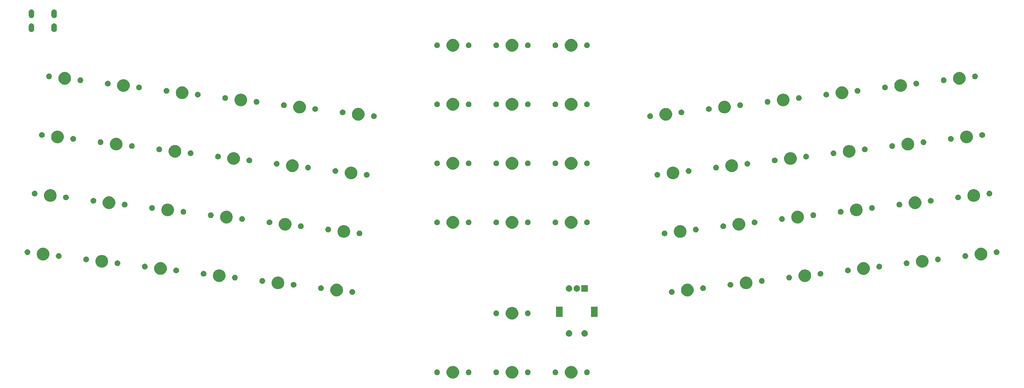
<source format=gts>
G04 #@! TF.GenerationSoftware,KiCad,Pcbnew,(5.1.4)-1*
G04 #@! TF.CreationDate,2021-01-15T22:15:28-05:00*
G04 #@! TF.ProjectId,proto,70726f74-6f2e-46b6-9963-61645f706362,rev?*
G04 #@! TF.SameCoordinates,Original*
G04 #@! TF.FileFunction,Soldermask,Top*
G04 #@! TF.FilePolarity,Negative*
%FSLAX46Y46*%
G04 Gerber Fmt 4.6, Leading zero omitted, Abs format (unit mm)*
G04 Created by KiCad (PCBNEW (5.1.4)-1) date 2021-01-15 22:15:28*
%MOMM*%
%LPD*%
G04 APERTURE LIST*
%ADD10C,0.100000*%
G04 APERTURE END LIST*
D10*
G36*
X177127274Y-145484624D02*
G01*
X177345274Y-145574923D01*
X177499423Y-145638773D01*
X177834348Y-145862563D01*
X178119177Y-146147392D01*
X178342967Y-146482317D01*
X178375362Y-146560526D01*
X178497116Y-146854466D01*
X178575700Y-147249534D01*
X178575700Y-147652346D01*
X178497116Y-148047414D01*
X178446251Y-148170212D01*
X178342967Y-148419563D01*
X178119177Y-148754488D01*
X177834348Y-149039317D01*
X177499423Y-149263107D01*
X177345274Y-149326957D01*
X177127274Y-149417256D01*
X176732206Y-149495840D01*
X176329394Y-149495840D01*
X175934326Y-149417256D01*
X175716326Y-149326957D01*
X175562177Y-149263107D01*
X175227252Y-149039317D01*
X174942423Y-148754488D01*
X174718633Y-148419563D01*
X174615349Y-148170212D01*
X174564484Y-148047414D01*
X174485900Y-147652346D01*
X174485900Y-147249534D01*
X174564484Y-146854466D01*
X174686238Y-146560526D01*
X174718633Y-146482317D01*
X174942423Y-146147392D01*
X175227252Y-145862563D01*
X175562177Y-145638773D01*
X175716326Y-145574923D01*
X175934326Y-145484624D01*
X176329394Y-145406040D01*
X176732206Y-145406040D01*
X177127274Y-145484624D01*
X177127274Y-145484624D01*
G37*
G36*
X158077274Y-145484624D02*
G01*
X158295274Y-145574923D01*
X158449423Y-145638773D01*
X158784348Y-145862563D01*
X159069177Y-146147392D01*
X159292967Y-146482317D01*
X159325362Y-146560526D01*
X159447116Y-146854466D01*
X159525700Y-147249534D01*
X159525700Y-147652346D01*
X159447116Y-148047414D01*
X159396251Y-148170212D01*
X159292967Y-148419563D01*
X159069177Y-148754488D01*
X158784348Y-149039317D01*
X158449423Y-149263107D01*
X158295274Y-149326957D01*
X158077274Y-149417256D01*
X157682206Y-149495840D01*
X157279394Y-149495840D01*
X156884326Y-149417256D01*
X156666326Y-149326957D01*
X156512177Y-149263107D01*
X156177252Y-149039317D01*
X155892423Y-148754488D01*
X155668633Y-148419563D01*
X155565349Y-148170212D01*
X155514484Y-148047414D01*
X155435900Y-147652346D01*
X155435900Y-147249534D01*
X155514484Y-146854466D01*
X155636238Y-146560526D01*
X155668633Y-146482317D01*
X155892423Y-146147392D01*
X156177252Y-145862563D01*
X156512177Y-145638773D01*
X156666326Y-145574923D01*
X156884326Y-145484624D01*
X157279394Y-145406040D01*
X157682206Y-145406040D01*
X158077274Y-145484624D01*
X158077274Y-145484624D01*
G37*
G36*
X139027274Y-145484624D02*
G01*
X139245274Y-145574923D01*
X139399423Y-145638773D01*
X139734348Y-145862563D01*
X140019177Y-146147392D01*
X140242967Y-146482317D01*
X140275362Y-146560526D01*
X140397116Y-146854466D01*
X140475700Y-147249534D01*
X140475700Y-147652346D01*
X140397116Y-148047414D01*
X140346251Y-148170212D01*
X140242967Y-148419563D01*
X140019177Y-148754488D01*
X139734348Y-149039317D01*
X139399423Y-149263107D01*
X139245274Y-149326957D01*
X139027274Y-149417256D01*
X138632206Y-149495840D01*
X138229394Y-149495840D01*
X137834326Y-149417256D01*
X137616326Y-149326957D01*
X137462177Y-149263107D01*
X137127252Y-149039317D01*
X136842423Y-148754488D01*
X136618633Y-148419563D01*
X136515349Y-148170212D01*
X136464484Y-148047414D01*
X136385900Y-147652346D01*
X136385900Y-147249534D01*
X136464484Y-146854466D01*
X136586238Y-146560526D01*
X136618633Y-146482317D01*
X136842423Y-146147392D01*
X137127252Y-145862563D01*
X137462177Y-145638773D01*
X137616326Y-145574923D01*
X137834326Y-145484624D01*
X138229394Y-145406040D01*
X138632206Y-145406040D01*
X139027274Y-145484624D01*
X139027274Y-145484624D01*
G37*
G36*
X171720904Y-146560525D02*
G01*
X171889426Y-146630329D01*
X172041091Y-146731668D01*
X172170072Y-146860649D01*
X172271411Y-147012314D01*
X172341215Y-147180836D01*
X172376800Y-147359737D01*
X172376800Y-147542143D01*
X172341215Y-147721044D01*
X172271411Y-147889566D01*
X172170072Y-148041231D01*
X172041091Y-148170212D01*
X171889426Y-148271551D01*
X171720904Y-148341355D01*
X171542003Y-148376940D01*
X171359597Y-148376940D01*
X171180696Y-148341355D01*
X171012174Y-148271551D01*
X170860509Y-148170212D01*
X170731528Y-148041231D01*
X170630189Y-147889566D01*
X170560385Y-147721044D01*
X170524800Y-147542143D01*
X170524800Y-147359737D01*
X170560385Y-147180836D01*
X170630189Y-147012314D01*
X170731528Y-146860649D01*
X170860509Y-146731668D01*
X171012174Y-146630329D01*
X171180696Y-146560525D01*
X171359597Y-146524940D01*
X171542003Y-146524940D01*
X171720904Y-146560525D01*
X171720904Y-146560525D01*
G37*
G36*
X152670904Y-146560525D02*
G01*
X152839426Y-146630329D01*
X152991091Y-146731668D01*
X153120072Y-146860649D01*
X153221411Y-147012314D01*
X153291215Y-147180836D01*
X153326800Y-147359737D01*
X153326800Y-147542143D01*
X153291215Y-147721044D01*
X153221411Y-147889566D01*
X153120072Y-148041231D01*
X152991091Y-148170212D01*
X152839426Y-148271551D01*
X152670904Y-148341355D01*
X152492003Y-148376940D01*
X152309597Y-148376940D01*
X152130696Y-148341355D01*
X151962174Y-148271551D01*
X151810509Y-148170212D01*
X151681528Y-148041231D01*
X151580189Y-147889566D01*
X151510385Y-147721044D01*
X151474800Y-147542143D01*
X151474800Y-147359737D01*
X151510385Y-147180836D01*
X151580189Y-147012314D01*
X151681528Y-146860649D01*
X151810509Y-146731668D01*
X151962174Y-146630329D01*
X152130696Y-146560525D01*
X152309597Y-146524940D01*
X152492003Y-146524940D01*
X152670904Y-146560525D01*
X152670904Y-146560525D01*
G37*
G36*
X181880904Y-146560525D02*
G01*
X182049426Y-146630329D01*
X182201091Y-146731668D01*
X182330072Y-146860649D01*
X182431411Y-147012314D01*
X182501215Y-147180836D01*
X182536800Y-147359737D01*
X182536800Y-147542143D01*
X182501215Y-147721044D01*
X182431411Y-147889566D01*
X182330072Y-148041231D01*
X182201091Y-148170212D01*
X182049426Y-148271551D01*
X181880904Y-148341355D01*
X181702003Y-148376940D01*
X181519597Y-148376940D01*
X181340696Y-148341355D01*
X181172174Y-148271551D01*
X181020509Y-148170212D01*
X180891528Y-148041231D01*
X180790189Y-147889566D01*
X180720385Y-147721044D01*
X180684800Y-147542143D01*
X180684800Y-147359737D01*
X180720385Y-147180836D01*
X180790189Y-147012314D01*
X180891528Y-146860649D01*
X181020509Y-146731668D01*
X181172174Y-146630329D01*
X181340696Y-146560525D01*
X181519597Y-146524940D01*
X181702003Y-146524940D01*
X181880904Y-146560525D01*
X181880904Y-146560525D01*
G37*
G36*
X133620904Y-146560525D02*
G01*
X133789426Y-146630329D01*
X133941091Y-146731668D01*
X134070072Y-146860649D01*
X134171411Y-147012314D01*
X134241215Y-147180836D01*
X134276800Y-147359737D01*
X134276800Y-147542143D01*
X134241215Y-147721044D01*
X134171411Y-147889566D01*
X134070072Y-148041231D01*
X133941091Y-148170212D01*
X133789426Y-148271551D01*
X133620904Y-148341355D01*
X133442003Y-148376940D01*
X133259597Y-148376940D01*
X133080696Y-148341355D01*
X132912174Y-148271551D01*
X132760509Y-148170212D01*
X132631528Y-148041231D01*
X132530189Y-147889566D01*
X132460385Y-147721044D01*
X132424800Y-147542143D01*
X132424800Y-147359737D01*
X132460385Y-147180836D01*
X132530189Y-147012314D01*
X132631528Y-146860649D01*
X132760509Y-146731668D01*
X132912174Y-146630329D01*
X133080696Y-146560525D01*
X133259597Y-146524940D01*
X133442003Y-146524940D01*
X133620904Y-146560525D01*
X133620904Y-146560525D01*
G37*
G36*
X143780904Y-146560525D02*
G01*
X143949426Y-146630329D01*
X144101091Y-146731668D01*
X144230072Y-146860649D01*
X144331411Y-147012314D01*
X144401215Y-147180836D01*
X144436800Y-147359737D01*
X144436800Y-147542143D01*
X144401215Y-147721044D01*
X144331411Y-147889566D01*
X144230072Y-148041231D01*
X144101091Y-148170212D01*
X143949426Y-148271551D01*
X143780904Y-148341355D01*
X143602003Y-148376940D01*
X143419597Y-148376940D01*
X143240696Y-148341355D01*
X143072174Y-148271551D01*
X142920509Y-148170212D01*
X142791528Y-148041231D01*
X142690189Y-147889566D01*
X142620385Y-147721044D01*
X142584800Y-147542143D01*
X142584800Y-147359737D01*
X142620385Y-147180836D01*
X142690189Y-147012314D01*
X142791528Y-146860649D01*
X142920509Y-146731668D01*
X143072174Y-146630329D01*
X143240696Y-146560525D01*
X143419597Y-146524940D01*
X143602003Y-146524940D01*
X143780904Y-146560525D01*
X143780904Y-146560525D01*
G37*
G36*
X162830904Y-146560525D02*
G01*
X162999426Y-146630329D01*
X163151091Y-146731668D01*
X163280072Y-146860649D01*
X163381411Y-147012314D01*
X163451215Y-147180836D01*
X163486800Y-147359737D01*
X163486800Y-147542143D01*
X163451215Y-147721044D01*
X163381411Y-147889566D01*
X163280072Y-148041231D01*
X163151091Y-148170212D01*
X162999426Y-148271551D01*
X162830904Y-148341355D01*
X162652003Y-148376940D01*
X162469597Y-148376940D01*
X162290696Y-148341355D01*
X162122174Y-148271551D01*
X161970509Y-148170212D01*
X161841528Y-148041231D01*
X161740189Y-147889566D01*
X161670385Y-147721044D01*
X161634800Y-147542143D01*
X161634800Y-147359737D01*
X161670385Y-147180836D01*
X161740189Y-147012314D01*
X161841528Y-146860649D01*
X161970509Y-146731668D01*
X162122174Y-146630329D01*
X162290696Y-146560525D01*
X162469597Y-146524940D01*
X162652003Y-146524940D01*
X162830904Y-146560525D01*
X162830904Y-146560525D01*
G37*
G36*
X176154564Y-133885389D02*
G01*
X176345833Y-133964615D01*
X176345835Y-133964616D01*
X176517973Y-134079635D01*
X176664365Y-134226027D01*
X176779385Y-134398167D01*
X176858611Y-134589436D01*
X176899000Y-134792484D01*
X176899000Y-134999516D01*
X176858611Y-135202564D01*
X176779385Y-135393833D01*
X176779384Y-135393835D01*
X176664365Y-135565973D01*
X176517973Y-135712365D01*
X176345835Y-135827384D01*
X176345834Y-135827385D01*
X176345833Y-135827385D01*
X176154564Y-135906611D01*
X175951516Y-135947000D01*
X175744484Y-135947000D01*
X175541436Y-135906611D01*
X175350167Y-135827385D01*
X175350166Y-135827385D01*
X175350165Y-135827384D01*
X175178027Y-135712365D01*
X175031635Y-135565973D01*
X174916616Y-135393835D01*
X174916615Y-135393833D01*
X174837389Y-135202564D01*
X174797000Y-134999516D01*
X174797000Y-134792484D01*
X174837389Y-134589436D01*
X174916615Y-134398167D01*
X175031635Y-134226027D01*
X175178027Y-134079635D01*
X175350165Y-133964616D01*
X175350167Y-133964615D01*
X175541436Y-133885389D01*
X175744484Y-133845000D01*
X175951516Y-133845000D01*
X176154564Y-133885389D01*
X176154564Y-133885389D01*
G37*
G36*
X181154564Y-133885389D02*
G01*
X181345833Y-133964615D01*
X181345835Y-133964616D01*
X181517973Y-134079635D01*
X181664365Y-134226027D01*
X181779385Y-134398167D01*
X181858611Y-134589436D01*
X181899000Y-134792484D01*
X181899000Y-134999516D01*
X181858611Y-135202564D01*
X181779385Y-135393833D01*
X181779384Y-135393835D01*
X181664365Y-135565973D01*
X181517973Y-135712365D01*
X181345835Y-135827384D01*
X181345834Y-135827385D01*
X181345833Y-135827385D01*
X181154564Y-135906611D01*
X180951516Y-135947000D01*
X180744484Y-135947000D01*
X180541436Y-135906611D01*
X180350167Y-135827385D01*
X180350166Y-135827385D01*
X180350165Y-135827384D01*
X180178027Y-135712365D01*
X180031635Y-135565973D01*
X179916616Y-135393835D01*
X179916615Y-135393833D01*
X179837389Y-135202564D01*
X179797000Y-134999516D01*
X179797000Y-134792484D01*
X179837389Y-134589436D01*
X179916615Y-134398167D01*
X180031635Y-134226027D01*
X180178027Y-134079635D01*
X180350165Y-133964616D01*
X180350167Y-133964615D01*
X180541436Y-133885389D01*
X180744484Y-133845000D01*
X180951516Y-133845000D01*
X181154564Y-133885389D01*
X181154564Y-133885389D01*
G37*
G36*
X158077274Y-126434624D02*
G01*
X158295274Y-126524923D01*
X158449423Y-126588773D01*
X158784348Y-126812563D01*
X159069177Y-127097392D01*
X159292967Y-127432317D01*
X159325362Y-127510526D01*
X159447116Y-127804466D01*
X159525700Y-128199534D01*
X159525700Y-128602346D01*
X159447116Y-128997414D01*
X159396251Y-129120212D01*
X159292967Y-129369563D01*
X159069177Y-129704488D01*
X158784348Y-129989317D01*
X158449423Y-130213107D01*
X158295274Y-130276957D01*
X158077274Y-130367256D01*
X157682206Y-130445840D01*
X157279394Y-130445840D01*
X156884326Y-130367256D01*
X156666326Y-130276957D01*
X156512177Y-130213107D01*
X156177252Y-129989317D01*
X155892423Y-129704488D01*
X155668633Y-129369563D01*
X155565349Y-129120212D01*
X155514484Y-128997414D01*
X155435900Y-128602346D01*
X155435900Y-128199534D01*
X155514484Y-127804466D01*
X155636238Y-127510526D01*
X155668633Y-127432317D01*
X155892423Y-127097392D01*
X156177252Y-126812563D01*
X156512177Y-126588773D01*
X156666326Y-126524923D01*
X156884326Y-126434624D01*
X157279394Y-126356040D01*
X157682206Y-126356040D01*
X158077274Y-126434624D01*
X158077274Y-126434624D01*
G37*
G36*
X184999000Y-129547000D02*
G01*
X182897000Y-129547000D01*
X182897000Y-126245000D01*
X184999000Y-126245000D01*
X184999000Y-129547000D01*
X184999000Y-129547000D01*
G37*
G36*
X173799000Y-129547000D02*
G01*
X171697000Y-129547000D01*
X171697000Y-126245000D01*
X173799000Y-126245000D01*
X173799000Y-129547000D01*
X173799000Y-129547000D01*
G37*
G36*
X152670904Y-127510525D02*
G01*
X152839426Y-127580329D01*
X152991091Y-127681668D01*
X153120072Y-127810649D01*
X153221411Y-127962314D01*
X153291215Y-128130836D01*
X153326800Y-128309737D01*
X153326800Y-128492143D01*
X153291215Y-128671044D01*
X153221411Y-128839566D01*
X153120072Y-128991231D01*
X152991091Y-129120212D01*
X152839426Y-129221551D01*
X152670904Y-129291355D01*
X152492003Y-129326940D01*
X152309597Y-129326940D01*
X152130696Y-129291355D01*
X151962174Y-129221551D01*
X151810509Y-129120212D01*
X151681528Y-128991231D01*
X151580189Y-128839566D01*
X151510385Y-128671044D01*
X151474800Y-128492143D01*
X151474800Y-128309737D01*
X151510385Y-128130836D01*
X151580189Y-127962314D01*
X151681528Y-127810649D01*
X151810509Y-127681668D01*
X151962174Y-127580329D01*
X152130696Y-127510525D01*
X152309597Y-127474940D01*
X152492003Y-127474940D01*
X152670904Y-127510525D01*
X152670904Y-127510525D01*
G37*
G36*
X162830904Y-127510525D02*
G01*
X162999426Y-127580329D01*
X163151091Y-127681668D01*
X163280072Y-127810649D01*
X163381411Y-127962314D01*
X163451215Y-128130836D01*
X163486800Y-128309737D01*
X163486800Y-128492143D01*
X163451215Y-128671044D01*
X163381411Y-128839566D01*
X163280072Y-128991231D01*
X163151091Y-129120212D01*
X162999426Y-129221551D01*
X162830904Y-129291355D01*
X162652003Y-129326940D01*
X162469597Y-129326940D01*
X162290696Y-129291355D01*
X162122174Y-129221551D01*
X161970509Y-129120212D01*
X161841528Y-128991231D01*
X161740189Y-128839566D01*
X161670385Y-128671044D01*
X161634800Y-128492143D01*
X161634800Y-128309737D01*
X161670385Y-128130836D01*
X161740189Y-127962314D01*
X161841528Y-127810649D01*
X161970509Y-127681668D01*
X162122174Y-127580329D01*
X162290696Y-127510525D01*
X162469597Y-127474940D01*
X162652003Y-127474940D01*
X162830904Y-127510525D01*
X162830904Y-127510525D01*
G37*
G36*
X214559741Y-118950241D02*
G01*
X214777741Y-119040540D01*
X214931890Y-119104390D01*
X215266815Y-119328180D01*
X215551644Y-119613009D01*
X215775434Y-119947934D01*
X215808332Y-120027357D01*
X215929583Y-120320083D01*
X216008167Y-120715151D01*
X216008167Y-121117963D01*
X215929583Y-121513031D01*
X215882435Y-121626856D01*
X215775434Y-121885180D01*
X215551644Y-122220105D01*
X215266815Y-122504934D01*
X214931890Y-122728724D01*
X214777741Y-122792574D01*
X214559741Y-122882873D01*
X214164673Y-122961457D01*
X213761861Y-122961457D01*
X213366793Y-122882873D01*
X213148793Y-122792574D01*
X212994644Y-122728724D01*
X212659719Y-122504934D01*
X212374890Y-122220105D01*
X212151100Y-121885180D01*
X212044099Y-121626856D01*
X211996951Y-121513031D01*
X211918367Y-121117963D01*
X211918367Y-120715151D01*
X211996951Y-120320083D01*
X212118202Y-120027357D01*
X212151100Y-119947934D01*
X212374890Y-119613009D01*
X212659719Y-119328180D01*
X212994644Y-119104390D01*
X213148793Y-119040540D01*
X213366793Y-118950241D01*
X213761861Y-118871657D01*
X214164673Y-118871657D01*
X214559741Y-118950241D01*
X214559741Y-118950241D01*
G37*
G36*
X101595576Y-118944455D02*
G01*
X101813576Y-119034754D01*
X101967725Y-119098604D01*
X102302650Y-119322394D01*
X102587479Y-119607223D01*
X102811269Y-119942148D01*
X102872277Y-120089435D01*
X102965418Y-120314297D01*
X103044002Y-120709365D01*
X103044002Y-121112177D01*
X102965418Y-121507245D01*
X102918270Y-121621070D01*
X102811269Y-121879394D01*
X102587479Y-122214319D01*
X102302650Y-122499148D01*
X101967725Y-122722938D01*
X101813576Y-122786788D01*
X101595576Y-122877087D01*
X101200508Y-122955671D01*
X100797696Y-122955671D01*
X100402628Y-122877087D01*
X100184628Y-122786788D01*
X100030479Y-122722938D01*
X99695554Y-122499148D01*
X99410725Y-122214319D01*
X99186935Y-121879394D01*
X99079934Y-121621070D01*
X99032786Y-121507245D01*
X98954202Y-121112177D01*
X98954202Y-120709365D01*
X99032786Y-120314297D01*
X99125927Y-120089435D01*
X99186935Y-119942148D01*
X99410725Y-119607223D01*
X99695554Y-119322394D01*
X100030479Y-119098604D01*
X100184628Y-119034754D01*
X100402628Y-118944455D01*
X100797696Y-118865871D01*
X101200508Y-118865871D01*
X101595576Y-118944455D01*
X101595576Y-118944455D01*
G37*
G36*
X209191237Y-120645238D02*
G01*
X209359759Y-120715042D01*
X209511424Y-120816381D01*
X209640405Y-120945362D01*
X209741744Y-121097027D01*
X209811548Y-121265549D01*
X209847133Y-121444450D01*
X209847133Y-121626856D01*
X209811548Y-121805757D01*
X209741744Y-121974279D01*
X209640405Y-122125944D01*
X209511424Y-122254925D01*
X209359759Y-122356264D01*
X209191237Y-122426068D01*
X209012336Y-122461653D01*
X208829930Y-122461653D01*
X208651029Y-122426068D01*
X208482507Y-122356264D01*
X208330842Y-122254925D01*
X208201861Y-122125944D01*
X208100522Y-121974279D01*
X208030718Y-121805757D01*
X207995133Y-121626856D01*
X207995133Y-121444450D01*
X208030718Y-121265549D01*
X208100522Y-121097027D01*
X208201861Y-120945362D01*
X208330842Y-120816381D01*
X208482507Y-120715042D01*
X208651029Y-120645238D01*
X208829930Y-120609653D01*
X209012336Y-120609653D01*
X209191237Y-120645238D01*
X209191237Y-120645238D01*
G37*
G36*
X106311340Y-120639452D02*
G01*
X106479862Y-120709256D01*
X106631527Y-120810595D01*
X106760508Y-120939576D01*
X106861847Y-121091241D01*
X106931651Y-121259763D01*
X106967236Y-121438664D01*
X106967236Y-121621070D01*
X106931651Y-121799971D01*
X106861847Y-121968493D01*
X106760508Y-122120158D01*
X106631527Y-122249139D01*
X106479862Y-122350478D01*
X106311340Y-122420282D01*
X106132439Y-122455867D01*
X105950033Y-122455867D01*
X105771132Y-122420282D01*
X105602610Y-122350478D01*
X105450945Y-122249139D01*
X105321964Y-122120158D01*
X105220625Y-121968493D01*
X105150821Y-121799971D01*
X105115236Y-121621070D01*
X105115236Y-121438664D01*
X105150821Y-121259763D01*
X105220625Y-121091241D01*
X105321964Y-120939576D01*
X105450945Y-120810595D01*
X105602610Y-120709256D01*
X105771132Y-120639452D01*
X105950033Y-120603867D01*
X106132439Y-120603867D01*
X106311340Y-120639452D01*
X106311340Y-120639452D01*
G37*
G36*
X176154564Y-119385389D02*
G01*
X176345833Y-119464615D01*
X176345835Y-119464616D01*
X176517973Y-119579635D01*
X176664365Y-119726027D01*
X176775738Y-119892708D01*
X176779385Y-119898167D01*
X176858611Y-120089436D01*
X176899000Y-120292484D01*
X176899000Y-120499516D01*
X176858611Y-120702564D01*
X176811466Y-120816382D01*
X176779384Y-120893835D01*
X176664365Y-121065973D01*
X176517973Y-121212365D01*
X176345835Y-121327384D01*
X176345834Y-121327385D01*
X176345833Y-121327385D01*
X176154564Y-121406611D01*
X175951516Y-121447000D01*
X175744484Y-121447000D01*
X175541436Y-121406611D01*
X175350167Y-121327385D01*
X175350166Y-121327385D01*
X175350165Y-121327384D01*
X175178027Y-121212365D01*
X175031635Y-121065973D01*
X174916616Y-120893835D01*
X174884534Y-120816382D01*
X174837389Y-120702564D01*
X174797000Y-120499516D01*
X174797000Y-120292484D01*
X174837389Y-120089436D01*
X174916615Y-119898167D01*
X174920263Y-119892708D01*
X175031635Y-119726027D01*
X175178027Y-119579635D01*
X175350165Y-119464616D01*
X175350167Y-119464615D01*
X175541436Y-119385389D01*
X175744484Y-119345000D01*
X175951516Y-119345000D01*
X176154564Y-119385389D01*
X176154564Y-119385389D01*
G37*
G36*
X178654564Y-119385389D02*
G01*
X178845833Y-119464615D01*
X178845835Y-119464616D01*
X179017973Y-119579635D01*
X179164365Y-119726027D01*
X179275738Y-119892708D01*
X179279385Y-119898167D01*
X179358611Y-120089436D01*
X179399000Y-120292484D01*
X179399000Y-120499516D01*
X179358611Y-120702564D01*
X179311466Y-120816382D01*
X179279384Y-120893835D01*
X179164365Y-121065973D01*
X179017973Y-121212365D01*
X178845835Y-121327384D01*
X178845834Y-121327385D01*
X178845833Y-121327385D01*
X178654564Y-121406611D01*
X178451516Y-121447000D01*
X178244484Y-121447000D01*
X178041436Y-121406611D01*
X177850167Y-121327385D01*
X177850166Y-121327385D01*
X177850165Y-121327384D01*
X177678027Y-121212365D01*
X177531635Y-121065973D01*
X177416616Y-120893835D01*
X177384534Y-120816382D01*
X177337389Y-120702564D01*
X177297000Y-120499516D01*
X177297000Y-120292484D01*
X177337389Y-120089436D01*
X177416615Y-119898167D01*
X177420263Y-119892708D01*
X177531635Y-119726027D01*
X177678027Y-119579635D01*
X177850165Y-119464616D01*
X177850167Y-119464615D01*
X178041436Y-119385389D01*
X178244484Y-119345000D01*
X178451516Y-119345000D01*
X178654564Y-119385389D01*
X178654564Y-119385389D01*
G37*
G36*
X181899000Y-121447000D02*
G01*
X179797000Y-121447000D01*
X179797000Y-119345000D01*
X181899000Y-119345000D01*
X181899000Y-121447000D01*
X181899000Y-121447000D01*
G37*
G36*
X219275505Y-119407046D02*
G01*
X219444027Y-119476850D01*
X219595692Y-119578189D01*
X219724673Y-119707170D01*
X219826012Y-119858835D01*
X219895816Y-120027357D01*
X219931401Y-120206258D01*
X219931401Y-120388664D01*
X219895816Y-120567565D01*
X219826012Y-120736087D01*
X219724673Y-120887752D01*
X219595692Y-121016733D01*
X219444027Y-121118072D01*
X219275505Y-121187876D01*
X219096604Y-121223461D01*
X218914198Y-121223461D01*
X218735297Y-121187876D01*
X218566775Y-121118072D01*
X218415110Y-121016733D01*
X218286129Y-120887752D01*
X218184790Y-120736087D01*
X218114986Y-120567565D01*
X218079401Y-120388664D01*
X218079401Y-120206258D01*
X218114986Y-120027357D01*
X218184790Y-119858835D01*
X218286129Y-119707170D01*
X218415110Y-119578189D01*
X218566775Y-119476850D01*
X218735297Y-119407046D01*
X218914198Y-119371461D01*
X219096604Y-119371461D01*
X219275505Y-119407046D01*
X219275505Y-119407046D01*
G37*
G36*
X96227072Y-119401260D02*
G01*
X96395594Y-119471064D01*
X96547259Y-119572403D01*
X96676240Y-119701384D01*
X96777579Y-119853049D01*
X96847383Y-120021571D01*
X96882968Y-120200472D01*
X96882968Y-120382878D01*
X96847383Y-120561779D01*
X96777579Y-120730301D01*
X96676240Y-120881966D01*
X96547259Y-121010947D01*
X96395594Y-121112286D01*
X96227072Y-121182090D01*
X96048171Y-121217675D01*
X95865765Y-121217675D01*
X95686864Y-121182090D01*
X95518342Y-121112286D01*
X95366677Y-121010947D01*
X95237696Y-120881966D01*
X95136357Y-120730301D01*
X95066553Y-120561779D01*
X95030968Y-120382878D01*
X95030968Y-120200472D01*
X95066553Y-120021571D01*
X95136357Y-119853049D01*
X95237696Y-119701384D01*
X95366677Y-119572403D01*
X95518342Y-119471064D01*
X95686864Y-119401260D01*
X95865765Y-119365675D01*
X96048171Y-119365675D01*
X96227072Y-119401260D01*
X96227072Y-119401260D01*
G37*
G36*
X233467745Y-116628630D02*
G01*
X233685745Y-116718929D01*
X233839894Y-116782779D01*
X234174819Y-117006569D01*
X234459648Y-117291398D01*
X234683438Y-117626323D01*
X234716336Y-117705746D01*
X234837587Y-117998472D01*
X234916171Y-118393540D01*
X234916171Y-118796352D01*
X234837587Y-119191420D01*
X234780939Y-119328180D01*
X234683438Y-119563569D01*
X234459648Y-119898494D01*
X234174819Y-120183323D01*
X233839894Y-120407113D01*
X233685745Y-120470963D01*
X233467745Y-120561262D01*
X233072677Y-120639846D01*
X232669865Y-120639846D01*
X232274797Y-120561262D01*
X232056797Y-120470963D01*
X231902648Y-120407113D01*
X231567723Y-120183323D01*
X231282894Y-119898494D01*
X231059104Y-119563569D01*
X230961603Y-119328180D01*
X230904955Y-119191420D01*
X230826371Y-118796352D01*
X230826371Y-118393540D01*
X230904955Y-117998472D01*
X231026206Y-117705746D01*
X231059104Y-117626323D01*
X231282894Y-117291398D01*
X231567723Y-117006569D01*
X231902648Y-116782779D01*
X232056797Y-116718929D01*
X232274797Y-116628630D01*
X232669865Y-116550046D01*
X233072677Y-116550046D01*
X233467745Y-116628630D01*
X233467745Y-116628630D01*
G37*
G36*
X82687571Y-116622844D02*
G01*
X82905571Y-116713143D01*
X83059720Y-116776993D01*
X83394645Y-117000783D01*
X83679474Y-117285612D01*
X83903264Y-117620537D01*
X83967114Y-117774686D01*
X84057413Y-117992686D01*
X84135997Y-118387754D01*
X84135997Y-118790566D01*
X84057413Y-119185634D01*
X84010265Y-119299459D01*
X83903264Y-119557783D01*
X83679474Y-119892708D01*
X83394645Y-120177537D01*
X83059720Y-120401327D01*
X82905571Y-120465177D01*
X82687571Y-120555476D01*
X82292503Y-120634060D01*
X81889691Y-120634060D01*
X81494623Y-120555476D01*
X81276623Y-120465177D01*
X81122474Y-120401327D01*
X80787549Y-120177537D01*
X80502720Y-119892708D01*
X80278930Y-119557783D01*
X80171929Y-119299459D01*
X80124781Y-119185634D01*
X80046197Y-118790566D01*
X80046197Y-118387754D01*
X80124781Y-117992686D01*
X80215080Y-117774686D01*
X80278930Y-117620537D01*
X80502720Y-117285612D01*
X80787549Y-117000783D01*
X81122474Y-116776993D01*
X81276623Y-116713143D01*
X81494623Y-116622844D01*
X81889691Y-116544260D01*
X82292503Y-116544260D01*
X82687571Y-116622844D01*
X82687571Y-116622844D01*
G37*
G36*
X228099241Y-118323627D02*
G01*
X228267763Y-118393431D01*
X228419428Y-118494770D01*
X228548409Y-118623751D01*
X228649748Y-118775416D01*
X228719552Y-118943938D01*
X228755137Y-119122839D01*
X228755137Y-119305245D01*
X228719552Y-119484146D01*
X228649748Y-119652668D01*
X228548409Y-119804333D01*
X228419428Y-119933314D01*
X228267763Y-120034653D01*
X228099241Y-120104457D01*
X227920340Y-120140042D01*
X227737934Y-120140042D01*
X227559033Y-120104457D01*
X227390511Y-120034653D01*
X227238846Y-119933314D01*
X227109865Y-119804333D01*
X227008526Y-119652668D01*
X226938722Y-119484146D01*
X226903137Y-119305245D01*
X226903137Y-119122839D01*
X226938722Y-118943938D01*
X227008526Y-118775416D01*
X227109865Y-118623751D01*
X227238846Y-118494770D01*
X227390511Y-118393431D01*
X227559033Y-118323627D01*
X227737934Y-118288042D01*
X227920340Y-118288042D01*
X228099241Y-118323627D01*
X228099241Y-118323627D01*
G37*
G36*
X87403335Y-118317841D02*
G01*
X87571857Y-118387645D01*
X87723522Y-118488984D01*
X87852503Y-118617965D01*
X87953842Y-118769630D01*
X88023646Y-118938152D01*
X88059231Y-119117053D01*
X88059231Y-119299459D01*
X88023646Y-119478360D01*
X87953842Y-119646882D01*
X87852503Y-119798547D01*
X87723522Y-119927528D01*
X87571857Y-120028867D01*
X87403335Y-120098671D01*
X87224434Y-120134256D01*
X87042028Y-120134256D01*
X86863127Y-120098671D01*
X86694605Y-120028867D01*
X86542940Y-119927528D01*
X86413959Y-119798547D01*
X86312620Y-119646882D01*
X86242816Y-119478360D01*
X86207231Y-119299459D01*
X86207231Y-119117053D01*
X86242816Y-118938152D01*
X86312620Y-118769630D01*
X86413959Y-118617965D01*
X86542940Y-118488984D01*
X86694605Y-118387645D01*
X86863127Y-118317841D01*
X87042028Y-118282256D01*
X87224434Y-118282256D01*
X87403335Y-118317841D01*
X87403335Y-118317841D01*
G37*
G36*
X238183509Y-117085435D02*
G01*
X238352031Y-117155239D01*
X238503696Y-117256578D01*
X238632677Y-117385559D01*
X238734016Y-117537224D01*
X238803820Y-117705746D01*
X238839405Y-117884647D01*
X238839405Y-118067053D01*
X238803820Y-118245954D01*
X238734016Y-118414476D01*
X238632677Y-118566141D01*
X238503696Y-118695122D01*
X238352031Y-118796461D01*
X238183509Y-118866265D01*
X238004608Y-118901850D01*
X237822202Y-118901850D01*
X237643301Y-118866265D01*
X237474779Y-118796461D01*
X237323114Y-118695122D01*
X237194133Y-118566141D01*
X237092794Y-118414476D01*
X237022990Y-118245954D01*
X236987405Y-118067053D01*
X236987405Y-117884647D01*
X237022990Y-117705746D01*
X237092794Y-117537224D01*
X237194133Y-117385559D01*
X237323114Y-117256578D01*
X237474779Y-117155239D01*
X237643301Y-117085435D01*
X237822202Y-117049850D01*
X238004608Y-117049850D01*
X238183509Y-117085435D01*
X238183509Y-117085435D01*
G37*
G36*
X77319067Y-117079649D02*
G01*
X77487589Y-117149453D01*
X77639254Y-117250792D01*
X77768235Y-117379773D01*
X77869574Y-117531438D01*
X77939378Y-117699960D01*
X77974963Y-117878861D01*
X77974963Y-118061267D01*
X77939378Y-118240168D01*
X77869574Y-118408690D01*
X77768235Y-118560355D01*
X77639254Y-118689336D01*
X77487589Y-118790675D01*
X77319067Y-118860479D01*
X77140166Y-118896064D01*
X76957760Y-118896064D01*
X76778859Y-118860479D01*
X76610337Y-118790675D01*
X76458672Y-118689336D01*
X76329691Y-118560355D01*
X76228352Y-118408690D01*
X76158548Y-118240168D01*
X76122963Y-118061267D01*
X76122963Y-117878861D01*
X76158548Y-117699960D01*
X76228352Y-117531438D01*
X76329691Y-117379773D01*
X76458672Y-117250792D01*
X76610337Y-117149453D01*
X76778859Y-117079649D01*
X76957760Y-117044064D01*
X77140166Y-117044064D01*
X77319067Y-117079649D01*
X77319067Y-117079649D01*
G37*
G36*
X252375750Y-114307019D02*
G01*
X252593750Y-114397318D01*
X252747899Y-114461168D01*
X253082824Y-114684958D01*
X253367653Y-114969787D01*
X253591443Y-115304712D01*
X253624341Y-115384135D01*
X253745592Y-115676861D01*
X253824176Y-116071929D01*
X253824176Y-116474741D01*
X253745592Y-116869809D01*
X253688944Y-117006569D01*
X253591443Y-117241958D01*
X253367653Y-117576883D01*
X253082824Y-117861712D01*
X252747899Y-118085502D01*
X252593750Y-118149352D01*
X252375750Y-118239651D01*
X251980682Y-118318235D01*
X251577870Y-118318235D01*
X251182802Y-118239651D01*
X250964802Y-118149352D01*
X250810653Y-118085502D01*
X250475728Y-117861712D01*
X250190899Y-117576883D01*
X249967109Y-117241958D01*
X249869608Y-117006569D01*
X249812960Y-116869809D01*
X249734376Y-116474741D01*
X249734376Y-116071929D01*
X249812960Y-115676861D01*
X249934211Y-115384135D01*
X249967109Y-115304712D01*
X250190899Y-114969787D01*
X250475728Y-114684958D01*
X250810653Y-114461168D01*
X250964802Y-114397318D01*
X251182802Y-114307019D01*
X251577870Y-114228435D01*
X251980682Y-114228435D01*
X252375750Y-114307019D01*
X252375750Y-114307019D01*
G37*
G36*
X63779567Y-114301233D02*
G01*
X63997567Y-114391532D01*
X64151716Y-114455382D01*
X64486641Y-114679172D01*
X64771470Y-114964001D01*
X64995260Y-115298926D01*
X65059110Y-115453075D01*
X65149409Y-115671075D01*
X65227993Y-116066143D01*
X65227993Y-116468955D01*
X65149409Y-116864023D01*
X65102261Y-116977848D01*
X64995260Y-117236172D01*
X64771470Y-117571097D01*
X64486641Y-117855926D01*
X64151716Y-118079716D01*
X63997567Y-118143566D01*
X63779567Y-118233865D01*
X63384499Y-118312449D01*
X62981687Y-118312449D01*
X62586619Y-118233865D01*
X62368619Y-118143566D01*
X62214470Y-118079716D01*
X61879545Y-117855926D01*
X61594716Y-117571097D01*
X61370926Y-117236172D01*
X61263925Y-116977848D01*
X61216777Y-116864023D01*
X61138193Y-116468955D01*
X61138193Y-116066143D01*
X61216777Y-115671075D01*
X61307076Y-115453075D01*
X61370926Y-115298926D01*
X61594716Y-114964001D01*
X61879545Y-114679172D01*
X62214470Y-114455382D01*
X62368619Y-114391532D01*
X62586619Y-114301233D01*
X62981687Y-114222649D01*
X63384499Y-114222649D01*
X63779567Y-114301233D01*
X63779567Y-114301233D01*
G37*
G36*
X247007246Y-116002016D02*
G01*
X247175768Y-116071820D01*
X247327433Y-116173159D01*
X247456414Y-116302140D01*
X247557753Y-116453805D01*
X247627557Y-116622327D01*
X247663142Y-116801228D01*
X247663142Y-116983634D01*
X247627557Y-117162535D01*
X247557753Y-117331057D01*
X247456414Y-117482722D01*
X247327433Y-117611703D01*
X247175768Y-117713042D01*
X247007246Y-117782846D01*
X246828345Y-117818431D01*
X246645939Y-117818431D01*
X246467038Y-117782846D01*
X246298516Y-117713042D01*
X246146851Y-117611703D01*
X246017870Y-117482722D01*
X245916531Y-117331057D01*
X245846727Y-117162535D01*
X245811142Y-116983634D01*
X245811142Y-116801228D01*
X245846727Y-116622327D01*
X245916531Y-116453805D01*
X246017870Y-116302140D01*
X246146851Y-116173159D01*
X246298516Y-116071820D01*
X246467038Y-116002016D01*
X246645939Y-115966431D01*
X246828345Y-115966431D01*
X247007246Y-116002016D01*
X247007246Y-116002016D01*
G37*
G36*
X68495331Y-115996230D02*
G01*
X68663853Y-116066034D01*
X68815518Y-116167373D01*
X68944499Y-116296354D01*
X69045838Y-116448019D01*
X69115642Y-116616541D01*
X69151227Y-116795442D01*
X69151227Y-116977848D01*
X69115642Y-117156749D01*
X69045838Y-117325271D01*
X68944499Y-117476936D01*
X68815518Y-117605917D01*
X68663853Y-117707256D01*
X68495331Y-117777060D01*
X68316430Y-117812645D01*
X68134024Y-117812645D01*
X67955123Y-117777060D01*
X67786601Y-117707256D01*
X67634936Y-117605917D01*
X67505955Y-117476936D01*
X67404616Y-117325271D01*
X67334812Y-117156749D01*
X67299227Y-116977848D01*
X67299227Y-116795442D01*
X67334812Y-116616541D01*
X67404616Y-116448019D01*
X67505955Y-116296354D01*
X67634936Y-116167373D01*
X67786601Y-116066034D01*
X67955123Y-115996230D01*
X68134024Y-115960645D01*
X68316430Y-115960645D01*
X68495331Y-115996230D01*
X68495331Y-115996230D01*
G37*
G36*
X257091514Y-114763824D02*
G01*
X257260036Y-114833628D01*
X257411701Y-114934967D01*
X257540682Y-115063948D01*
X257642021Y-115215613D01*
X257711825Y-115384135D01*
X257747410Y-115563036D01*
X257747410Y-115745442D01*
X257711825Y-115924343D01*
X257642021Y-116092865D01*
X257540682Y-116244530D01*
X257411701Y-116373511D01*
X257260036Y-116474850D01*
X257091514Y-116544654D01*
X256912613Y-116580239D01*
X256730207Y-116580239D01*
X256551306Y-116544654D01*
X256382784Y-116474850D01*
X256231119Y-116373511D01*
X256102138Y-116244530D01*
X256000799Y-116092865D01*
X255930995Y-115924343D01*
X255895410Y-115745442D01*
X255895410Y-115563036D01*
X255930995Y-115384135D01*
X256000799Y-115215613D01*
X256102138Y-115063948D01*
X256231119Y-114934967D01*
X256382784Y-114833628D01*
X256551306Y-114763824D01*
X256730207Y-114728239D01*
X256912613Y-114728239D01*
X257091514Y-114763824D01*
X257091514Y-114763824D01*
G37*
G36*
X58411063Y-114758038D02*
G01*
X58579585Y-114827842D01*
X58731250Y-114929181D01*
X58860231Y-115058162D01*
X58961570Y-115209827D01*
X59031374Y-115378349D01*
X59066959Y-115557250D01*
X59066959Y-115739656D01*
X59031374Y-115918557D01*
X58961570Y-116087079D01*
X58860231Y-116238744D01*
X58731250Y-116367725D01*
X58579585Y-116469064D01*
X58411063Y-116538868D01*
X58232162Y-116574453D01*
X58049756Y-116574453D01*
X57870855Y-116538868D01*
X57702333Y-116469064D01*
X57550668Y-116367725D01*
X57421687Y-116238744D01*
X57320348Y-116087079D01*
X57250544Y-115918557D01*
X57214959Y-115739656D01*
X57214959Y-115557250D01*
X57250544Y-115378349D01*
X57320348Y-115209827D01*
X57421687Y-115058162D01*
X57550668Y-114929181D01*
X57702333Y-114827842D01*
X57870855Y-114758038D01*
X58049756Y-114722453D01*
X58232162Y-114722453D01*
X58411063Y-114758038D01*
X58411063Y-114758038D01*
G37*
G36*
X271283754Y-111985408D02*
G01*
X271501754Y-112075707D01*
X271655903Y-112139557D01*
X271990828Y-112363347D01*
X272275657Y-112648176D01*
X272499447Y-112983101D01*
X272532345Y-113062524D01*
X272653596Y-113355250D01*
X272732180Y-113750318D01*
X272732180Y-114153130D01*
X272653596Y-114548198D01*
X272596948Y-114684958D01*
X272499447Y-114920347D01*
X272275657Y-115255272D01*
X271990828Y-115540101D01*
X271655903Y-115763891D01*
X271501754Y-115827741D01*
X271283754Y-115918040D01*
X270888686Y-115996624D01*
X270485874Y-115996624D01*
X270090806Y-115918040D01*
X269872806Y-115827741D01*
X269718657Y-115763891D01*
X269383732Y-115540101D01*
X269098903Y-115255272D01*
X268875113Y-114920347D01*
X268777612Y-114684958D01*
X268720964Y-114548198D01*
X268642380Y-114153130D01*
X268642380Y-113750318D01*
X268720964Y-113355250D01*
X268842215Y-113062524D01*
X268875113Y-112983101D01*
X269098903Y-112648176D01*
X269383732Y-112363347D01*
X269718657Y-112139557D01*
X269872806Y-112075707D01*
X270090806Y-111985408D01*
X270485874Y-111906824D01*
X270888686Y-111906824D01*
X271283754Y-111985408D01*
X271283754Y-111985408D01*
G37*
G36*
X44871563Y-111979622D02*
G01*
X45089563Y-112069921D01*
X45243712Y-112133771D01*
X45578637Y-112357561D01*
X45863466Y-112642390D01*
X46087256Y-112977315D01*
X46151106Y-113131464D01*
X46241405Y-113349464D01*
X46319989Y-113744532D01*
X46319989Y-114147344D01*
X46241405Y-114542412D01*
X46194257Y-114656237D01*
X46087256Y-114914561D01*
X45863466Y-115249486D01*
X45578637Y-115534315D01*
X45243712Y-115758105D01*
X45089563Y-115821955D01*
X44871563Y-115912254D01*
X44476495Y-115990838D01*
X44073683Y-115990838D01*
X43678615Y-115912254D01*
X43460615Y-115821955D01*
X43306466Y-115758105D01*
X42971541Y-115534315D01*
X42686712Y-115249486D01*
X42462922Y-114914561D01*
X42355921Y-114656237D01*
X42308773Y-114542412D01*
X42230189Y-114147344D01*
X42230189Y-113744532D01*
X42308773Y-113349464D01*
X42399072Y-113131464D01*
X42462922Y-112977315D01*
X42686712Y-112642390D01*
X42971541Y-112357561D01*
X43306466Y-112133771D01*
X43460615Y-112069921D01*
X43678615Y-111979622D01*
X44073683Y-111901038D01*
X44476495Y-111901038D01*
X44871563Y-111979622D01*
X44871563Y-111979622D01*
G37*
G36*
X265915250Y-113680405D02*
G01*
X266083772Y-113750209D01*
X266235437Y-113851548D01*
X266364418Y-113980529D01*
X266465757Y-114132194D01*
X266535561Y-114300716D01*
X266571146Y-114479617D01*
X266571146Y-114662023D01*
X266535561Y-114840924D01*
X266465757Y-115009446D01*
X266364418Y-115161111D01*
X266235437Y-115290092D01*
X266083772Y-115391431D01*
X265915250Y-115461235D01*
X265736349Y-115496820D01*
X265553943Y-115496820D01*
X265375042Y-115461235D01*
X265206520Y-115391431D01*
X265054855Y-115290092D01*
X264925874Y-115161111D01*
X264824535Y-115009446D01*
X264754731Y-114840924D01*
X264719146Y-114662023D01*
X264719146Y-114479617D01*
X264754731Y-114300716D01*
X264824535Y-114132194D01*
X264925874Y-113980529D01*
X265054855Y-113851548D01*
X265206520Y-113750209D01*
X265375042Y-113680405D01*
X265553943Y-113644820D01*
X265736349Y-113644820D01*
X265915250Y-113680405D01*
X265915250Y-113680405D01*
G37*
G36*
X49587327Y-113674619D02*
G01*
X49755849Y-113744423D01*
X49907514Y-113845762D01*
X50036495Y-113974743D01*
X50137834Y-114126408D01*
X50207638Y-114294930D01*
X50243223Y-114473831D01*
X50243223Y-114656237D01*
X50207638Y-114835138D01*
X50137834Y-115003660D01*
X50036495Y-115155325D01*
X49907514Y-115284306D01*
X49755849Y-115385645D01*
X49587327Y-115455449D01*
X49408426Y-115491034D01*
X49226020Y-115491034D01*
X49047119Y-115455449D01*
X48878597Y-115385645D01*
X48726932Y-115284306D01*
X48597951Y-115155325D01*
X48496612Y-115003660D01*
X48426808Y-114835138D01*
X48391223Y-114656237D01*
X48391223Y-114473831D01*
X48426808Y-114294930D01*
X48496612Y-114126408D01*
X48597951Y-113974743D01*
X48726932Y-113845762D01*
X48878597Y-113744423D01*
X49047119Y-113674619D01*
X49226020Y-113639034D01*
X49408426Y-113639034D01*
X49587327Y-113674619D01*
X49587327Y-113674619D01*
G37*
G36*
X275999518Y-112442213D02*
G01*
X276168040Y-112512017D01*
X276319705Y-112613356D01*
X276448686Y-112742337D01*
X276550025Y-112894002D01*
X276619829Y-113062524D01*
X276655414Y-113241425D01*
X276655414Y-113423831D01*
X276619829Y-113602732D01*
X276550025Y-113771254D01*
X276448686Y-113922919D01*
X276319705Y-114051900D01*
X276168040Y-114153239D01*
X275999518Y-114223043D01*
X275820617Y-114258628D01*
X275638211Y-114258628D01*
X275459310Y-114223043D01*
X275290788Y-114153239D01*
X275139123Y-114051900D01*
X275010142Y-113922919D01*
X274908803Y-113771254D01*
X274838999Y-113602732D01*
X274803414Y-113423831D01*
X274803414Y-113241425D01*
X274838999Y-113062524D01*
X274908803Y-112894002D01*
X275010142Y-112742337D01*
X275139123Y-112613356D01*
X275290788Y-112512017D01*
X275459310Y-112442213D01*
X275638211Y-112406628D01*
X275820617Y-112406628D01*
X275999518Y-112442213D01*
X275999518Y-112442213D01*
G37*
G36*
X39503059Y-112436427D02*
G01*
X39671581Y-112506231D01*
X39823246Y-112607570D01*
X39952227Y-112736551D01*
X40053566Y-112888216D01*
X40123370Y-113056738D01*
X40158955Y-113235639D01*
X40158955Y-113418045D01*
X40123370Y-113596946D01*
X40053566Y-113765468D01*
X39952227Y-113917133D01*
X39823246Y-114046114D01*
X39671581Y-114147453D01*
X39503059Y-114217257D01*
X39324158Y-114252842D01*
X39141752Y-114252842D01*
X38962851Y-114217257D01*
X38794329Y-114147453D01*
X38642664Y-114046114D01*
X38513683Y-113917133D01*
X38412344Y-113765468D01*
X38342540Y-113596946D01*
X38306955Y-113418045D01*
X38306955Y-113235639D01*
X38342540Y-113056738D01*
X38412344Y-112888216D01*
X38513683Y-112736551D01*
X38642664Y-112607570D01*
X38794329Y-112506231D01*
X38962851Y-112436427D01*
X39141752Y-112400842D01*
X39324158Y-112400842D01*
X39503059Y-112436427D01*
X39503059Y-112436427D01*
G37*
G36*
X290191758Y-109663797D02*
G01*
X290409758Y-109754096D01*
X290563907Y-109817946D01*
X290898832Y-110041736D01*
X291183661Y-110326565D01*
X291407451Y-110661490D01*
X291440349Y-110740913D01*
X291561600Y-111033639D01*
X291640184Y-111428707D01*
X291640184Y-111831519D01*
X291561600Y-112226587D01*
X291504952Y-112363347D01*
X291407451Y-112598736D01*
X291183661Y-112933661D01*
X290898832Y-113218490D01*
X290563907Y-113442280D01*
X290409758Y-113506130D01*
X290191758Y-113596429D01*
X289796690Y-113675013D01*
X289393878Y-113675013D01*
X288998810Y-113596429D01*
X288780810Y-113506130D01*
X288626661Y-113442280D01*
X288291736Y-113218490D01*
X288006907Y-112933661D01*
X287783117Y-112598736D01*
X287685616Y-112363347D01*
X287628968Y-112226587D01*
X287550384Y-111831519D01*
X287550384Y-111428707D01*
X287628968Y-111033639D01*
X287750219Y-110740913D01*
X287783117Y-110661490D01*
X288006907Y-110326565D01*
X288291736Y-110041736D01*
X288626661Y-109817946D01*
X288780810Y-109754096D01*
X288998810Y-109663797D01*
X289393878Y-109585213D01*
X289796690Y-109585213D01*
X290191758Y-109663797D01*
X290191758Y-109663797D01*
G37*
G36*
X25963559Y-109658011D02*
G01*
X26181559Y-109748310D01*
X26335708Y-109812160D01*
X26670633Y-110035950D01*
X26955462Y-110320779D01*
X27179252Y-110655704D01*
X27243102Y-110809853D01*
X27333401Y-111027853D01*
X27411985Y-111422921D01*
X27411985Y-111825733D01*
X27333401Y-112220801D01*
X27286253Y-112334626D01*
X27179252Y-112592950D01*
X26955462Y-112927875D01*
X26670633Y-113212704D01*
X26335708Y-113436494D01*
X26181559Y-113500344D01*
X25963559Y-113590643D01*
X25568491Y-113669227D01*
X25165679Y-113669227D01*
X24770611Y-113590643D01*
X24552611Y-113500344D01*
X24398462Y-113436494D01*
X24063537Y-113212704D01*
X23778708Y-112927875D01*
X23554918Y-112592950D01*
X23447917Y-112334626D01*
X23400769Y-112220801D01*
X23322185Y-111825733D01*
X23322185Y-111422921D01*
X23400769Y-111027853D01*
X23491068Y-110809853D01*
X23554918Y-110655704D01*
X23778708Y-110320779D01*
X24063537Y-110035950D01*
X24398462Y-109812160D01*
X24552611Y-109748310D01*
X24770611Y-109658011D01*
X25165679Y-109579427D01*
X25568491Y-109579427D01*
X25963559Y-109658011D01*
X25963559Y-109658011D01*
G37*
G36*
X284823254Y-111358794D02*
G01*
X284991776Y-111428598D01*
X285143441Y-111529937D01*
X285272422Y-111658918D01*
X285373761Y-111810583D01*
X285443565Y-111979105D01*
X285479150Y-112158006D01*
X285479150Y-112340412D01*
X285443565Y-112519313D01*
X285373761Y-112687835D01*
X285272422Y-112839500D01*
X285143441Y-112968481D01*
X284991776Y-113069820D01*
X284823254Y-113139624D01*
X284644353Y-113175209D01*
X284461947Y-113175209D01*
X284283046Y-113139624D01*
X284114524Y-113069820D01*
X283962859Y-112968481D01*
X283833878Y-112839500D01*
X283732539Y-112687835D01*
X283662735Y-112519313D01*
X283627150Y-112340412D01*
X283627150Y-112158006D01*
X283662735Y-111979105D01*
X283732539Y-111810583D01*
X283833878Y-111658918D01*
X283962859Y-111529937D01*
X284114524Y-111428598D01*
X284283046Y-111358794D01*
X284461947Y-111323209D01*
X284644353Y-111323209D01*
X284823254Y-111358794D01*
X284823254Y-111358794D01*
G37*
G36*
X30679323Y-111353008D02*
G01*
X30847845Y-111422812D01*
X30999510Y-111524151D01*
X31128491Y-111653132D01*
X31229830Y-111804797D01*
X31299634Y-111973319D01*
X31335219Y-112152220D01*
X31335219Y-112334626D01*
X31299634Y-112513527D01*
X31229830Y-112682049D01*
X31128491Y-112833714D01*
X30999510Y-112962695D01*
X30847845Y-113064034D01*
X30679323Y-113133838D01*
X30500422Y-113169423D01*
X30318016Y-113169423D01*
X30139115Y-113133838D01*
X29970593Y-113064034D01*
X29818928Y-112962695D01*
X29689947Y-112833714D01*
X29588608Y-112682049D01*
X29518804Y-112513527D01*
X29483219Y-112334626D01*
X29483219Y-112152220D01*
X29518804Y-111973319D01*
X29588608Y-111804797D01*
X29689947Y-111653132D01*
X29818928Y-111524151D01*
X29970593Y-111422812D01*
X30139115Y-111353008D01*
X30318016Y-111317423D01*
X30500422Y-111317423D01*
X30679323Y-111353008D01*
X30679323Y-111353008D01*
G37*
G36*
X294907522Y-110120602D02*
G01*
X295076044Y-110190406D01*
X295227709Y-110291745D01*
X295356690Y-110420726D01*
X295458029Y-110572391D01*
X295527833Y-110740913D01*
X295563418Y-110919814D01*
X295563418Y-111102220D01*
X295527833Y-111281121D01*
X295458029Y-111449643D01*
X295356690Y-111601308D01*
X295227709Y-111730289D01*
X295076044Y-111831628D01*
X294907522Y-111901432D01*
X294728621Y-111937017D01*
X294546215Y-111937017D01*
X294367314Y-111901432D01*
X294198792Y-111831628D01*
X294047127Y-111730289D01*
X293918146Y-111601308D01*
X293816807Y-111449643D01*
X293747003Y-111281121D01*
X293711418Y-111102220D01*
X293711418Y-110919814D01*
X293747003Y-110740913D01*
X293816807Y-110572391D01*
X293918146Y-110420726D01*
X294047127Y-110291745D01*
X294198792Y-110190406D01*
X294367314Y-110120602D01*
X294546215Y-110085017D01*
X294728621Y-110085017D01*
X294907522Y-110120602D01*
X294907522Y-110120602D01*
G37*
G36*
X20595055Y-110114816D02*
G01*
X20763577Y-110184620D01*
X20915242Y-110285959D01*
X21044223Y-110414940D01*
X21145562Y-110566605D01*
X21215366Y-110735127D01*
X21250951Y-110914028D01*
X21250951Y-111096434D01*
X21215366Y-111275335D01*
X21145562Y-111443857D01*
X21044223Y-111595522D01*
X20915242Y-111724503D01*
X20763577Y-111825842D01*
X20595055Y-111895646D01*
X20416154Y-111931231D01*
X20233748Y-111931231D01*
X20054847Y-111895646D01*
X19886325Y-111825842D01*
X19734660Y-111724503D01*
X19605679Y-111595522D01*
X19504340Y-111443857D01*
X19434536Y-111275335D01*
X19398951Y-111096434D01*
X19398951Y-110914028D01*
X19434536Y-110735127D01*
X19504340Y-110566605D01*
X19605679Y-110414940D01*
X19734660Y-110285959D01*
X19886325Y-110184620D01*
X20054847Y-110114816D01*
X20233748Y-110079231D01*
X20416154Y-110079231D01*
X20595055Y-110114816D01*
X20595055Y-110114816D01*
G37*
G36*
X309099762Y-107342186D02*
G01*
X309317762Y-107432485D01*
X309471911Y-107496335D01*
X309806836Y-107720125D01*
X310091665Y-108004954D01*
X310315455Y-108339879D01*
X310348353Y-108419302D01*
X310469604Y-108712028D01*
X310548188Y-109107096D01*
X310548188Y-109509908D01*
X310469604Y-109904976D01*
X310412956Y-110041736D01*
X310315455Y-110277125D01*
X310091665Y-110612050D01*
X309806836Y-110896879D01*
X309471911Y-111120669D01*
X309317762Y-111184519D01*
X309099762Y-111274818D01*
X308704694Y-111353402D01*
X308301882Y-111353402D01*
X307906814Y-111274818D01*
X307688814Y-111184519D01*
X307534665Y-111120669D01*
X307199740Y-110896879D01*
X306914911Y-110612050D01*
X306691121Y-110277125D01*
X306593620Y-110041736D01*
X306536972Y-109904976D01*
X306458388Y-109509908D01*
X306458388Y-109107096D01*
X306536972Y-108712028D01*
X306658223Y-108419302D01*
X306691121Y-108339879D01*
X306914911Y-108004954D01*
X307199740Y-107720125D01*
X307534665Y-107496335D01*
X307688814Y-107432485D01*
X307906814Y-107342186D01*
X308301882Y-107263602D01*
X308704694Y-107263602D01*
X309099762Y-107342186D01*
X309099762Y-107342186D01*
G37*
G36*
X7055555Y-107336400D02*
G01*
X7273555Y-107426699D01*
X7427704Y-107490549D01*
X7762629Y-107714339D01*
X8047458Y-107999168D01*
X8271248Y-108334093D01*
X8306543Y-108419303D01*
X8425397Y-108706242D01*
X8503981Y-109101310D01*
X8503981Y-109504122D01*
X8425397Y-109899190D01*
X8378249Y-110013015D01*
X8271248Y-110271339D01*
X8047458Y-110606264D01*
X7762629Y-110891093D01*
X7427704Y-111114883D01*
X7273555Y-111178733D01*
X7055555Y-111269032D01*
X6660487Y-111347616D01*
X6257675Y-111347616D01*
X5862607Y-111269032D01*
X5644607Y-111178733D01*
X5490458Y-111114883D01*
X5155533Y-110891093D01*
X4870704Y-110606264D01*
X4646914Y-110271339D01*
X4539913Y-110013015D01*
X4492765Y-109899190D01*
X4414181Y-109504122D01*
X4414181Y-109101310D01*
X4492765Y-108706242D01*
X4611619Y-108419303D01*
X4646914Y-108334093D01*
X4870704Y-107999168D01*
X5155533Y-107714339D01*
X5490458Y-107490549D01*
X5644607Y-107426699D01*
X5862607Y-107336400D01*
X6257675Y-107257816D01*
X6660487Y-107257816D01*
X7055555Y-107336400D01*
X7055555Y-107336400D01*
G37*
G36*
X303731258Y-109037183D02*
G01*
X303899780Y-109106987D01*
X304051445Y-109208326D01*
X304180426Y-109337307D01*
X304281765Y-109488972D01*
X304351569Y-109657494D01*
X304387154Y-109836395D01*
X304387154Y-110018801D01*
X304351569Y-110197702D01*
X304281765Y-110366224D01*
X304180426Y-110517889D01*
X304051445Y-110646870D01*
X303899780Y-110748209D01*
X303731258Y-110818013D01*
X303552357Y-110853598D01*
X303369951Y-110853598D01*
X303191050Y-110818013D01*
X303022528Y-110748209D01*
X302870863Y-110646870D01*
X302741882Y-110517889D01*
X302640543Y-110366224D01*
X302570739Y-110197702D01*
X302535154Y-110018801D01*
X302535154Y-109836395D01*
X302570739Y-109657494D01*
X302640543Y-109488972D01*
X302741882Y-109337307D01*
X302870863Y-109208326D01*
X303022528Y-109106987D01*
X303191050Y-109037183D01*
X303369951Y-109001598D01*
X303552357Y-109001598D01*
X303731258Y-109037183D01*
X303731258Y-109037183D01*
G37*
G36*
X11771319Y-109031397D02*
G01*
X11939841Y-109101201D01*
X12091506Y-109202540D01*
X12220487Y-109331521D01*
X12321826Y-109483186D01*
X12391630Y-109651708D01*
X12427215Y-109830609D01*
X12427215Y-110013015D01*
X12391630Y-110191916D01*
X12321826Y-110360438D01*
X12220487Y-110512103D01*
X12091506Y-110641084D01*
X11939841Y-110742423D01*
X11771319Y-110812227D01*
X11592418Y-110847812D01*
X11410012Y-110847812D01*
X11231111Y-110812227D01*
X11062589Y-110742423D01*
X10910924Y-110641084D01*
X10781943Y-110512103D01*
X10680604Y-110360438D01*
X10610800Y-110191916D01*
X10575215Y-110013015D01*
X10575215Y-109830609D01*
X10610800Y-109651708D01*
X10680604Y-109483186D01*
X10781943Y-109331521D01*
X10910924Y-109202540D01*
X11062589Y-109101201D01*
X11231111Y-109031397D01*
X11410012Y-108995812D01*
X11592418Y-108995812D01*
X11771319Y-109031397D01*
X11771319Y-109031397D01*
G37*
G36*
X313815526Y-107798991D02*
G01*
X313984048Y-107868795D01*
X314135713Y-107970134D01*
X314264694Y-108099115D01*
X314366033Y-108250780D01*
X314435837Y-108419302D01*
X314471422Y-108598203D01*
X314471422Y-108780609D01*
X314435837Y-108959510D01*
X314366033Y-109128032D01*
X314264694Y-109279697D01*
X314135713Y-109408678D01*
X313984048Y-109510017D01*
X313815526Y-109579821D01*
X313636625Y-109615406D01*
X313454219Y-109615406D01*
X313275318Y-109579821D01*
X313106796Y-109510017D01*
X312955131Y-109408678D01*
X312826150Y-109279697D01*
X312724811Y-109128032D01*
X312655007Y-108959510D01*
X312619422Y-108780609D01*
X312619422Y-108598203D01*
X312655007Y-108419302D01*
X312724811Y-108250780D01*
X312826150Y-108099115D01*
X312955131Y-107970134D01*
X313106796Y-107868795D01*
X313275318Y-107798991D01*
X313454219Y-107763406D01*
X313636625Y-107763406D01*
X313815526Y-107798991D01*
X313815526Y-107798991D01*
G37*
G36*
X1687051Y-107793205D02*
G01*
X1855573Y-107863009D01*
X2007238Y-107964348D01*
X2136219Y-108093329D01*
X2237558Y-108244994D01*
X2307362Y-108413516D01*
X2342947Y-108592417D01*
X2342947Y-108774823D01*
X2307362Y-108953724D01*
X2237558Y-109122246D01*
X2136219Y-109273911D01*
X2007238Y-109402892D01*
X1855573Y-109504231D01*
X1687051Y-109574035D01*
X1508150Y-109609620D01*
X1325744Y-109609620D01*
X1146843Y-109574035D01*
X978321Y-109504231D01*
X826656Y-109402892D01*
X697675Y-109273911D01*
X596336Y-109122246D01*
X526532Y-108953724D01*
X490947Y-108774823D01*
X490947Y-108592417D01*
X526532Y-108413516D01*
X596336Y-108244994D01*
X697675Y-108093329D01*
X826656Y-107964348D01*
X978321Y-107863009D01*
X1146843Y-107793205D01*
X1325744Y-107757620D01*
X1508150Y-107757620D01*
X1687051Y-107793205D01*
X1687051Y-107793205D01*
G37*
G36*
X212238130Y-100042237D02*
G01*
X212456130Y-100132536D01*
X212610279Y-100196386D01*
X212945204Y-100420176D01*
X213230033Y-100705005D01*
X213453823Y-101039930D01*
X213486721Y-101119353D01*
X213607972Y-101412079D01*
X213686556Y-101807147D01*
X213686556Y-102209959D01*
X213607972Y-102605027D01*
X213560824Y-102718852D01*
X213453823Y-102977176D01*
X213230033Y-103312101D01*
X212945204Y-103596930D01*
X212610279Y-103820720D01*
X212456130Y-103884570D01*
X212238130Y-103974869D01*
X211843062Y-104053453D01*
X211440250Y-104053453D01*
X211045182Y-103974869D01*
X210827182Y-103884570D01*
X210673033Y-103820720D01*
X210338108Y-103596930D01*
X210053279Y-103312101D01*
X209829489Y-102977176D01*
X209722488Y-102718852D01*
X209675340Y-102605027D01*
X209596756Y-102209959D01*
X209596756Y-101807147D01*
X209675340Y-101412079D01*
X209796591Y-101119353D01*
X209829489Y-101039930D01*
X210053279Y-100705005D01*
X210338108Y-100420176D01*
X210673033Y-100196386D01*
X210827182Y-100132536D01*
X211045182Y-100042237D01*
X211440250Y-99963653D01*
X211843062Y-99963653D01*
X212238130Y-100042237D01*
X212238130Y-100042237D01*
G37*
G36*
X103917187Y-100036451D02*
G01*
X104135187Y-100126750D01*
X104289336Y-100190600D01*
X104624261Y-100414390D01*
X104909090Y-100699219D01*
X105132880Y-101034144D01*
X105196730Y-101188293D01*
X105287029Y-101406293D01*
X105365613Y-101801361D01*
X105365613Y-102204173D01*
X105287029Y-102599241D01*
X105239881Y-102713066D01*
X105132880Y-102971390D01*
X104909090Y-103306315D01*
X104624261Y-103591144D01*
X104289336Y-103814934D01*
X104135187Y-103878784D01*
X103917187Y-103969083D01*
X103522119Y-104047667D01*
X103119307Y-104047667D01*
X102724239Y-103969083D01*
X102506239Y-103878784D01*
X102352090Y-103814934D01*
X102017165Y-103591144D01*
X101732336Y-103306315D01*
X101508546Y-102971390D01*
X101401545Y-102713066D01*
X101354397Y-102599241D01*
X101275813Y-102204173D01*
X101275813Y-101801361D01*
X101354397Y-101406293D01*
X101444696Y-101188293D01*
X101508546Y-101034144D01*
X101732336Y-100699219D01*
X102017165Y-100414390D01*
X102352090Y-100190600D01*
X102506239Y-100126750D01*
X102724239Y-100036451D01*
X103119307Y-99957867D01*
X103522119Y-99957867D01*
X103917187Y-100036451D01*
X103917187Y-100036451D01*
G37*
G36*
X206869626Y-101737234D02*
G01*
X207038148Y-101807038D01*
X207189813Y-101908377D01*
X207318794Y-102037358D01*
X207420133Y-102189023D01*
X207489937Y-102357545D01*
X207525522Y-102536446D01*
X207525522Y-102718852D01*
X207489937Y-102897753D01*
X207420133Y-103066275D01*
X207318794Y-103217940D01*
X207189813Y-103346921D01*
X207038148Y-103448260D01*
X206869626Y-103518064D01*
X206690725Y-103553649D01*
X206508319Y-103553649D01*
X206329418Y-103518064D01*
X206160896Y-103448260D01*
X206009231Y-103346921D01*
X205880250Y-103217940D01*
X205778911Y-103066275D01*
X205709107Y-102897753D01*
X205673522Y-102718852D01*
X205673522Y-102536446D01*
X205709107Y-102357545D01*
X205778911Y-102189023D01*
X205880250Y-102037358D01*
X206009231Y-101908377D01*
X206160896Y-101807038D01*
X206329418Y-101737234D01*
X206508319Y-101701649D01*
X206690725Y-101701649D01*
X206869626Y-101737234D01*
X206869626Y-101737234D01*
G37*
G36*
X108632951Y-101731448D02*
G01*
X108801473Y-101801252D01*
X108953138Y-101902591D01*
X109082119Y-102031572D01*
X109183458Y-102183237D01*
X109253262Y-102351759D01*
X109288847Y-102530660D01*
X109288847Y-102713066D01*
X109253262Y-102891967D01*
X109183458Y-103060489D01*
X109082119Y-103212154D01*
X108953138Y-103341135D01*
X108801473Y-103442474D01*
X108632951Y-103512278D01*
X108454050Y-103547863D01*
X108271644Y-103547863D01*
X108092743Y-103512278D01*
X107924221Y-103442474D01*
X107772556Y-103341135D01*
X107643575Y-103212154D01*
X107542236Y-103060489D01*
X107472432Y-102891967D01*
X107436847Y-102713066D01*
X107436847Y-102530660D01*
X107472432Y-102351759D01*
X107542236Y-102183237D01*
X107643575Y-102031572D01*
X107772556Y-101902591D01*
X107924221Y-101801252D01*
X108092743Y-101731448D01*
X108271644Y-101695863D01*
X108454050Y-101695863D01*
X108632951Y-101731448D01*
X108632951Y-101731448D01*
G37*
G36*
X216953894Y-100499042D02*
G01*
X217122416Y-100568846D01*
X217274081Y-100670185D01*
X217403062Y-100799166D01*
X217504401Y-100950831D01*
X217574205Y-101119353D01*
X217609790Y-101298254D01*
X217609790Y-101480660D01*
X217574205Y-101659561D01*
X217504401Y-101828083D01*
X217403062Y-101979748D01*
X217274081Y-102108729D01*
X217122416Y-102210068D01*
X216953894Y-102279872D01*
X216774993Y-102315457D01*
X216592587Y-102315457D01*
X216413686Y-102279872D01*
X216245164Y-102210068D01*
X216093499Y-102108729D01*
X215964518Y-101979748D01*
X215863179Y-101828083D01*
X215793375Y-101659561D01*
X215757790Y-101480660D01*
X215757790Y-101298254D01*
X215793375Y-101119353D01*
X215863179Y-100950831D01*
X215964518Y-100799166D01*
X216093499Y-100670185D01*
X216245164Y-100568846D01*
X216413686Y-100499042D01*
X216592587Y-100463457D01*
X216774993Y-100463457D01*
X216953894Y-100499042D01*
X216953894Y-100499042D01*
G37*
G36*
X98548683Y-100493256D02*
G01*
X98717205Y-100563060D01*
X98868870Y-100664399D01*
X98997851Y-100793380D01*
X99099190Y-100945045D01*
X99168994Y-101113567D01*
X99204579Y-101292468D01*
X99204579Y-101474874D01*
X99168994Y-101653775D01*
X99099190Y-101822297D01*
X98997851Y-101973962D01*
X98868870Y-102102943D01*
X98717205Y-102204282D01*
X98548683Y-102274086D01*
X98369782Y-102309671D01*
X98187376Y-102309671D01*
X98008475Y-102274086D01*
X97839953Y-102204282D01*
X97688288Y-102102943D01*
X97559307Y-101973962D01*
X97457968Y-101822297D01*
X97388164Y-101653775D01*
X97352579Y-101474874D01*
X97352579Y-101292468D01*
X97388164Y-101113567D01*
X97457968Y-100945045D01*
X97559307Y-100793380D01*
X97688288Y-100664399D01*
X97839953Y-100563060D01*
X98008475Y-100493256D01*
X98187376Y-100457671D01*
X98369782Y-100457671D01*
X98548683Y-100493256D01*
X98548683Y-100493256D01*
G37*
G36*
X231146134Y-97720626D02*
G01*
X231364134Y-97810925D01*
X231518283Y-97874775D01*
X231853208Y-98098565D01*
X232138037Y-98383394D01*
X232361827Y-98718319D01*
X232419931Y-98858595D01*
X232515976Y-99090468D01*
X232594560Y-99485536D01*
X232594560Y-99888348D01*
X232515976Y-100283416D01*
X232459328Y-100420176D01*
X232361827Y-100655565D01*
X232138037Y-100990490D01*
X231853208Y-101275319D01*
X231518283Y-101499109D01*
X231364134Y-101562959D01*
X231146134Y-101653258D01*
X230751066Y-101731842D01*
X230348254Y-101731842D01*
X229953186Y-101653258D01*
X229735186Y-101562959D01*
X229581037Y-101499109D01*
X229246112Y-101275319D01*
X228961283Y-100990490D01*
X228737493Y-100655565D01*
X228639992Y-100420176D01*
X228583344Y-100283416D01*
X228504760Y-99888348D01*
X228504760Y-99485536D01*
X228583344Y-99090468D01*
X228679389Y-98858595D01*
X228737493Y-98718319D01*
X228961283Y-98383394D01*
X229246112Y-98098565D01*
X229581037Y-97874775D01*
X229735186Y-97810925D01*
X229953186Y-97720626D01*
X230348254Y-97642042D01*
X230751066Y-97642042D01*
X231146134Y-97720626D01*
X231146134Y-97720626D01*
G37*
G36*
X85009182Y-97714840D02*
G01*
X85227182Y-97805139D01*
X85381331Y-97868989D01*
X85716256Y-98092779D01*
X86001085Y-98377608D01*
X86224875Y-98712533D01*
X86285375Y-98858594D01*
X86379024Y-99084682D01*
X86457608Y-99479750D01*
X86457608Y-99882562D01*
X86379024Y-100277630D01*
X86331876Y-100391455D01*
X86224875Y-100649779D01*
X86001085Y-100984704D01*
X85716256Y-101269533D01*
X85381331Y-101493323D01*
X85227182Y-101557173D01*
X85009182Y-101647472D01*
X84614114Y-101726056D01*
X84211302Y-101726056D01*
X83816234Y-101647472D01*
X83598234Y-101557173D01*
X83444085Y-101493323D01*
X83109160Y-101269533D01*
X82824331Y-100984704D01*
X82600541Y-100649779D01*
X82493540Y-100391455D01*
X82446392Y-100277630D01*
X82367808Y-99882562D01*
X82367808Y-99479750D01*
X82446392Y-99084682D01*
X82540041Y-98858594D01*
X82600541Y-98712533D01*
X82824331Y-98377608D01*
X83109160Y-98092779D01*
X83444085Y-97868989D01*
X83598234Y-97805139D01*
X83816234Y-97714840D01*
X84211302Y-97636256D01*
X84614114Y-97636256D01*
X85009182Y-97714840D01*
X85009182Y-97714840D01*
G37*
G36*
X225777630Y-99415623D02*
G01*
X225946152Y-99485427D01*
X226097817Y-99586766D01*
X226226798Y-99715747D01*
X226328137Y-99867412D01*
X226397941Y-100035934D01*
X226433526Y-100214835D01*
X226433526Y-100397241D01*
X226397941Y-100576142D01*
X226328137Y-100744664D01*
X226226798Y-100896329D01*
X226097817Y-101025310D01*
X225946152Y-101126649D01*
X225777630Y-101196453D01*
X225598729Y-101232038D01*
X225416323Y-101232038D01*
X225237422Y-101196453D01*
X225068900Y-101126649D01*
X224917235Y-101025310D01*
X224788254Y-100896329D01*
X224686915Y-100744664D01*
X224617111Y-100576142D01*
X224581526Y-100397241D01*
X224581526Y-100214835D01*
X224617111Y-100035934D01*
X224686915Y-99867412D01*
X224788254Y-99715747D01*
X224917235Y-99586766D01*
X225068900Y-99485427D01*
X225237422Y-99415623D01*
X225416323Y-99380038D01*
X225598729Y-99380038D01*
X225777630Y-99415623D01*
X225777630Y-99415623D01*
G37*
G36*
X89724946Y-99409837D02*
G01*
X89893468Y-99479641D01*
X90045133Y-99580980D01*
X90174114Y-99709961D01*
X90275453Y-99861626D01*
X90345257Y-100030148D01*
X90380842Y-100209049D01*
X90380842Y-100391455D01*
X90345257Y-100570356D01*
X90275453Y-100738878D01*
X90174114Y-100890543D01*
X90045133Y-101019524D01*
X89893468Y-101120863D01*
X89724946Y-101190667D01*
X89546045Y-101226252D01*
X89363639Y-101226252D01*
X89184738Y-101190667D01*
X89016216Y-101120863D01*
X88864551Y-101019524D01*
X88735570Y-100890543D01*
X88634231Y-100738878D01*
X88564427Y-100570356D01*
X88528842Y-100391455D01*
X88528842Y-100209049D01*
X88564427Y-100030148D01*
X88634231Y-99861626D01*
X88735570Y-99709961D01*
X88864551Y-99580980D01*
X89016216Y-99479641D01*
X89184738Y-99409837D01*
X89363639Y-99374252D01*
X89546045Y-99374252D01*
X89724946Y-99409837D01*
X89724946Y-99409837D01*
G37*
G36*
X177126474Y-97093684D02*
G01*
X177282084Y-97158140D01*
X177498623Y-97247833D01*
X177833548Y-97471623D01*
X178118377Y-97756452D01*
X178342167Y-98091377D01*
X178377812Y-98177432D01*
X178496316Y-98463526D01*
X178574900Y-98858594D01*
X178574900Y-99261406D01*
X178496316Y-99656474D01*
X178445451Y-99779272D01*
X178342167Y-100028623D01*
X178118377Y-100363548D01*
X177833548Y-100648377D01*
X177498623Y-100872167D01*
X177440290Y-100896329D01*
X177126474Y-101026316D01*
X176731406Y-101104900D01*
X176328594Y-101104900D01*
X175933526Y-101026316D01*
X175619710Y-100896329D01*
X175561377Y-100872167D01*
X175226452Y-100648377D01*
X174941623Y-100363548D01*
X174717833Y-100028623D01*
X174614549Y-99779272D01*
X174563684Y-99656474D01*
X174485100Y-99261406D01*
X174485100Y-98858594D01*
X174563684Y-98463526D01*
X174682188Y-98177432D01*
X174717833Y-98091377D01*
X174941623Y-97756452D01*
X175226452Y-97471623D01*
X175561377Y-97247833D01*
X175777916Y-97158140D01*
X175933526Y-97093684D01*
X176328594Y-97015100D01*
X176731406Y-97015100D01*
X177126474Y-97093684D01*
X177126474Y-97093684D01*
G37*
G36*
X158076474Y-97093684D02*
G01*
X158232084Y-97158140D01*
X158448623Y-97247833D01*
X158783548Y-97471623D01*
X159068377Y-97756452D01*
X159292167Y-98091377D01*
X159327812Y-98177432D01*
X159446316Y-98463526D01*
X159524900Y-98858594D01*
X159524900Y-99261406D01*
X159446316Y-99656474D01*
X159395451Y-99779272D01*
X159292167Y-100028623D01*
X159068377Y-100363548D01*
X158783548Y-100648377D01*
X158448623Y-100872167D01*
X158390290Y-100896329D01*
X158076474Y-101026316D01*
X157681406Y-101104900D01*
X157278594Y-101104900D01*
X156883526Y-101026316D01*
X156569710Y-100896329D01*
X156511377Y-100872167D01*
X156176452Y-100648377D01*
X155891623Y-100363548D01*
X155667833Y-100028623D01*
X155564549Y-99779272D01*
X155513684Y-99656474D01*
X155435100Y-99261406D01*
X155435100Y-98858594D01*
X155513684Y-98463526D01*
X155632188Y-98177432D01*
X155667833Y-98091377D01*
X155891623Y-97756452D01*
X156176452Y-97471623D01*
X156511377Y-97247833D01*
X156727916Y-97158140D01*
X156883526Y-97093684D01*
X157278594Y-97015100D01*
X157681406Y-97015100D01*
X158076474Y-97093684D01*
X158076474Y-97093684D01*
G37*
G36*
X139026474Y-97093684D02*
G01*
X139182084Y-97158140D01*
X139398623Y-97247833D01*
X139733548Y-97471623D01*
X140018377Y-97756452D01*
X140242167Y-98091377D01*
X140277812Y-98177432D01*
X140396316Y-98463526D01*
X140474900Y-98858594D01*
X140474900Y-99261406D01*
X140396316Y-99656474D01*
X140345451Y-99779272D01*
X140242167Y-100028623D01*
X140018377Y-100363548D01*
X139733548Y-100648377D01*
X139398623Y-100872167D01*
X139340290Y-100896329D01*
X139026474Y-101026316D01*
X138631406Y-101104900D01*
X138228594Y-101104900D01*
X137833526Y-101026316D01*
X137519710Y-100896329D01*
X137461377Y-100872167D01*
X137126452Y-100648377D01*
X136841623Y-100363548D01*
X136617833Y-100028623D01*
X136514549Y-99779272D01*
X136463684Y-99656474D01*
X136385100Y-99261406D01*
X136385100Y-98858594D01*
X136463684Y-98463526D01*
X136582188Y-98177432D01*
X136617833Y-98091377D01*
X136841623Y-97756452D01*
X137126452Y-97471623D01*
X137461377Y-97247833D01*
X137677916Y-97158140D01*
X137833526Y-97093684D01*
X138228594Y-97015100D01*
X138631406Y-97015100D01*
X139026474Y-97093684D01*
X139026474Y-97093684D01*
G37*
G36*
X235861898Y-98177431D02*
G01*
X236030420Y-98247235D01*
X236182085Y-98348574D01*
X236311066Y-98477555D01*
X236412405Y-98629220D01*
X236482209Y-98797742D01*
X236517794Y-98976643D01*
X236517794Y-99159049D01*
X236482209Y-99337950D01*
X236412405Y-99506472D01*
X236311066Y-99658137D01*
X236182085Y-99787118D01*
X236030420Y-99888457D01*
X235861898Y-99958261D01*
X235682997Y-99993846D01*
X235500591Y-99993846D01*
X235321690Y-99958261D01*
X235153168Y-99888457D01*
X235001503Y-99787118D01*
X234872522Y-99658137D01*
X234771183Y-99506472D01*
X234701379Y-99337950D01*
X234665794Y-99159049D01*
X234665794Y-98976643D01*
X234701379Y-98797742D01*
X234771183Y-98629220D01*
X234872522Y-98477555D01*
X235001503Y-98348574D01*
X235153168Y-98247235D01*
X235321690Y-98177431D01*
X235500591Y-98141846D01*
X235682997Y-98141846D01*
X235861898Y-98177431D01*
X235861898Y-98177431D01*
G37*
G36*
X79640678Y-98171645D02*
G01*
X79809200Y-98241449D01*
X79960865Y-98342788D01*
X80089846Y-98471769D01*
X80191185Y-98623434D01*
X80260989Y-98791956D01*
X80296574Y-98970857D01*
X80296574Y-99153263D01*
X80260989Y-99332164D01*
X80191185Y-99500686D01*
X80089846Y-99652351D01*
X79960865Y-99781332D01*
X79809200Y-99882671D01*
X79640678Y-99952475D01*
X79461777Y-99988060D01*
X79279371Y-99988060D01*
X79100470Y-99952475D01*
X78931948Y-99882671D01*
X78780283Y-99781332D01*
X78651302Y-99652351D01*
X78549963Y-99500686D01*
X78480159Y-99332164D01*
X78444574Y-99153263D01*
X78444574Y-98970857D01*
X78480159Y-98791956D01*
X78549963Y-98623434D01*
X78651302Y-98471769D01*
X78780283Y-98342788D01*
X78931948Y-98241449D01*
X79100470Y-98171645D01*
X79279371Y-98136060D01*
X79461777Y-98136060D01*
X79640678Y-98171645D01*
X79640678Y-98171645D01*
G37*
G36*
X181880104Y-98169585D02*
G01*
X182048626Y-98239389D01*
X182200291Y-98340728D01*
X182329272Y-98469709D01*
X182430611Y-98621374D01*
X182500415Y-98789896D01*
X182536000Y-98968797D01*
X182536000Y-99151203D01*
X182500415Y-99330104D01*
X182430611Y-99498626D01*
X182329272Y-99650291D01*
X182200291Y-99779272D01*
X182048626Y-99880611D01*
X181880104Y-99950415D01*
X181701203Y-99986000D01*
X181518797Y-99986000D01*
X181339896Y-99950415D01*
X181171374Y-99880611D01*
X181019709Y-99779272D01*
X180890728Y-99650291D01*
X180789389Y-99498626D01*
X180719585Y-99330104D01*
X180684000Y-99151203D01*
X180684000Y-98968797D01*
X180719585Y-98789896D01*
X180789389Y-98621374D01*
X180890728Y-98469709D01*
X181019709Y-98340728D01*
X181171374Y-98239389D01*
X181339896Y-98169585D01*
X181518797Y-98134000D01*
X181701203Y-98134000D01*
X181880104Y-98169585D01*
X181880104Y-98169585D01*
G37*
G36*
X143780104Y-98169585D02*
G01*
X143948626Y-98239389D01*
X144100291Y-98340728D01*
X144229272Y-98469709D01*
X144330611Y-98621374D01*
X144400415Y-98789896D01*
X144436000Y-98968797D01*
X144436000Y-99151203D01*
X144400415Y-99330104D01*
X144330611Y-99498626D01*
X144229272Y-99650291D01*
X144100291Y-99779272D01*
X143948626Y-99880611D01*
X143780104Y-99950415D01*
X143601203Y-99986000D01*
X143418797Y-99986000D01*
X143239896Y-99950415D01*
X143071374Y-99880611D01*
X142919709Y-99779272D01*
X142790728Y-99650291D01*
X142689389Y-99498626D01*
X142619585Y-99330104D01*
X142584000Y-99151203D01*
X142584000Y-98968797D01*
X142619585Y-98789896D01*
X142689389Y-98621374D01*
X142790728Y-98469709D01*
X142919709Y-98340728D01*
X143071374Y-98239389D01*
X143239896Y-98169585D01*
X143418797Y-98134000D01*
X143601203Y-98134000D01*
X143780104Y-98169585D01*
X143780104Y-98169585D01*
G37*
G36*
X171720104Y-98169585D02*
G01*
X171888626Y-98239389D01*
X172040291Y-98340728D01*
X172169272Y-98469709D01*
X172270611Y-98621374D01*
X172340415Y-98789896D01*
X172376000Y-98968797D01*
X172376000Y-99151203D01*
X172340415Y-99330104D01*
X172270611Y-99498626D01*
X172169272Y-99650291D01*
X172040291Y-99779272D01*
X171888626Y-99880611D01*
X171720104Y-99950415D01*
X171541203Y-99986000D01*
X171358797Y-99986000D01*
X171179896Y-99950415D01*
X171011374Y-99880611D01*
X170859709Y-99779272D01*
X170730728Y-99650291D01*
X170629389Y-99498626D01*
X170559585Y-99330104D01*
X170524000Y-99151203D01*
X170524000Y-98968797D01*
X170559585Y-98789896D01*
X170629389Y-98621374D01*
X170730728Y-98469709D01*
X170859709Y-98340728D01*
X171011374Y-98239389D01*
X171179896Y-98169585D01*
X171358797Y-98134000D01*
X171541203Y-98134000D01*
X171720104Y-98169585D01*
X171720104Y-98169585D01*
G37*
G36*
X162830104Y-98169585D02*
G01*
X162998626Y-98239389D01*
X163150291Y-98340728D01*
X163279272Y-98469709D01*
X163380611Y-98621374D01*
X163450415Y-98789896D01*
X163486000Y-98968797D01*
X163486000Y-99151203D01*
X163450415Y-99330104D01*
X163380611Y-99498626D01*
X163279272Y-99650291D01*
X163150291Y-99779272D01*
X162998626Y-99880611D01*
X162830104Y-99950415D01*
X162651203Y-99986000D01*
X162468797Y-99986000D01*
X162289896Y-99950415D01*
X162121374Y-99880611D01*
X161969709Y-99779272D01*
X161840728Y-99650291D01*
X161739389Y-99498626D01*
X161669585Y-99330104D01*
X161634000Y-99151203D01*
X161634000Y-98968797D01*
X161669585Y-98789896D01*
X161739389Y-98621374D01*
X161840728Y-98469709D01*
X161969709Y-98340728D01*
X162121374Y-98239389D01*
X162289896Y-98169585D01*
X162468797Y-98134000D01*
X162651203Y-98134000D01*
X162830104Y-98169585D01*
X162830104Y-98169585D01*
G37*
G36*
X152670104Y-98169585D02*
G01*
X152838626Y-98239389D01*
X152990291Y-98340728D01*
X153119272Y-98469709D01*
X153220611Y-98621374D01*
X153290415Y-98789896D01*
X153326000Y-98968797D01*
X153326000Y-99151203D01*
X153290415Y-99330104D01*
X153220611Y-99498626D01*
X153119272Y-99650291D01*
X152990291Y-99779272D01*
X152838626Y-99880611D01*
X152670104Y-99950415D01*
X152491203Y-99986000D01*
X152308797Y-99986000D01*
X152129896Y-99950415D01*
X151961374Y-99880611D01*
X151809709Y-99779272D01*
X151680728Y-99650291D01*
X151579389Y-99498626D01*
X151509585Y-99330104D01*
X151474000Y-99151203D01*
X151474000Y-98968797D01*
X151509585Y-98789896D01*
X151579389Y-98621374D01*
X151680728Y-98469709D01*
X151809709Y-98340728D01*
X151961374Y-98239389D01*
X152129896Y-98169585D01*
X152308797Y-98134000D01*
X152491203Y-98134000D01*
X152670104Y-98169585D01*
X152670104Y-98169585D01*
G37*
G36*
X133620104Y-98169585D02*
G01*
X133788626Y-98239389D01*
X133940291Y-98340728D01*
X134069272Y-98469709D01*
X134170611Y-98621374D01*
X134240415Y-98789896D01*
X134276000Y-98968797D01*
X134276000Y-99151203D01*
X134240415Y-99330104D01*
X134170611Y-99498626D01*
X134069272Y-99650291D01*
X133940291Y-99779272D01*
X133788626Y-99880611D01*
X133620104Y-99950415D01*
X133441203Y-99986000D01*
X133258797Y-99986000D01*
X133079896Y-99950415D01*
X132911374Y-99880611D01*
X132759709Y-99779272D01*
X132630728Y-99650291D01*
X132529389Y-99498626D01*
X132459585Y-99330104D01*
X132424000Y-99151203D01*
X132424000Y-98968797D01*
X132459585Y-98789896D01*
X132529389Y-98621374D01*
X132630728Y-98469709D01*
X132759709Y-98340728D01*
X132911374Y-98239389D01*
X133079896Y-98169585D01*
X133258797Y-98134000D01*
X133441203Y-98134000D01*
X133620104Y-98169585D01*
X133620104Y-98169585D01*
G37*
G36*
X250054139Y-95399015D02*
G01*
X250272139Y-95489314D01*
X250426288Y-95553164D01*
X250761213Y-95776954D01*
X251046042Y-96061783D01*
X251269832Y-96396708D01*
X251302730Y-96476131D01*
X251423981Y-96768857D01*
X251502565Y-97163925D01*
X251502565Y-97566737D01*
X251423981Y-97961805D01*
X251367333Y-98098565D01*
X251269832Y-98333954D01*
X251046042Y-98668879D01*
X250761213Y-98953708D01*
X250426288Y-99177498D01*
X250272139Y-99241348D01*
X250054139Y-99331647D01*
X249659071Y-99410231D01*
X249256259Y-99410231D01*
X248861191Y-99331647D01*
X248643191Y-99241348D01*
X248489042Y-99177498D01*
X248154117Y-98953708D01*
X247869288Y-98668879D01*
X247645498Y-98333954D01*
X247547997Y-98098565D01*
X247491349Y-97961805D01*
X247412765Y-97566737D01*
X247412765Y-97163925D01*
X247491349Y-96768857D01*
X247612600Y-96476131D01*
X247645498Y-96396708D01*
X247869288Y-96061783D01*
X248154117Y-95776954D01*
X248489042Y-95553164D01*
X248643191Y-95489314D01*
X248861191Y-95399015D01*
X249256259Y-95320431D01*
X249659071Y-95320431D01*
X250054139Y-95399015D01*
X250054139Y-95399015D01*
G37*
G36*
X66101178Y-95393229D02*
G01*
X66319178Y-95483528D01*
X66473327Y-95547378D01*
X66808252Y-95771168D01*
X67093081Y-96055997D01*
X67316871Y-96390922D01*
X67380721Y-96545071D01*
X67471020Y-96763071D01*
X67549604Y-97158139D01*
X67549604Y-97560951D01*
X67471020Y-97956019D01*
X67381705Y-98171645D01*
X67316871Y-98328168D01*
X67093081Y-98663093D01*
X66808252Y-98947922D01*
X66473327Y-99171712D01*
X66319178Y-99235562D01*
X66101178Y-99325861D01*
X65706110Y-99404445D01*
X65303298Y-99404445D01*
X64908230Y-99325861D01*
X64690230Y-99235562D01*
X64536081Y-99171712D01*
X64201156Y-98947922D01*
X63916327Y-98663093D01*
X63692537Y-98328168D01*
X63627703Y-98171645D01*
X63538388Y-97956019D01*
X63459804Y-97560951D01*
X63459804Y-97158139D01*
X63538388Y-96763071D01*
X63628687Y-96545071D01*
X63692537Y-96390922D01*
X63916327Y-96055997D01*
X64201156Y-95771168D01*
X64536081Y-95547378D01*
X64690230Y-95483528D01*
X64908230Y-95393229D01*
X65303298Y-95314645D01*
X65706110Y-95314645D01*
X66101178Y-95393229D01*
X66101178Y-95393229D01*
G37*
G36*
X244685635Y-97094012D02*
G01*
X244854157Y-97163816D01*
X245005822Y-97265155D01*
X245134803Y-97394136D01*
X245236142Y-97545801D01*
X245305946Y-97714323D01*
X245341531Y-97893224D01*
X245341531Y-98075630D01*
X245305946Y-98254531D01*
X245236142Y-98423053D01*
X245134803Y-98574718D01*
X245005822Y-98703699D01*
X244854157Y-98805038D01*
X244685635Y-98874842D01*
X244506734Y-98910427D01*
X244324328Y-98910427D01*
X244145427Y-98874842D01*
X243976905Y-98805038D01*
X243825240Y-98703699D01*
X243696259Y-98574718D01*
X243594920Y-98423053D01*
X243525116Y-98254531D01*
X243489531Y-98075630D01*
X243489531Y-97893224D01*
X243525116Y-97714323D01*
X243594920Y-97545801D01*
X243696259Y-97394136D01*
X243825240Y-97265155D01*
X243976905Y-97163816D01*
X244145427Y-97094012D01*
X244324328Y-97058427D01*
X244506734Y-97058427D01*
X244685635Y-97094012D01*
X244685635Y-97094012D01*
G37*
G36*
X70816942Y-97088226D02*
G01*
X70985464Y-97158030D01*
X71137129Y-97259369D01*
X71266110Y-97388350D01*
X71367449Y-97540015D01*
X71437253Y-97708537D01*
X71472838Y-97887438D01*
X71472838Y-98069844D01*
X71437253Y-98248745D01*
X71367449Y-98417267D01*
X71266110Y-98568932D01*
X71137129Y-98697913D01*
X70985464Y-98799252D01*
X70816942Y-98869056D01*
X70638041Y-98904641D01*
X70455635Y-98904641D01*
X70276734Y-98869056D01*
X70108212Y-98799252D01*
X69956547Y-98697913D01*
X69827566Y-98568932D01*
X69726227Y-98417267D01*
X69656423Y-98248745D01*
X69620838Y-98069844D01*
X69620838Y-97887438D01*
X69656423Y-97708537D01*
X69726227Y-97540015D01*
X69827566Y-97388350D01*
X69956547Y-97259369D01*
X70108212Y-97158030D01*
X70276734Y-97088226D01*
X70455635Y-97052641D01*
X70638041Y-97052641D01*
X70816942Y-97088226D01*
X70816942Y-97088226D01*
G37*
G36*
X254769903Y-95855820D02*
G01*
X254938425Y-95925624D01*
X255090090Y-96026963D01*
X255219071Y-96155944D01*
X255320410Y-96307609D01*
X255390214Y-96476131D01*
X255425799Y-96655032D01*
X255425799Y-96837438D01*
X255390214Y-97016339D01*
X255320410Y-97184861D01*
X255219071Y-97336526D01*
X255090090Y-97465507D01*
X254938425Y-97566846D01*
X254769903Y-97636650D01*
X254591002Y-97672235D01*
X254408596Y-97672235D01*
X254229695Y-97636650D01*
X254061173Y-97566846D01*
X253909508Y-97465507D01*
X253780527Y-97336526D01*
X253679188Y-97184861D01*
X253609384Y-97016339D01*
X253573799Y-96837438D01*
X253573799Y-96655032D01*
X253609384Y-96476131D01*
X253679188Y-96307609D01*
X253780527Y-96155944D01*
X253909508Y-96026963D01*
X254061173Y-95925624D01*
X254229695Y-95855820D01*
X254408596Y-95820235D01*
X254591002Y-95820235D01*
X254769903Y-95855820D01*
X254769903Y-95855820D01*
G37*
G36*
X60732674Y-95850034D02*
G01*
X60901196Y-95919838D01*
X61052861Y-96021177D01*
X61181842Y-96150158D01*
X61283181Y-96301823D01*
X61352985Y-96470345D01*
X61388570Y-96649246D01*
X61388570Y-96831652D01*
X61352985Y-97010553D01*
X61283181Y-97179075D01*
X61181842Y-97330740D01*
X61052861Y-97459721D01*
X60901196Y-97561060D01*
X60732674Y-97630864D01*
X60553773Y-97666449D01*
X60371367Y-97666449D01*
X60192466Y-97630864D01*
X60023944Y-97561060D01*
X59872279Y-97459721D01*
X59743298Y-97330740D01*
X59641959Y-97179075D01*
X59572155Y-97010553D01*
X59536570Y-96831652D01*
X59536570Y-96649246D01*
X59572155Y-96470345D01*
X59641959Y-96301823D01*
X59743298Y-96150158D01*
X59872279Y-96021177D01*
X60023944Y-95919838D01*
X60192466Y-95850034D01*
X60371367Y-95814449D01*
X60553773Y-95814449D01*
X60732674Y-95850034D01*
X60732674Y-95850034D01*
G37*
G36*
X268962143Y-93077404D02*
G01*
X269180143Y-93167703D01*
X269334292Y-93231553D01*
X269669217Y-93455343D01*
X269954046Y-93740172D01*
X270177836Y-94075097D01*
X270210734Y-94154520D01*
X270331985Y-94447246D01*
X270410569Y-94842314D01*
X270410569Y-95245126D01*
X270331985Y-95640194D01*
X270275337Y-95776954D01*
X270177836Y-96012343D01*
X269954046Y-96347268D01*
X269669217Y-96632097D01*
X269334292Y-96855887D01*
X269180143Y-96919737D01*
X268962143Y-97010036D01*
X268567075Y-97088620D01*
X268164263Y-97088620D01*
X267769195Y-97010036D01*
X267551195Y-96919737D01*
X267397046Y-96855887D01*
X267062121Y-96632097D01*
X266777292Y-96347268D01*
X266553502Y-96012343D01*
X266456001Y-95776954D01*
X266399353Y-95640194D01*
X266320769Y-95245126D01*
X266320769Y-94842314D01*
X266399353Y-94447246D01*
X266520604Y-94154520D01*
X266553502Y-94075097D01*
X266777292Y-93740172D01*
X267062121Y-93455343D01*
X267397046Y-93231553D01*
X267551195Y-93167703D01*
X267769195Y-93077404D01*
X268164263Y-92998820D01*
X268567075Y-92998820D01*
X268962143Y-93077404D01*
X268962143Y-93077404D01*
G37*
G36*
X47193174Y-93071618D02*
G01*
X47411174Y-93161917D01*
X47565323Y-93225767D01*
X47900248Y-93449557D01*
X48185077Y-93734386D01*
X48408867Y-94069311D01*
X48472717Y-94223460D01*
X48563016Y-94441460D01*
X48641600Y-94836528D01*
X48641600Y-95239340D01*
X48563016Y-95634408D01*
X48515868Y-95748233D01*
X48408867Y-96006557D01*
X48185077Y-96341482D01*
X47900248Y-96626311D01*
X47565323Y-96850101D01*
X47411174Y-96913951D01*
X47193174Y-97004250D01*
X46798106Y-97082834D01*
X46395294Y-97082834D01*
X46000226Y-97004250D01*
X45782226Y-96913951D01*
X45628077Y-96850101D01*
X45293152Y-96626311D01*
X45008323Y-96341482D01*
X44784533Y-96006557D01*
X44677532Y-95748233D01*
X44630384Y-95634408D01*
X44551800Y-95239340D01*
X44551800Y-94836528D01*
X44630384Y-94441460D01*
X44720683Y-94223460D01*
X44784533Y-94069311D01*
X45008323Y-93734386D01*
X45293152Y-93449557D01*
X45628077Y-93225767D01*
X45782226Y-93161917D01*
X46000226Y-93071618D01*
X46395294Y-92993034D01*
X46798106Y-92993034D01*
X47193174Y-93071618D01*
X47193174Y-93071618D01*
G37*
G36*
X263593639Y-94772401D02*
G01*
X263762161Y-94842205D01*
X263913826Y-94943544D01*
X264042807Y-95072525D01*
X264144146Y-95224190D01*
X264213950Y-95392712D01*
X264249535Y-95571613D01*
X264249535Y-95754019D01*
X264213950Y-95932920D01*
X264144146Y-96101442D01*
X264042807Y-96253107D01*
X263913826Y-96382088D01*
X263762161Y-96483427D01*
X263593639Y-96553231D01*
X263414738Y-96588816D01*
X263232332Y-96588816D01*
X263053431Y-96553231D01*
X262884909Y-96483427D01*
X262733244Y-96382088D01*
X262604263Y-96253107D01*
X262502924Y-96101442D01*
X262433120Y-95932920D01*
X262397535Y-95754019D01*
X262397535Y-95571613D01*
X262433120Y-95392712D01*
X262502924Y-95224190D01*
X262604263Y-95072525D01*
X262733244Y-94943544D01*
X262884909Y-94842205D01*
X263053431Y-94772401D01*
X263232332Y-94736816D01*
X263414738Y-94736816D01*
X263593639Y-94772401D01*
X263593639Y-94772401D01*
G37*
G36*
X51908938Y-94766615D02*
G01*
X52077460Y-94836419D01*
X52229125Y-94937758D01*
X52358106Y-95066739D01*
X52459445Y-95218404D01*
X52529249Y-95386926D01*
X52564834Y-95565827D01*
X52564834Y-95748233D01*
X52529249Y-95927134D01*
X52459445Y-96095656D01*
X52358106Y-96247321D01*
X52229125Y-96376302D01*
X52077460Y-96477641D01*
X51908938Y-96547445D01*
X51730037Y-96583030D01*
X51547631Y-96583030D01*
X51368730Y-96547445D01*
X51200208Y-96477641D01*
X51048543Y-96376302D01*
X50919562Y-96247321D01*
X50818223Y-96095656D01*
X50748419Y-95927134D01*
X50712834Y-95748233D01*
X50712834Y-95565827D01*
X50748419Y-95386926D01*
X50818223Y-95218404D01*
X50919562Y-95066739D01*
X51048543Y-94937758D01*
X51200208Y-94836419D01*
X51368730Y-94766615D01*
X51547631Y-94731030D01*
X51730037Y-94731030D01*
X51908938Y-94766615D01*
X51908938Y-94766615D01*
G37*
G36*
X273677907Y-93534209D02*
G01*
X273846429Y-93604013D01*
X273998094Y-93705352D01*
X274127075Y-93834333D01*
X274228414Y-93985998D01*
X274298218Y-94154520D01*
X274333803Y-94333421D01*
X274333803Y-94515827D01*
X274298218Y-94694728D01*
X274228414Y-94863250D01*
X274127075Y-95014915D01*
X273998094Y-95143896D01*
X273846429Y-95245235D01*
X273677907Y-95315039D01*
X273499006Y-95350624D01*
X273316600Y-95350624D01*
X273137699Y-95315039D01*
X272969177Y-95245235D01*
X272817512Y-95143896D01*
X272688531Y-95014915D01*
X272587192Y-94863250D01*
X272517388Y-94694728D01*
X272481803Y-94515827D01*
X272481803Y-94333421D01*
X272517388Y-94154520D01*
X272587192Y-93985998D01*
X272688531Y-93834333D01*
X272817512Y-93705352D01*
X272969177Y-93604013D01*
X273137699Y-93534209D01*
X273316600Y-93498624D01*
X273499006Y-93498624D01*
X273677907Y-93534209D01*
X273677907Y-93534209D01*
G37*
G36*
X41824670Y-93528423D02*
G01*
X41993192Y-93598227D01*
X42144857Y-93699566D01*
X42273838Y-93828547D01*
X42375177Y-93980212D01*
X42444981Y-94148734D01*
X42480566Y-94327635D01*
X42480566Y-94510041D01*
X42444981Y-94688942D01*
X42375177Y-94857464D01*
X42273838Y-95009129D01*
X42144857Y-95138110D01*
X41993192Y-95239449D01*
X41824670Y-95309253D01*
X41645769Y-95344838D01*
X41463363Y-95344838D01*
X41284462Y-95309253D01*
X41115940Y-95239449D01*
X40964275Y-95138110D01*
X40835294Y-95009129D01*
X40733955Y-94857464D01*
X40664151Y-94688942D01*
X40628566Y-94510041D01*
X40628566Y-94327635D01*
X40664151Y-94148734D01*
X40733955Y-93980212D01*
X40835294Y-93828547D01*
X40964275Y-93699566D01*
X41115940Y-93598227D01*
X41284462Y-93528423D01*
X41463363Y-93492838D01*
X41645769Y-93492838D01*
X41824670Y-93528423D01*
X41824670Y-93528423D01*
G37*
G36*
X287870147Y-90755793D02*
G01*
X288088147Y-90846092D01*
X288242296Y-90909942D01*
X288577221Y-91133732D01*
X288862050Y-91418561D01*
X289085840Y-91753486D01*
X289118738Y-91832909D01*
X289239989Y-92125635D01*
X289318573Y-92520703D01*
X289318573Y-92923515D01*
X289239989Y-93318583D01*
X289183341Y-93455343D01*
X289085840Y-93690732D01*
X288862050Y-94025657D01*
X288577221Y-94310486D01*
X288242296Y-94534276D01*
X288088147Y-94598126D01*
X287870147Y-94688425D01*
X287475079Y-94767009D01*
X287072267Y-94767009D01*
X286677199Y-94688425D01*
X286459199Y-94598126D01*
X286305050Y-94534276D01*
X285970125Y-94310486D01*
X285685296Y-94025657D01*
X285461506Y-93690732D01*
X285364005Y-93455343D01*
X285307357Y-93318583D01*
X285228773Y-92923515D01*
X285228773Y-92520703D01*
X285307357Y-92125635D01*
X285428608Y-91832909D01*
X285461506Y-91753486D01*
X285685296Y-91418561D01*
X285970125Y-91133732D01*
X286305050Y-90909942D01*
X286459199Y-90846092D01*
X286677199Y-90755793D01*
X287072267Y-90677209D01*
X287475079Y-90677209D01*
X287870147Y-90755793D01*
X287870147Y-90755793D01*
G37*
G36*
X28285170Y-90750007D02*
G01*
X28503170Y-90840306D01*
X28657319Y-90904156D01*
X28992244Y-91127946D01*
X29277073Y-91412775D01*
X29500863Y-91747700D01*
X29564713Y-91901849D01*
X29655012Y-92119849D01*
X29733596Y-92514917D01*
X29733596Y-92917729D01*
X29655012Y-93312797D01*
X29607864Y-93426622D01*
X29500863Y-93684946D01*
X29277073Y-94019871D01*
X28992244Y-94304700D01*
X28657319Y-94528490D01*
X28503170Y-94592340D01*
X28285170Y-94682639D01*
X27890102Y-94761223D01*
X27487290Y-94761223D01*
X27092222Y-94682639D01*
X26874222Y-94592340D01*
X26720073Y-94528490D01*
X26385148Y-94304700D01*
X26100319Y-94019871D01*
X25876529Y-93684946D01*
X25769528Y-93426622D01*
X25722380Y-93312797D01*
X25643796Y-92917729D01*
X25643796Y-92514917D01*
X25722380Y-92119849D01*
X25812679Y-91901849D01*
X25876529Y-91747700D01*
X26100319Y-91412775D01*
X26385148Y-91127946D01*
X26720073Y-90904156D01*
X26874222Y-90840306D01*
X27092222Y-90750007D01*
X27487290Y-90671423D01*
X27890102Y-90671423D01*
X28285170Y-90750007D01*
X28285170Y-90750007D01*
G37*
G36*
X282501643Y-92450790D02*
G01*
X282670165Y-92520594D01*
X282821830Y-92621933D01*
X282950811Y-92750914D01*
X283052150Y-92902579D01*
X283121954Y-93071101D01*
X283157539Y-93250002D01*
X283157539Y-93432408D01*
X283121954Y-93611309D01*
X283052150Y-93779831D01*
X282950811Y-93931496D01*
X282821830Y-94060477D01*
X282670165Y-94161816D01*
X282501643Y-94231620D01*
X282322742Y-94267205D01*
X282140336Y-94267205D01*
X281961435Y-94231620D01*
X281792913Y-94161816D01*
X281641248Y-94060477D01*
X281512267Y-93931496D01*
X281410928Y-93779831D01*
X281341124Y-93611309D01*
X281305539Y-93432408D01*
X281305539Y-93250002D01*
X281341124Y-93071101D01*
X281410928Y-92902579D01*
X281512267Y-92750914D01*
X281641248Y-92621933D01*
X281792913Y-92520594D01*
X281961435Y-92450790D01*
X282140336Y-92415205D01*
X282322742Y-92415205D01*
X282501643Y-92450790D01*
X282501643Y-92450790D01*
G37*
G36*
X33000934Y-92445004D02*
G01*
X33169456Y-92514808D01*
X33321121Y-92616147D01*
X33450102Y-92745128D01*
X33551441Y-92896793D01*
X33621245Y-93065315D01*
X33656830Y-93244216D01*
X33656830Y-93426622D01*
X33621245Y-93605523D01*
X33551441Y-93774045D01*
X33450102Y-93925710D01*
X33321121Y-94054691D01*
X33169456Y-94156030D01*
X33000934Y-94225834D01*
X32822033Y-94261419D01*
X32639627Y-94261419D01*
X32460726Y-94225834D01*
X32292204Y-94156030D01*
X32140539Y-94054691D01*
X32011558Y-93925710D01*
X31910219Y-93774045D01*
X31840415Y-93605523D01*
X31804830Y-93426622D01*
X31804830Y-93244216D01*
X31840415Y-93065315D01*
X31910219Y-92896793D01*
X32011558Y-92745128D01*
X32140539Y-92616147D01*
X32292204Y-92514808D01*
X32460726Y-92445004D01*
X32639627Y-92409419D01*
X32822033Y-92409419D01*
X33000934Y-92445004D01*
X33000934Y-92445004D01*
G37*
G36*
X292585911Y-91212598D02*
G01*
X292754433Y-91282402D01*
X292906098Y-91383741D01*
X293035079Y-91512722D01*
X293136418Y-91664387D01*
X293206222Y-91832909D01*
X293241807Y-92011810D01*
X293241807Y-92194216D01*
X293206222Y-92373117D01*
X293136418Y-92541639D01*
X293035079Y-92693304D01*
X292906098Y-92822285D01*
X292754433Y-92923624D01*
X292585911Y-92993428D01*
X292407010Y-93029013D01*
X292224604Y-93029013D01*
X292045703Y-92993428D01*
X291877181Y-92923624D01*
X291725516Y-92822285D01*
X291596535Y-92693304D01*
X291495196Y-92541639D01*
X291425392Y-92373117D01*
X291389807Y-92194216D01*
X291389807Y-92011810D01*
X291425392Y-91832909D01*
X291495196Y-91664387D01*
X291596535Y-91512722D01*
X291725516Y-91383741D01*
X291877181Y-91282402D01*
X292045703Y-91212598D01*
X292224604Y-91177013D01*
X292407010Y-91177013D01*
X292585911Y-91212598D01*
X292585911Y-91212598D01*
G37*
G36*
X22916666Y-91206812D02*
G01*
X23085188Y-91276616D01*
X23236853Y-91377955D01*
X23365834Y-91506936D01*
X23467173Y-91658601D01*
X23536977Y-91827123D01*
X23572562Y-92006024D01*
X23572562Y-92188430D01*
X23536977Y-92367331D01*
X23467173Y-92535853D01*
X23365834Y-92687518D01*
X23236853Y-92816499D01*
X23085188Y-92917838D01*
X22916666Y-92987642D01*
X22737765Y-93023227D01*
X22555359Y-93023227D01*
X22376458Y-92987642D01*
X22207936Y-92917838D01*
X22056271Y-92816499D01*
X21927290Y-92687518D01*
X21825951Y-92535853D01*
X21756147Y-92367331D01*
X21720562Y-92188430D01*
X21720562Y-92006024D01*
X21756147Y-91827123D01*
X21825951Y-91658601D01*
X21927290Y-91506936D01*
X22056271Y-91377955D01*
X22207936Y-91276616D01*
X22376458Y-91206812D01*
X22555359Y-91171227D01*
X22737765Y-91171227D01*
X22916666Y-91206812D01*
X22916666Y-91206812D01*
G37*
G36*
X306778151Y-88434182D02*
G01*
X306996151Y-88524481D01*
X307150300Y-88588331D01*
X307485225Y-88812121D01*
X307770054Y-89096950D01*
X307993844Y-89431875D01*
X308026742Y-89511298D01*
X308147993Y-89804024D01*
X308226577Y-90199092D01*
X308226577Y-90601904D01*
X308147993Y-90996972D01*
X308091345Y-91133732D01*
X307993844Y-91369121D01*
X307770054Y-91704046D01*
X307485225Y-91988875D01*
X307150300Y-92212665D01*
X306996151Y-92276515D01*
X306778151Y-92366814D01*
X306383083Y-92445398D01*
X305980271Y-92445398D01*
X305585203Y-92366814D01*
X305367203Y-92276515D01*
X305213054Y-92212665D01*
X304878129Y-91988875D01*
X304593300Y-91704046D01*
X304369510Y-91369121D01*
X304272009Y-91133732D01*
X304215361Y-90996972D01*
X304136777Y-90601904D01*
X304136777Y-90199092D01*
X304215361Y-89804024D01*
X304336612Y-89511298D01*
X304369510Y-89431875D01*
X304593300Y-89096950D01*
X304878129Y-88812121D01*
X305213054Y-88588331D01*
X305367203Y-88524481D01*
X305585203Y-88434182D01*
X305980271Y-88355598D01*
X306383083Y-88355598D01*
X306778151Y-88434182D01*
X306778151Y-88434182D01*
G37*
G36*
X9377166Y-88428396D02*
G01*
X9595166Y-88518695D01*
X9749315Y-88582545D01*
X10084240Y-88806335D01*
X10369069Y-89091164D01*
X10592859Y-89426089D01*
X10628154Y-89511299D01*
X10747008Y-89798238D01*
X10825592Y-90193306D01*
X10825592Y-90596118D01*
X10747008Y-90991186D01*
X10699860Y-91105011D01*
X10592859Y-91363335D01*
X10369069Y-91698260D01*
X10084240Y-91983089D01*
X9749315Y-92206879D01*
X9595166Y-92270729D01*
X9377166Y-92361028D01*
X8982098Y-92439612D01*
X8579286Y-92439612D01*
X8184218Y-92361028D01*
X7966218Y-92270729D01*
X7812069Y-92206879D01*
X7477144Y-91983089D01*
X7192315Y-91698260D01*
X6968525Y-91363335D01*
X6861524Y-91105011D01*
X6814376Y-90991186D01*
X6735792Y-90596118D01*
X6735792Y-90193306D01*
X6814376Y-89798238D01*
X6933230Y-89511299D01*
X6968525Y-89426089D01*
X7192315Y-89091164D01*
X7477144Y-88806335D01*
X7812069Y-88582545D01*
X7966218Y-88518695D01*
X8184218Y-88428396D01*
X8579286Y-88349812D01*
X8982098Y-88349812D01*
X9377166Y-88428396D01*
X9377166Y-88428396D01*
G37*
G36*
X301409647Y-90129179D02*
G01*
X301578169Y-90198983D01*
X301729834Y-90300322D01*
X301858815Y-90429303D01*
X301960154Y-90580968D01*
X302029958Y-90749490D01*
X302065543Y-90928391D01*
X302065543Y-91110797D01*
X302029958Y-91289698D01*
X301960154Y-91458220D01*
X301858815Y-91609885D01*
X301729834Y-91738866D01*
X301578169Y-91840205D01*
X301409647Y-91910009D01*
X301230746Y-91945594D01*
X301048340Y-91945594D01*
X300869439Y-91910009D01*
X300700917Y-91840205D01*
X300549252Y-91738866D01*
X300420271Y-91609885D01*
X300318932Y-91458220D01*
X300249128Y-91289698D01*
X300213543Y-91110797D01*
X300213543Y-90928391D01*
X300249128Y-90749490D01*
X300318932Y-90580968D01*
X300420271Y-90429303D01*
X300549252Y-90300322D01*
X300700917Y-90198983D01*
X300869439Y-90129179D01*
X301048340Y-90093594D01*
X301230746Y-90093594D01*
X301409647Y-90129179D01*
X301409647Y-90129179D01*
G37*
G36*
X14092930Y-90123393D02*
G01*
X14261452Y-90193197D01*
X14413117Y-90294536D01*
X14542098Y-90423517D01*
X14643437Y-90575182D01*
X14713241Y-90743704D01*
X14748826Y-90922605D01*
X14748826Y-91105011D01*
X14713241Y-91283912D01*
X14643437Y-91452434D01*
X14542098Y-91604099D01*
X14413117Y-91733080D01*
X14261452Y-91834419D01*
X14092930Y-91904223D01*
X13914029Y-91939808D01*
X13731623Y-91939808D01*
X13552722Y-91904223D01*
X13384200Y-91834419D01*
X13232535Y-91733080D01*
X13103554Y-91604099D01*
X13002215Y-91452434D01*
X12932411Y-91283912D01*
X12896826Y-91105011D01*
X12896826Y-90922605D01*
X12932411Y-90743704D01*
X13002215Y-90575182D01*
X13103554Y-90423517D01*
X13232535Y-90294536D01*
X13384200Y-90193197D01*
X13552722Y-90123393D01*
X13731623Y-90087808D01*
X13914029Y-90087808D01*
X14092930Y-90123393D01*
X14092930Y-90123393D01*
G37*
G36*
X311493915Y-88890987D02*
G01*
X311662437Y-88960791D01*
X311814102Y-89062130D01*
X311943083Y-89191111D01*
X312044422Y-89342776D01*
X312114226Y-89511298D01*
X312149811Y-89690199D01*
X312149811Y-89872605D01*
X312114226Y-90051506D01*
X312044422Y-90220028D01*
X311943083Y-90371693D01*
X311814102Y-90500674D01*
X311662437Y-90602013D01*
X311493915Y-90671817D01*
X311315014Y-90707402D01*
X311132608Y-90707402D01*
X310953707Y-90671817D01*
X310785185Y-90602013D01*
X310633520Y-90500674D01*
X310504539Y-90371693D01*
X310403200Y-90220028D01*
X310333396Y-90051506D01*
X310297811Y-89872605D01*
X310297811Y-89690199D01*
X310333396Y-89511298D01*
X310403200Y-89342776D01*
X310504539Y-89191111D01*
X310633520Y-89062130D01*
X310785185Y-88960791D01*
X310953707Y-88890987D01*
X311132608Y-88855402D01*
X311315014Y-88855402D01*
X311493915Y-88890987D01*
X311493915Y-88890987D01*
G37*
G36*
X4008662Y-88885201D02*
G01*
X4177184Y-88955005D01*
X4328849Y-89056344D01*
X4457830Y-89185325D01*
X4559169Y-89336990D01*
X4628973Y-89505512D01*
X4664558Y-89684413D01*
X4664558Y-89866819D01*
X4628973Y-90045720D01*
X4559169Y-90214242D01*
X4457830Y-90365907D01*
X4328849Y-90494888D01*
X4177184Y-90596227D01*
X4008662Y-90666031D01*
X3829761Y-90701616D01*
X3647355Y-90701616D01*
X3468454Y-90666031D01*
X3299932Y-90596227D01*
X3148267Y-90494888D01*
X3019286Y-90365907D01*
X2917947Y-90214242D01*
X2848143Y-90045720D01*
X2812558Y-89866819D01*
X2812558Y-89684413D01*
X2848143Y-89505512D01*
X2917947Y-89336990D01*
X3019286Y-89185325D01*
X3148267Y-89056344D01*
X3299932Y-88955005D01*
X3468454Y-88885201D01*
X3647355Y-88849616D01*
X3829761Y-88849616D01*
X4008662Y-88885201D01*
X4008662Y-88885201D01*
G37*
G36*
X209916519Y-81134233D02*
G01*
X210134519Y-81224532D01*
X210288668Y-81288382D01*
X210623593Y-81512172D01*
X210908422Y-81797001D01*
X211132212Y-82131926D01*
X211165110Y-82211349D01*
X211286361Y-82504075D01*
X211364945Y-82899143D01*
X211364945Y-83301955D01*
X211286361Y-83697023D01*
X211239213Y-83810848D01*
X211132212Y-84069172D01*
X210908422Y-84404097D01*
X210623593Y-84688926D01*
X210288668Y-84912716D01*
X210134519Y-84976566D01*
X209916519Y-85066865D01*
X209521451Y-85145449D01*
X209118639Y-85145449D01*
X208723571Y-85066865D01*
X208505571Y-84976566D01*
X208351422Y-84912716D01*
X208016497Y-84688926D01*
X207731668Y-84404097D01*
X207507878Y-84069172D01*
X207400877Y-83810848D01*
X207353729Y-83697023D01*
X207275145Y-83301955D01*
X207275145Y-82899143D01*
X207353729Y-82504075D01*
X207474980Y-82211349D01*
X207507878Y-82131926D01*
X207731668Y-81797001D01*
X208016497Y-81512172D01*
X208351422Y-81288382D01*
X208505571Y-81224532D01*
X208723571Y-81134233D01*
X209118639Y-81055649D01*
X209521451Y-81055649D01*
X209916519Y-81134233D01*
X209916519Y-81134233D01*
G37*
G36*
X106238798Y-81128447D02*
G01*
X106456798Y-81218746D01*
X106610947Y-81282596D01*
X106945872Y-81506386D01*
X107230701Y-81791215D01*
X107454491Y-82126140D01*
X107518341Y-82280289D01*
X107608640Y-82498289D01*
X107687224Y-82893357D01*
X107687224Y-83296169D01*
X107608640Y-83691237D01*
X107561492Y-83805062D01*
X107454491Y-84063386D01*
X107230701Y-84398311D01*
X106945872Y-84683140D01*
X106610947Y-84906930D01*
X106456798Y-84970780D01*
X106238798Y-85061079D01*
X105843730Y-85139663D01*
X105440918Y-85139663D01*
X105045850Y-85061079D01*
X104827850Y-84970780D01*
X104673701Y-84906930D01*
X104338776Y-84683140D01*
X104053947Y-84398311D01*
X103830157Y-84063386D01*
X103723156Y-83805062D01*
X103676008Y-83691237D01*
X103597424Y-83296169D01*
X103597424Y-82893357D01*
X103676008Y-82498289D01*
X103766307Y-82280289D01*
X103830157Y-82126140D01*
X104053947Y-81791215D01*
X104338776Y-81506386D01*
X104673701Y-81282596D01*
X104827850Y-81218746D01*
X105045850Y-81128447D01*
X105440918Y-81049863D01*
X105843730Y-81049863D01*
X106238798Y-81128447D01*
X106238798Y-81128447D01*
G37*
G36*
X204548015Y-82829230D02*
G01*
X204716537Y-82899034D01*
X204868202Y-83000373D01*
X204997183Y-83129354D01*
X205098522Y-83281019D01*
X205168326Y-83449541D01*
X205203911Y-83628442D01*
X205203911Y-83810848D01*
X205168326Y-83989749D01*
X205098522Y-84158271D01*
X204997183Y-84309936D01*
X204868202Y-84438917D01*
X204716537Y-84540256D01*
X204548015Y-84610060D01*
X204369114Y-84645645D01*
X204186708Y-84645645D01*
X204007807Y-84610060D01*
X203839285Y-84540256D01*
X203687620Y-84438917D01*
X203558639Y-84309936D01*
X203457300Y-84158271D01*
X203387496Y-83989749D01*
X203351911Y-83810848D01*
X203351911Y-83628442D01*
X203387496Y-83449541D01*
X203457300Y-83281019D01*
X203558639Y-83129354D01*
X203687620Y-83000373D01*
X203839285Y-82899034D01*
X204007807Y-82829230D01*
X204186708Y-82793645D01*
X204369114Y-82793645D01*
X204548015Y-82829230D01*
X204548015Y-82829230D01*
G37*
G36*
X110954562Y-82823444D02*
G01*
X111123084Y-82893248D01*
X111274749Y-82994587D01*
X111403730Y-83123568D01*
X111505069Y-83275233D01*
X111574873Y-83443755D01*
X111610458Y-83622656D01*
X111610458Y-83805062D01*
X111574873Y-83983963D01*
X111505069Y-84152485D01*
X111403730Y-84304150D01*
X111274749Y-84433131D01*
X111123084Y-84534470D01*
X110954562Y-84604274D01*
X110775661Y-84639859D01*
X110593255Y-84639859D01*
X110414354Y-84604274D01*
X110245832Y-84534470D01*
X110094167Y-84433131D01*
X109965186Y-84304150D01*
X109863847Y-84152485D01*
X109794043Y-83983963D01*
X109758458Y-83805062D01*
X109758458Y-83622656D01*
X109794043Y-83443755D01*
X109863847Y-83275233D01*
X109965186Y-83123568D01*
X110094167Y-82994587D01*
X110245832Y-82893248D01*
X110414354Y-82823444D01*
X110593255Y-82787859D01*
X110775661Y-82787859D01*
X110954562Y-82823444D01*
X110954562Y-82823444D01*
G37*
G36*
X214632283Y-81591038D02*
G01*
X214800805Y-81660842D01*
X214952470Y-81762181D01*
X215081451Y-81891162D01*
X215182790Y-82042827D01*
X215252594Y-82211349D01*
X215288179Y-82390250D01*
X215288179Y-82572656D01*
X215252594Y-82751557D01*
X215182790Y-82920079D01*
X215081451Y-83071744D01*
X214952470Y-83200725D01*
X214800805Y-83302064D01*
X214632283Y-83371868D01*
X214453382Y-83407453D01*
X214270976Y-83407453D01*
X214092075Y-83371868D01*
X213923553Y-83302064D01*
X213771888Y-83200725D01*
X213642907Y-83071744D01*
X213541568Y-82920079D01*
X213471764Y-82751557D01*
X213436179Y-82572656D01*
X213436179Y-82390250D01*
X213471764Y-82211349D01*
X213541568Y-82042827D01*
X213642907Y-81891162D01*
X213771888Y-81762181D01*
X213923553Y-81660842D01*
X214092075Y-81591038D01*
X214270976Y-81555453D01*
X214453382Y-81555453D01*
X214632283Y-81591038D01*
X214632283Y-81591038D01*
G37*
G36*
X100870294Y-81585252D02*
G01*
X101038816Y-81655056D01*
X101190481Y-81756395D01*
X101319462Y-81885376D01*
X101420801Y-82037041D01*
X101490605Y-82205563D01*
X101526190Y-82384464D01*
X101526190Y-82566870D01*
X101490605Y-82745771D01*
X101420801Y-82914293D01*
X101319462Y-83065958D01*
X101190481Y-83194939D01*
X101038816Y-83296278D01*
X100870294Y-83366082D01*
X100691393Y-83401667D01*
X100508987Y-83401667D01*
X100330086Y-83366082D01*
X100161564Y-83296278D01*
X100009899Y-83194939D01*
X99880918Y-83065958D01*
X99779579Y-82914293D01*
X99709775Y-82745771D01*
X99674190Y-82566870D01*
X99674190Y-82384464D01*
X99709775Y-82205563D01*
X99779579Y-82037041D01*
X99880918Y-81885376D01*
X100009899Y-81756395D01*
X100161564Y-81655056D01*
X100330086Y-81585252D01*
X100508987Y-81549667D01*
X100691393Y-81549667D01*
X100870294Y-81585252D01*
X100870294Y-81585252D01*
G37*
G36*
X228824523Y-78812622D02*
G01*
X229042523Y-78902921D01*
X229196672Y-78966771D01*
X229531597Y-79190561D01*
X229816426Y-79475390D01*
X230040216Y-79810315D01*
X230073114Y-79889738D01*
X230194365Y-80182464D01*
X230272949Y-80577532D01*
X230272949Y-80980344D01*
X230194365Y-81375412D01*
X230137717Y-81512172D01*
X230040216Y-81747561D01*
X229816426Y-82082486D01*
X229531597Y-82367315D01*
X229196672Y-82591105D01*
X229042523Y-82654955D01*
X228824523Y-82745254D01*
X228429455Y-82823838D01*
X228026643Y-82823838D01*
X227631575Y-82745254D01*
X227413575Y-82654955D01*
X227259426Y-82591105D01*
X226924501Y-82367315D01*
X226639672Y-82082486D01*
X226415882Y-81747561D01*
X226318381Y-81512172D01*
X226261733Y-81375412D01*
X226183149Y-80980344D01*
X226183149Y-80577532D01*
X226261733Y-80182464D01*
X226382984Y-79889738D01*
X226415882Y-79810315D01*
X226639672Y-79475390D01*
X226924501Y-79190561D01*
X227259426Y-78966771D01*
X227413575Y-78902921D01*
X227631575Y-78812622D01*
X228026643Y-78734038D01*
X228429455Y-78734038D01*
X228824523Y-78812622D01*
X228824523Y-78812622D01*
G37*
G36*
X87330793Y-78806836D02*
G01*
X87548793Y-78897135D01*
X87702942Y-78960985D01*
X88037867Y-79184775D01*
X88322696Y-79469604D01*
X88546486Y-79804529D01*
X88593817Y-79918797D01*
X88700635Y-80176678D01*
X88779219Y-80571746D01*
X88779219Y-80974558D01*
X88700635Y-81369626D01*
X88653487Y-81483451D01*
X88546486Y-81741775D01*
X88322696Y-82076700D01*
X88037867Y-82361529D01*
X87702942Y-82585319D01*
X87548793Y-82649169D01*
X87330793Y-82739468D01*
X86935725Y-82818052D01*
X86532913Y-82818052D01*
X86137845Y-82739468D01*
X85919845Y-82649169D01*
X85765696Y-82585319D01*
X85430771Y-82361529D01*
X85145942Y-82076700D01*
X84922152Y-81741775D01*
X84815151Y-81483451D01*
X84768003Y-81369626D01*
X84689419Y-80974558D01*
X84689419Y-80571746D01*
X84768003Y-80176678D01*
X84874821Y-79918797D01*
X84922152Y-79804529D01*
X85145942Y-79469604D01*
X85430771Y-79184775D01*
X85765696Y-78960985D01*
X85919845Y-78897135D01*
X86137845Y-78806836D01*
X86532913Y-78728252D01*
X86935725Y-78728252D01*
X87330793Y-78806836D01*
X87330793Y-78806836D01*
G37*
G36*
X223456019Y-80507619D02*
G01*
X223624541Y-80577423D01*
X223776206Y-80678762D01*
X223905187Y-80807743D01*
X224006526Y-80959408D01*
X224076330Y-81127930D01*
X224111915Y-81306831D01*
X224111915Y-81489237D01*
X224076330Y-81668138D01*
X224006526Y-81836660D01*
X223905187Y-81988325D01*
X223776206Y-82117306D01*
X223624541Y-82218645D01*
X223456019Y-82288449D01*
X223277118Y-82324034D01*
X223094712Y-82324034D01*
X222915811Y-82288449D01*
X222747289Y-82218645D01*
X222595624Y-82117306D01*
X222466643Y-81988325D01*
X222365304Y-81836660D01*
X222295500Y-81668138D01*
X222259915Y-81489237D01*
X222259915Y-81306831D01*
X222295500Y-81127930D01*
X222365304Y-80959408D01*
X222466643Y-80807743D01*
X222595624Y-80678762D01*
X222747289Y-80577423D01*
X222915811Y-80507619D01*
X223094712Y-80472034D01*
X223277118Y-80472034D01*
X223456019Y-80507619D01*
X223456019Y-80507619D01*
G37*
G36*
X92046557Y-80501833D02*
G01*
X92215079Y-80571637D01*
X92366744Y-80672976D01*
X92495725Y-80801957D01*
X92597064Y-80953622D01*
X92666868Y-81122144D01*
X92702453Y-81301045D01*
X92702453Y-81483451D01*
X92666868Y-81662352D01*
X92597064Y-81830874D01*
X92495725Y-81982539D01*
X92366744Y-82111520D01*
X92215079Y-82212859D01*
X92046557Y-82282663D01*
X91867656Y-82318248D01*
X91685250Y-82318248D01*
X91506349Y-82282663D01*
X91337827Y-82212859D01*
X91186162Y-82111520D01*
X91057181Y-81982539D01*
X90955842Y-81830874D01*
X90886038Y-81662352D01*
X90850453Y-81483451D01*
X90850453Y-81301045D01*
X90886038Y-81122144D01*
X90955842Y-80953622D01*
X91057181Y-80801957D01*
X91186162Y-80672976D01*
X91337827Y-80571637D01*
X91506349Y-80501833D01*
X91685250Y-80466248D01*
X91867656Y-80466248D01*
X92046557Y-80501833D01*
X92046557Y-80501833D01*
G37*
G36*
X139026474Y-78043684D02*
G01*
X139182555Y-78108335D01*
X139398623Y-78197833D01*
X139733548Y-78421623D01*
X140018377Y-78706452D01*
X140242167Y-79041377D01*
X140274562Y-79119586D01*
X140396316Y-79413526D01*
X140474900Y-79808594D01*
X140474900Y-80211406D01*
X140396316Y-80606474D01*
X140312947Y-80807744D01*
X140242167Y-80978623D01*
X140018377Y-81313548D01*
X139733548Y-81598377D01*
X139398623Y-81822167D01*
X139246022Y-81885376D01*
X139026474Y-81976316D01*
X138631406Y-82054900D01*
X138228594Y-82054900D01*
X137833526Y-81976316D01*
X137613978Y-81885376D01*
X137461377Y-81822167D01*
X137126452Y-81598377D01*
X136841623Y-81313548D01*
X136617833Y-80978623D01*
X136547053Y-80807744D01*
X136463684Y-80606474D01*
X136385100Y-80211406D01*
X136385100Y-79808594D01*
X136463684Y-79413526D01*
X136585438Y-79119586D01*
X136617833Y-79041377D01*
X136841623Y-78706452D01*
X137126452Y-78421623D01*
X137461377Y-78197833D01*
X137677445Y-78108335D01*
X137833526Y-78043684D01*
X138228594Y-77965100D01*
X138631406Y-77965100D01*
X139026474Y-78043684D01*
X139026474Y-78043684D01*
G37*
G36*
X158076474Y-78043684D02*
G01*
X158232555Y-78108335D01*
X158448623Y-78197833D01*
X158783548Y-78421623D01*
X159068377Y-78706452D01*
X159292167Y-79041377D01*
X159324562Y-79119586D01*
X159446316Y-79413526D01*
X159524900Y-79808594D01*
X159524900Y-80211406D01*
X159446316Y-80606474D01*
X159362947Y-80807744D01*
X159292167Y-80978623D01*
X159068377Y-81313548D01*
X158783548Y-81598377D01*
X158448623Y-81822167D01*
X158296022Y-81885376D01*
X158076474Y-81976316D01*
X157681406Y-82054900D01*
X157278594Y-82054900D01*
X156883526Y-81976316D01*
X156663978Y-81885376D01*
X156511377Y-81822167D01*
X156176452Y-81598377D01*
X155891623Y-81313548D01*
X155667833Y-80978623D01*
X155597053Y-80807744D01*
X155513684Y-80606474D01*
X155435100Y-80211406D01*
X155435100Y-79808594D01*
X155513684Y-79413526D01*
X155635438Y-79119586D01*
X155667833Y-79041377D01*
X155891623Y-78706452D01*
X156176452Y-78421623D01*
X156511377Y-78197833D01*
X156727445Y-78108335D01*
X156883526Y-78043684D01*
X157278594Y-77965100D01*
X157681406Y-77965100D01*
X158076474Y-78043684D01*
X158076474Y-78043684D01*
G37*
G36*
X177126474Y-78043684D02*
G01*
X177282555Y-78108335D01*
X177498623Y-78197833D01*
X177833548Y-78421623D01*
X178118377Y-78706452D01*
X178342167Y-79041377D01*
X178374562Y-79119586D01*
X178496316Y-79413526D01*
X178574900Y-79808594D01*
X178574900Y-80211406D01*
X178496316Y-80606474D01*
X178412947Y-80807744D01*
X178342167Y-80978623D01*
X178118377Y-81313548D01*
X177833548Y-81598377D01*
X177498623Y-81822167D01*
X177346022Y-81885376D01*
X177126474Y-81976316D01*
X176731406Y-82054900D01*
X176328594Y-82054900D01*
X175933526Y-81976316D01*
X175713978Y-81885376D01*
X175561377Y-81822167D01*
X175226452Y-81598377D01*
X174941623Y-81313548D01*
X174717833Y-80978623D01*
X174647053Y-80807744D01*
X174563684Y-80606474D01*
X174485100Y-80211406D01*
X174485100Y-79808594D01*
X174563684Y-79413526D01*
X174685438Y-79119586D01*
X174717833Y-79041377D01*
X174941623Y-78706452D01*
X175226452Y-78421623D01*
X175561377Y-78197833D01*
X175777445Y-78108335D01*
X175933526Y-78043684D01*
X176328594Y-77965100D01*
X176731406Y-77965100D01*
X177126474Y-78043684D01*
X177126474Y-78043684D01*
G37*
G36*
X233540287Y-79269427D02*
G01*
X233708809Y-79339231D01*
X233860474Y-79440570D01*
X233989455Y-79569551D01*
X234090794Y-79721216D01*
X234160598Y-79889738D01*
X234196183Y-80068639D01*
X234196183Y-80251045D01*
X234160598Y-80429946D01*
X234090794Y-80598468D01*
X233989455Y-80750133D01*
X233860474Y-80879114D01*
X233708809Y-80980453D01*
X233540287Y-81050257D01*
X233361386Y-81085842D01*
X233178980Y-81085842D01*
X233000079Y-81050257D01*
X232831557Y-80980453D01*
X232679892Y-80879114D01*
X232550911Y-80750133D01*
X232449572Y-80598468D01*
X232379768Y-80429946D01*
X232344183Y-80251045D01*
X232344183Y-80068639D01*
X232379768Y-79889738D01*
X232449572Y-79721216D01*
X232550911Y-79569551D01*
X232679892Y-79440570D01*
X232831557Y-79339231D01*
X233000079Y-79269427D01*
X233178980Y-79233842D01*
X233361386Y-79233842D01*
X233540287Y-79269427D01*
X233540287Y-79269427D01*
G37*
G36*
X81962289Y-79263641D02*
G01*
X82130811Y-79333445D01*
X82282476Y-79434784D01*
X82411457Y-79563765D01*
X82512796Y-79715430D01*
X82582600Y-79883952D01*
X82618185Y-80062853D01*
X82618185Y-80245259D01*
X82582600Y-80424160D01*
X82512796Y-80592682D01*
X82411457Y-80744347D01*
X82282476Y-80873328D01*
X82130811Y-80974667D01*
X81962289Y-81044471D01*
X81783388Y-81080056D01*
X81600982Y-81080056D01*
X81422081Y-81044471D01*
X81253559Y-80974667D01*
X81101894Y-80873328D01*
X80972913Y-80744347D01*
X80871574Y-80592682D01*
X80801770Y-80424160D01*
X80766185Y-80245259D01*
X80766185Y-80062853D01*
X80801770Y-79883952D01*
X80871574Y-79715430D01*
X80972913Y-79563765D01*
X81101894Y-79434784D01*
X81253559Y-79333445D01*
X81422081Y-79263641D01*
X81600982Y-79228056D01*
X81783388Y-79228056D01*
X81962289Y-79263641D01*
X81962289Y-79263641D01*
G37*
G36*
X143780104Y-79119585D02*
G01*
X143948626Y-79189389D01*
X144100291Y-79290728D01*
X144229272Y-79419709D01*
X144330611Y-79571374D01*
X144400415Y-79739896D01*
X144436000Y-79918797D01*
X144436000Y-80101203D01*
X144400415Y-80280104D01*
X144330611Y-80448626D01*
X144229272Y-80600291D01*
X144100291Y-80729272D01*
X143948626Y-80830611D01*
X143780104Y-80900415D01*
X143601203Y-80936000D01*
X143418797Y-80936000D01*
X143239896Y-80900415D01*
X143071374Y-80830611D01*
X142919709Y-80729272D01*
X142790728Y-80600291D01*
X142689389Y-80448626D01*
X142619585Y-80280104D01*
X142584000Y-80101203D01*
X142584000Y-79918797D01*
X142619585Y-79739896D01*
X142689389Y-79571374D01*
X142790728Y-79419709D01*
X142919709Y-79290728D01*
X143071374Y-79189389D01*
X143239896Y-79119585D01*
X143418797Y-79084000D01*
X143601203Y-79084000D01*
X143780104Y-79119585D01*
X143780104Y-79119585D01*
G37*
G36*
X162830104Y-79119585D02*
G01*
X162998626Y-79189389D01*
X163150291Y-79290728D01*
X163279272Y-79419709D01*
X163380611Y-79571374D01*
X163450415Y-79739896D01*
X163486000Y-79918797D01*
X163486000Y-80101203D01*
X163450415Y-80280104D01*
X163380611Y-80448626D01*
X163279272Y-80600291D01*
X163150291Y-80729272D01*
X162998626Y-80830611D01*
X162830104Y-80900415D01*
X162651203Y-80936000D01*
X162468797Y-80936000D01*
X162289896Y-80900415D01*
X162121374Y-80830611D01*
X161969709Y-80729272D01*
X161840728Y-80600291D01*
X161739389Y-80448626D01*
X161669585Y-80280104D01*
X161634000Y-80101203D01*
X161634000Y-79918797D01*
X161669585Y-79739896D01*
X161739389Y-79571374D01*
X161840728Y-79419709D01*
X161969709Y-79290728D01*
X162121374Y-79189389D01*
X162289896Y-79119585D01*
X162468797Y-79084000D01*
X162651203Y-79084000D01*
X162830104Y-79119585D01*
X162830104Y-79119585D01*
G37*
G36*
X171720104Y-79119585D02*
G01*
X171888626Y-79189389D01*
X172040291Y-79290728D01*
X172169272Y-79419709D01*
X172270611Y-79571374D01*
X172340415Y-79739896D01*
X172376000Y-79918797D01*
X172376000Y-80101203D01*
X172340415Y-80280104D01*
X172270611Y-80448626D01*
X172169272Y-80600291D01*
X172040291Y-80729272D01*
X171888626Y-80830611D01*
X171720104Y-80900415D01*
X171541203Y-80936000D01*
X171358797Y-80936000D01*
X171179896Y-80900415D01*
X171011374Y-80830611D01*
X170859709Y-80729272D01*
X170730728Y-80600291D01*
X170629389Y-80448626D01*
X170559585Y-80280104D01*
X170524000Y-80101203D01*
X170524000Y-79918797D01*
X170559585Y-79739896D01*
X170629389Y-79571374D01*
X170730728Y-79419709D01*
X170859709Y-79290728D01*
X171011374Y-79189389D01*
X171179896Y-79119585D01*
X171358797Y-79084000D01*
X171541203Y-79084000D01*
X171720104Y-79119585D01*
X171720104Y-79119585D01*
G37*
G36*
X181880104Y-79119585D02*
G01*
X182048626Y-79189389D01*
X182200291Y-79290728D01*
X182329272Y-79419709D01*
X182430611Y-79571374D01*
X182500415Y-79739896D01*
X182536000Y-79918797D01*
X182536000Y-80101203D01*
X182500415Y-80280104D01*
X182430611Y-80448626D01*
X182329272Y-80600291D01*
X182200291Y-80729272D01*
X182048626Y-80830611D01*
X181880104Y-80900415D01*
X181701203Y-80936000D01*
X181518797Y-80936000D01*
X181339896Y-80900415D01*
X181171374Y-80830611D01*
X181019709Y-80729272D01*
X180890728Y-80600291D01*
X180789389Y-80448626D01*
X180719585Y-80280104D01*
X180684000Y-80101203D01*
X180684000Y-79918797D01*
X180719585Y-79739896D01*
X180789389Y-79571374D01*
X180890728Y-79419709D01*
X181019709Y-79290728D01*
X181171374Y-79189389D01*
X181339896Y-79119585D01*
X181518797Y-79084000D01*
X181701203Y-79084000D01*
X181880104Y-79119585D01*
X181880104Y-79119585D01*
G37*
G36*
X133620104Y-79119585D02*
G01*
X133788626Y-79189389D01*
X133940291Y-79290728D01*
X134069272Y-79419709D01*
X134170611Y-79571374D01*
X134240415Y-79739896D01*
X134276000Y-79918797D01*
X134276000Y-80101203D01*
X134240415Y-80280104D01*
X134170611Y-80448626D01*
X134069272Y-80600291D01*
X133940291Y-80729272D01*
X133788626Y-80830611D01*
X133620104Y-80900415D01*
X133441203Y-80936000D01*
X133258797Y-80936000D01*
X133079896Y-80900415D01*
X132911374Y-80830611D01*
X132759709Y-80729272D01*
X132630728Y-80600291D01*
X132529389Y-80448626D01*
X132459585Y-80280104D01*
X132424000Y-80101203D01*
X132424000Y-79918797D01*
X132459585Y-79739896D01*
X132529389Y-79571374D01*
X132630728Y-79419709D01*
X132759709Y-79290728D01*
X132911374Y-79189389D01*
X133079896Y-79119585D01*
X133258797Y-79084000D01*
X133441203Y-79084000D01*
X133620104Y-79119585D01*
X133620104Y-79119585D01*
G37*
G36*
X152670104Y-79119585D02*
G01*
X152838626Y-79189389D01*
X152990291Y-79290728D01*
X153119272Y-79419709D01*
X153220611Y-79571374D01*
X153290415Y-79739896D01*
X153326000Y-79918797D01*
X153326000Y-80101203D01*
X153290415Y-80280104D01*
X153220611Y-80448626D01*
X153119272Y-80600291D01*
X152990291Y-80729272D01*
X152838626Y-80830611D01*
X152670104Y-80900415D01*
X152491203Y-80936000D01*
X152308797Y-80936000D01*
X152129896Y-80900415D01*
X151961374Y-80830611D01*
X151809709Y-80729272D01*
X151680728Y-80600291D01*
X151579389Y-80448626D01*
X151509585Y-80280104D01*
X151474000Y-80101203D01*
X151474000Y-79918797D01*
X151509585Y-79739896D01*
X151579389Y-79571374D01*
X151680728Y-79419709D01*
X151809709Y-79290728D01*
X151961374Y-79189389D01*
X152129896Y-79119585D01*
X152308797Y-79084000D01*
X152491203Y-79084000D01*
X152670104Y-79119585D01*
X152670104Y-79119585D01*
G37*
G36*
X247732528Y-76491011D02*
G01*
X247950528Y-76581310D01*
X248104677Y-76645160D01*
X248439602Y-76868950D01*
X248724431Y-77153779D01*
X248948221Y-77488704D01*
X248981119Y-77568127D01*
X249102370Y-77860853D01*
X249180954Y-78255921D01*
X249180954Y-78658733D01*
X249102370Y-79053801D01*
X249045722Y-79190561D01*
X248948221Y-79425950D01*
X248724431Y-79760875D01*
X248439602Y-80045704D01*
X248104677Y-80269494D01*
X247950528Y-80333344D01*
X247732528Y-80423643D01*
X247337460Y-80502227D01*
X246934648Y-80502227D01*
X246539580Y-80423643D01*
X246321580Y-80333344D01*
X246167431Y-80269494D01*
X245832506Y-80045704D01*
X245547677Y-79760875D01*
X245323887Y-79425950D01*
X245226386Y-79190561D01*
X245169738Y-79053801D01*
X245091154Y-78658733D01*
X245091154Y-78255921D01*
X245169738Y-77860853D01*
X245290989Y-77568127D01*
X245323887Y-77488704D01*
X245547677Y-77153779D01*
X245832506Y-76868950D01*
X246167431Y-76645160D01*
X246321580Y-76581310D01*
X246539580Y-76491011D01*
X246934648Y-76412427D01*
X247337460Y-76412427D01*
X247732528Y-76491011D01*
X247732528Y-76491011D01*
G37*
G36*
X68422789Y-76485225D02*
G01*
X68640789Y-76575524D01*
X68794938Y-76639374D01*
X69129863Y-76863164D01*
X69414692Y-77147993D01*
X69638482Y-77482918D01*
X69702332Y-77637067D01*
X69792631Y-77855067D01*
X69871215Y-78250135D01*
X69871215Y-78652947D01*
X69792631Y-79048015D01*
X69762985Y-79119586D01*
X69638482Y-79420164D01*
X69414692Y-79755089D01*
X69129863Y-80039918D01*
X68794938Y-80263708D01*
X68755354Y-80280104D01*
X68422789Y-80417857D01*
X68027721Y-80496441D01*
X67624909Y-80496441D01*
X67229841Y-80417857D01*
X66897276Y-80280104D01*
X66857692Y-80263708D01*
X66522767Y-80039918D01*
X66237938Y-79755089D01*
X66014148Y-79420164D01*
X65889645Y-79119586D01*
X65859999Y-79048015D01*
X65781415Y-78652947D01*
X65781415Y-78250135D01*
X65859999Y-77855067D01*
X65950298Y-77637067D01*
X66014148Y-77482918D01*
X66237938Y-77147993D01*
X66522767Y-76863164D01*
X66857692Y-76639374D01*
X67011841Y-76575524D01*
X67229841Y-76485225D01*
X67624909Y-76406641D01*
X68027721Y-76406641D01*
X68422789Y-76485225D01*
X68422789Y-76485225D01*
G37*
G36*
X242364024Y-78186008D02*
G01*
X242532546Y-78255812D01*
X242684211Y-78357151D01*
X242813192Y-78486132D01*
X242914531Y-78637797D01*
X242984335Y-78806319D01*
X243019920Y-78985220D01*
X243019920Y-79167626D01*
X242984335Y-79346527D01*
X242914531Y-79515049D01*
X242813192Y-79666714D01*
X242684211Y-79795695D01*
X242532546Y-79897034D01*
X242364024Y-79966838D01*
X242185123Y-80002423D01*
X242002717Y-80002423D01*
X241823816Y-79966838D01*
X241655294Y-79897034D01*
X241503629Y-79795695D01*
X241374648Y-79666714D01*
X241273309Y-79515049D01*
X241203505Y-79346527D01*
X241167920Y-79167626D01*
X241167920Y-78985220D01*
X241203505Y-78806319D01*
X241273309Y-78637797D01*
X241374648Y-78486132D01*
X241503629Y-78357151D01*
X241655294Y-78255812D01*
X241823816Y-78186008D01*
X242002717Y-78150423D01*
X242185123Y-78150423D01*
X242364024Y-78186008D01*
X242364024Y-78186008D01*
G37*
G36*
X73138553Y-78180222D02*
G01*
X73307075Y-78250026D01*
X73458740Y-78351365D01*
X73587721Y-78480346D01*
X73689060Y-78632011D01*
X73758864Y-78800533D01*
X73794449Y-78979434D01*
X73794449Y-79161840D01*
X73758864Y-79340741D01*
X73689060Y-79509263D01*
X73587721Y-79660928D01*
X73458740Y-79789909D01*
X73307075Y-79891248D01*
X73138553Y-79961052D01*
X72959652Y-79996637D01*
X72777246Y-79996637D01*
X72598345Y-79961052D01*
X72429823Y-79891248D01*
X72278158Y-79789909D01*
X72149177Y-79660928D01*
X72047838Y-79509263D01*
X71978034Y-79340741D01*
X71942449Y-79161840D01*
X71942449Y-78979434D01*
X71978034Y-78800533D01*
X72047838Y-78632011D01*
X72149177Y-78480346D01*
X72278158Y-78351365D01*
X72429823Y-78250026D01*
X72598345Y-78180222D01*
X72777246Y-78144637D01*
X72959652Y-78144637D01*
X73138553Y-78180222D01*
X73138553Y-78180222D01*
G37*
G36*
X252448292Y-76947816D02*
G01*
X252616814Y-77017620D01*
X252768479Y-77118959D01*
X252897460Y-77247940D01*
X252998799Y-77399605D01*
X253068603Y-77568127D01*
X253104188Y-77747028D01*
X253104188Y-77929434D01*
X253068603Y-78108335D01*
X252998799Y-78276857D01*
X252897460Y-78428522D01*
X252768479Y-78557503D01*
X252616814Y-78658842D01*
X252448292Y-78728646D01*
X252269391Y-78764231D01*
X252086985Y-78764231D01*
X251908084Y-78728646D01*
X251739562Y-78658842D01*
X251587897Y-78557503D01*
X251458916Y-78428522D01*
X251357577Y-78276857D01*
X251287773Y-78108335D01*
X251252188Y-77929434D01*
X251252188Y-77747028D01*
X251287773Y-77568127D01*
X251357577Y-77399605D01*
X251458916Y-77247940D01*
X251587897Y-77118959D01*
X251739562Y-77017620D01*
X251908084Y-76947816D01*
X252086985Y-76912231D01*
X252269391Y-76912231D01*
X252448292Y-76947816D01*
X252448292Y-76947816D01*
G37*
G36*
X63054285Y-76942030D02*
G01*
X63222807Y-77011834D01*
X63374472Y-77113173D01*
X63503453Y-77242154D01*
X63604792Y-77393819D01*
X63674596Y-77562341D01*
X63710181Y-77741242D01*
X63710181Y-77923648D01*
X63674596Y-78102549D01*
X63604792Y-78271071D01*
X63503453Y-78422736D01*
X63374472Y-78551717D01*
X63222807Y-78653056D01*
X63054285Y-78722860D01*
X62875384Y-78758445D01*
X62692978Y-78758445D01*
X62514077Y-78722860D01*
X62345555Y-78653056D01*
X62193890Y-78551717D01*
X62064909Y-78422736D01*
X61963570Y-78271071D01*
X61893766Y-78102549D01*
X61858181Y-77923648D01*
X61858181Y-77741242D01*
X61893766Y-77562341D01*
X61963570Y-77393819D01*
X62064909Y-77242154D01*
X62193890Y-77113173D01*
X62345555Y-77011834D01*
X62514077Y-76942030D01*
X62692978Y-76906445D01*
X62875384Y-76906445D01*
X63054285Y-76942030D01*
X63054285Y-76942030D01*
G37*
G36*
X266640532Y-74169400D02*
G01*
X266858532Y-74259699D01*
X267012681Y-74323549D01*
X267347606Y-74547339D01*
X267632435Y-74832168D01*
X267856225Y-75167093D01*
X267889123Y-75246516D01*
X268010374Y-75539242D01*
X268088958Y-75934310D01*
X268088958Y-76337122D01*
X268010374Y-76732190D01*
X267953726Y-76868950D01*
X267856225Y-77104339D01*
X267632435Y-77439264D01*
X267347606Y-77724093D01*
X267012681Y-77947883D01*
X266971115Y-77965100D01*
X266640532Y-78102032D01*
X266245464Y-78180616D01*
X265842652Y-78180616D01*
X265447584Y-78102032D01*
X265117001Y-77965100D01*
X265075435Y-77947883D01*
X264740510Y-77724093D01*
X264455681Y-77439264D01*
X264231891Y-77104339D01*
X264134390Y-76868950D01*
X264077742Y-76732190D01*
X263999158Y-76337122D01*
X263999158Y-75934310D01*
X264077742Y-75539242D01*
X264198993Y-75246516D01*
X264231891Y-75167093D01*
X264455681Y-74832168D01*
X264740510Y-74547339D01*
X265075435Y-74323549D01*
X265229584Y-74259699D01*
X265447584Y-74169400D01*
X265842652Y-74090816D01*
X266245464Y-74090816D01*
X266640532Y-74169400D01*
X266640532Y-74169400D01*
G37*
G36*
X49514785Y-74163614D02*
G01*
X49732785Y-74253913D01*
X49886934Y-74317763D01*
X50221859Y-74541553D01*
X50506688Y-74826382D01*
X50730478Y-75161307D01*
X50794328Y-75315456D01*
X50884627Y-75533456D01*
X50963211Y-75928524D01*
X50963211Y-76331336D01*
X50884627Y-76726404D01*
X50837479Y-76840229D01*
X50730478Y-77098553D01*
X50506688Y-77433478D01*
X50221859Y-77718307D01*
X49886934Y-77942097D01*
X49732785Y-78005947D01*
X49514785Y-78096246D01*
X49119717Y-78174830D01*
X48716905Y-78174830D01*
X48321837Y-78096246D01*
X48103837Y-78005947D01*
X47949688Y-77942097D01*
X47614763Y-77718307D01*
X47329934Y-77433478D01*
X47106144Y-77098553D01*
X46999143Y-76840229D01*
X46951995Y-76726404D01*
X46873411Y-76331336D01*
X46873411Y-75928524D01*
X46951995Y-75533456D01*
X47042294Y-75315456D01*
X47106144Y-75161307D01*
X47329934Y-74826382D01*
X47614763Y-74541553D01*
X47949688Y-74317763D01*
X48103837Y-74253913D01*
X48321837Y-74163614D01*
X48716905Y-74085030D01*
X49119717Y-74085030D01*
X49514785Y-74163614D01*
X49514785Y-74163614D01*
G37*
G36*
X261272028Y-75864397D02*
G01*
X261440550Y-75934201D01*
X261592215Y-76035540D01*
X261721196Y-76164521D01*
X261822535Y-76316186D01*
X261892339Y-76484708D01*
X261927924Y-76663609D01*
X261927924Y-76846015D01*
X261892339Y-77024916D01*
X261822535Y-77193438D01*
X261721196Y-77345103D01*
X261592215Y-77474084D01*
X261440550Y-77575423D01*
X261272028Y-77645227D01*
X261093127Y-77680812D01*
X260910721Y-77680812D01*
X260731820Y-77645227D01*
X260563298Y-77575423D01*
X260411633Y-77474084D01*
X260282652Y-77345103D01*
X260181313Y-77193438D01*
X260111509Y-77024916D01*
X260075924Y-76846015D01*
X260075924Y-76663609D01*
X260111509Y-76484708D01*
X260181313Y-76316186D01*
X260282652Y-76164521D01*
X260411633Y-76035540D01*
X260563298Y-75934201D01*
X260731820Y-75864397D01*
X260910721Y-75828812D01*
X261093127Y-75828812D01*
X261272028Y-75864397D01*
X261272028Y-75864397D01*
G37*
G36*
X54230549Y-75858611D02*
G01*
X54399071Y-75928415D01*
X54550736Y-76029754D01*
X54679717Y-76158735D01*
X54781056Y-76310400D01*
X54850860Y-76478922D01*
X54886445Y-76657823D01*
X54886445Y-76840229D01*
X54850860Y-77019130D01*
X54781056Y-77187652D01*
X54679717Y-77339317D01*
X54550736Y-77468298D01*
X54399071Y-77569637D01*
X54230549Y-77639441D01*
X54051648Y-77675026D01*
X53869242Y-77675026D01*
X53690341Y-77639441D01*
X53521819Y-77569637D01*
X53370154Y-77468298D01*
X53241173Y-77339317D01*
X53139834Y-77187652D01*
X53070030Y-77019130D01*
X53034445Y-76840229D01*
X53034445Y-76657823D01*
X53070030Y-76478922D01*
X53139834Y-76310400D01*
X53241173Y-76158735D01*
X53370154Y-76029754D01*
X53521819Y-75928415D01*
X53690341Y-75858611D01*
X53869242Y-75823026D01*
X54051648Y-75823026D01*
X54230549Y-75858611D01*
X54230549Y-75858611D01*
G37*
G36*
X271356296Y-74626205D02*
G01*
X271524818Y-74696009D01*
X271676483Y-74797348D01*
X271805464Y-74926329D01*
X271906803Y-75077994D01*
X271976607Y-75246516D01*
X272012192Y-75425417D01*
X272012192Y-75607823D01*
X271976607Y-75786724D01*
X271906803Y-75955246D01*
X271805464Y-76106911D01*
X271676483Y-76235892D01*
X271524818Y-76337231D01*
X271356296Y-76407035D01*
X271177395Y-76442620D01*
X270994989Y-76442620D01*
X270816088Y-76407035D01*
X270647566Y-76337231D01*
X270495901Y-76235892D01*
X270366920Y-76106911D01*
X270265581Y-75955246D01*
X270195777Y-75786724D01*
X270160192Y-75607823D01*
X270160192Y-75425417D01*
X270195777Y-75246516D01*
X270265581Y-75077994D01*
X270366920Y-74926329D01*
X270495901Y-74797348D01*
X270647566Y-74696009D01*
X270816088Y-74626205D01*
X270994989Y-74590620D01*
X271177395Y-74590620D01*
X271356296Y-74626205D01*
X271356296Y-74626205D01*
G37*
G36*
X44146281Y-74620419D02*
G01*
X44314803Y-74690223D01*
X44466468Y-74791562D01*
X44595449Y-74920543D01*
X44696788Y-75072208D01*
X44766592Y-75240730D01*
X44802177Y-75419631D01*
X44802177Y-75602037D01*
X44766592Y-75780938D01*
X44696788Y-75949460D01*
X44595449Y-76101125D01*
X44466468Y-76230106D01*
X44314803Y-76331445D01*
X44146281Y-76401249D01*
X43967380Y-76436834D01*
X43784974Y-76436834D01*
X43606073Y-76401249D01*
X43437551Y-76331445D01*
X43285886Y-76230106D01*
X43156905Y-76101125D01*
X43055566Y-75949460D01*
X42985762Y-75780938D01*
X42950177Y-75602037D01*
X42950177Y-75419631D01*
X42985762Y-75240730D01*
X43055566Y-75072208D01*
X43156905Y-74920543D01*
X43285886Y-74791562D01*
X43437551Y-74690223D01*
X43606073Y-74620419D01*
X43784974Y-74584834D01*
X43967380Y-74584834D01*
X44146281Y-74620419D01*
X44146281Y-74620419D01*
G37*
G36*
X285548536Y-71847789D02*
G01*
X285766536Y-71938088D01*
X285920685Y-72001938D01*
X286255610Y-72225728D01*
X286540439Y-72510557D01*
X286764229Y-72845482D01*
X286797127Y-72924905D01*
X286918378Y-73217631D01*
X286996962Y-73612699D01*
X286996962Y-74015511D01*
X286918378Y-74410579D01*
X286861730Y-74547339D01*
X286764229Y-74782728D01*
X286540439Y-75117653D01*
X286255610Y-75402482D01*
X285920685Y-75626272D01*
X285766536Y-75690122D01*
X285548536Y-75780421D01*
X285153468Y-75859005D01*
X284750656Y-75859005D01*
X284355588Y-75780421D01*
X284137588Y-75690122D01*
X283983439Y-75626272D01*
X283648514Y-75402482D01*
X283363685Y-75117653D01*
X283139895Y-74782728D01*
X283042394Y-74547339D01*
X282985746Y-74410579D01*
X282907162Y-74015511D01*
X282907162Y-73612699D01*
X282985746Y-73217631D01*
X283106997Y-72924905D01*
X283139895Y-72845482D01*
X283363685Y-72510557D01*
X283648514Y-72225728D01*
X283983439Y-72001938D01*
X284137588Y-71938088D01*
X284355588Y-71847789D01*
X284750656Y-71769205D01*
X285153468Y-71769205D01*
X285548536Y-71847789D01*
X285548536Y-71847789D01*
G37*
G36*
X30606781Y-71842003D02*
G01*
X30824781Y-71932302D01*
X30978930Y-71996152D01*
X31313855Y-72219942D01*
X31598684Y-72504771D01*
X31822474Y-72839696D01*
X31886324Y-72993845D01*
X31976623Y-73211845D01*
X32055207Y-73606913D01*
X32055207Y-74009725D01*
X31976623Y-74404793D01*
X31929475Y-74518618D01*
X31822474Y-74776942D01*
X31598684Y-75111867D01*
X31313855Y-75396696D01*
X30978930Y-75620486D01*
X30824781Y-75684336D01*
X30606781Y-75774635D01*
X30211713Y-75853219D01*
X29808901Y-75853219D01*
X29413833Y-75774635D01*
X29195833Y-75684336D01*
X29041684Y-75620486D01*
X28706759Y-75396696D01*
X28421930Y-75111867D01*
X28198140Y-74776942D01*
X28091139Y-74518618D01*
X28043991Y-74404793D01*
X27965407Y-74009725D01*
X27965407Y-73606913D01*
X28043991Y-73211845D01*
X28134290Y-72993845D01*
X28198140Y-72839696D01*
X28421930Y-72504771D01*
X28706759Y-72219942D01*
X29041684Y-71996152D01*
X29195833Y-71932302D01*
X29413833Y-71842003D01*
X29808901Y-71763419D01*
X30211713Y-71763419D01*
X30606781Y-71842003D01*
X30606781Y-71842003D01*
G37*
G36*
X280180032Y-73542786D02*
G01*
X280348554Y-73612590D01*
X280500219Y-73713929D01*
X280629200Y-73842910D01*
X280730539Y-73994575D01*
X280800343Y-74163097D01*
X280835928Y-74341998D01*
X280835928Y-74524404D01*
X280800343Y-74703305D01*
X280730539Y-74871827D01*
X280629200Y-75023492D01*
X280500219Y-75152473D01*
X280348554Y-75253812D01*
X280180032Y-75323616D01*
X280001131Y-75359201D01*
X279818725Y-75359201D01*
X279639824Y-75323616D01*
X279471302Y-75253812D01*
X279319637Y-75152473D01*
X279190656Y-75023492D01*
X279089317Y-74871827D01*
X279019513Y-74703305D01*
X278983928Y-74524404D01*
X278983928Y-74341998D01*
X279019513Y-74163097D01*
X279089317Y-73994575D01*
X279190656Y-73842910D01*
X279319637Y-73713929D01*
X279471302Y-73612590D01*
X279639824Y-73542786D01*
X279818725Y-73507201D01*
X280001131Y-73507201D01*
X280180032Y-73542786D01*
X280180032Y-73542786D01*
G37*
G36*
X35322545Y-73537000D02*
G01*
X35491067Y-73606804D01*
X35642732Y-73708143D01*
X35771713Y-73837124D01*
X35873052Y-73988789D01*
X35942856Y-74157311D01*
X35978441Y-74336212D01*
X35978441Y-74518618D01*
X35942856Y-74697519D01*
X35873052Y-74866041D01*
X35771713Y-75017706D01*
X35642732Y-75146687D01*
X35491067Y-75248026D01*
X35322545Y-75317830D01*
X35143644Y-75353415D01*
X34961238Y-75353415D01*
X34782337Y-75317830D01*
X34613815Y-75248026D01*
X34462150Y-75146687D01*
X34333169Y-75017706D01*
X34231830Y-74866041D01*
X34162026Y-74697519D01*
X34126441Y-74518618D01*
X34126441Y-74336212D01*
X34162026Y-74157311D01*
X34231830Y-73988789D01*
X34333169Y-73837124D01*
X34462150Y-73708143D01*
X34613815Y-73606804D01*
X34782337Y-73537000D01*
X34961238Y-73501415D01*
X35143644Y-73501415D01*
X35322545Y-73537000D01*
X35322545Y-73537000D01*
G37*
G36*
X290264300Y-72304594D02*
G01*
X290432822Y-72374398D01*
X290584487Y-72475737D01*
X290713468Y-72604718D01*
X290814807Y-72756383D01*
X290884611Y-72924905D01*
X290920196Y-73103806D01*
X290920196Y-73286212D01*
X290884611Y-73465113D01*
X290814807Y-73633635D01*
X290713468Y-73785300D01*
X290584487Y-73914281D01*
X290432822Y-74015620D01*
X290264300Y-74085424D01*
X290085399Y-74121009D01*
X289902993Y-74121009D01*
X289724092Y-74085424D01*
X289555570Y-74015620D01*
X289403905Y-73914281D01*
X289274924Y-73785300D01*
X289173585Y-73633635D01*
X289103781Y-73465113D01*
X289068196Y-73286212D01*
X289068196Y-73103806D01*
X289103781Y-72924905D01*
X289173585Y-72756383D01*
X289274924Y-72604718D01*
X289403905Y-72475737D01*
X289555570Y-72374398D01*
X289724092Y-72304594D01*
X289902993Y-72269009D01*
X290085399Y-72269009D01*
X290264300Y-72304594D01*
X290264300Y-72304594D01*
G37*
G36*
X25238277Y-72298808D02*
G01*
X25406799Y-72368612D01*
X25558464Y-72469951D01*
X25687445Y-72598932D01*
X25788784Y-72750597D01*
X25858588Y-72919119D01*
X25894173Y-73098020D01*
X25894173Y-73280426D01*
X25858588Y-73459327D01*
X25788784Y-73627849D01*
X25687445Y-73779514D01*
X25558464Y-73908495D01*
X25406799Y-74009834D01*
X25238277Y-74079638D01*
X25059376Y-74115223D01*
X24876970Y-74115223D01*
X24698069Y-74079638D01*
X24529547Y-74009834D01*
X24377882Y-73908495D01*
X24248901Y-73779514D01*
X24147562Y-73627849D01*
X24077758Y-73459327D01*
X24042173Y-73280426D01*
X24042173Y-73098020D01*
X24077758Y-72919119D01*
X24147562Y-72750597D01*
X24248901Y-72598932D01*
X24377882Y-72469951D01*
X24529547Y-72368612D01*
X24698069Y-72298808D01*
X24876970Y-72263223D01*
X25059376Y-72263223D01*
X25238277Y-72298808D01*
X25238277Y-72298808D01*
G37*
G36*
X304456540Y-69526178D02*
G01*
X304674540Y-69616477D01*
X304828689Y-69680327D01*
X305163614Y-69904117D01*
X305448443Y-70188946D01*
X305672233Y-70523871D01*
X305705131Y-70603294D01*
X305826382Y-70896020D01*
X305904966Y-71291088D01*
X305904966Y-71693900D01*
X305826382Y-72088968D01*
X305769734Y-72225728D01*
X305672233Y-72461117D01*
X305448443Y-72796042D01*
X305163614Y-73080871D01*
X304828689Y-73304661D01*
X304674540Y-73368511D01*
X304456540Y-73458810D01*
X304061472Y-73537394D01*
X303658660Y-73537394D01*
X303263592Y-73458810D01*
X303045592Y-73368511D01*
X302891443Y-73304661D01*
X302556518Y-73080871D01*
X302271689Y-72796042D01*
X302047899Y-72461117D01*
X301950398Y-72225728D01*
X301893750Y-72088968D01*
X301815166Y-71693900D01*
X301815166Y-71291088D01*
X301893750Y-70896020D01*
X302015001Y-70603294D01*
X302047899Y-70523871D01*
X302271689Y-70188946D01*
X302556518Y-69904117D01*
X302891443Y-69680327D01*
X303045592Y-69616477D01*
X303263592Y-69526178D01*
X303658660Y-69447594D01*
X304061472Y-69447594D01*
X304456540Y-69526178D01*
X304456540Y-69526178D01*
G37*
G36*
X11698777Y-69520392D02*
G01*
X11916777Y-69610691D01*
X12070926Y-69674541D01*
X12405851Y-69898331D01*
X12690680Y-70183160D01*
X12914470Y-70518085D01*
X12949765Y-70603295D01*
X13068619Y-70890234D01*
X13147203Y-71285302D01*
X13147203Y-71688114D01*
X13068619Y-72083182D01*
X13021471Y-72197007D01*
X12914470Y-72455331D01*
X12690680Y-72790256D01*
X12405851Y-73075085D01*
X12070926Y-73298875D01*
X11916777Y-73362725D01*
X11698777Y-73453024D01*
X11303709Y-73531608D01*
X10900897Y-73531608D01*
X10505829Y-73453024D01*
X10287829Y-73362725D01*
X10133680Y-73298875D01*
X9798755Y-73075085D01*
X9513926Y-72790256D01*
X9290136Y-72455331D01*
X9183135Y-72197007D01*
X9135987Y-72083182D01*
X9057403Y-71688114D01*
X9057403Y-71285302D01*
X9135987Y-70890234D01*
X9254841Y-70603295D01*
X9290136Y-70518085D01*
X9513926Y-70183160D01*
X9798755Y-69898331D01*
X10133680Y-69674541D01*
X10287829Y-69610691D01*
X10505829Y-69520392D01*
X10900897Y-69441808D01*
X11303709Y-69441808D01*
X11698777Y-69520392D01*
X11698777Y-69520392D01*
G37*
G36*
X299088036Y-71221175D02*
G01*
X299256558Y-71290979D01*
X299408223Y-71392318D01*
X299537204Y-71521299D01*
X299638543Y-71672964D01*
X299708347Y-71841486D01*
X299743932Y-72020387D01*
X299743932Y-72202793D01*
X299708347Y-72381694D01*
X299638543Y-72550216D01*
X299537204Y-72701881D01*
X299408223Y-72830862D01*
X299256558Y-72932201D01*
X299088036Y-73002005D01*
X298909135Y-73037590D01*
X298726729Y-73037590D01*
X298547828Y-73002005D01*
X298379306Y-72932201D01*
X298227641Y-72830862D01*
X298098660Y-72701881D01*
X297997321Y-72550216D01*
X297927517Y-72381694D01*
X297891932Y-72202793D01*
X297891932Y-72020387D01*
X297927517Y-71841486D01*
X297997321Y-71672964D01*
X298098660Y-71521299D01*
X298227641Y-71392318D01*
X298379306Y-71290979D01*
X298547828Y-71221175D01*
X298726729Y-71185590D01*
X298909135Y-71185590D01*
X299088036Y-71221175D01*
X299088036Y-71221175D01*
G37*
G36*
X16414541Y-71215389D02*
G01*
X16583063Y-71285193D01*
X16734728Y-71386532D01*
X16863709Y-71515513D01*
X16965048Y-71667178D01*
X17034852Y-71835700D01*
X17070437Y-72014601D01*
X17070437Y-72197007D01*
X17034852Y-72375908D01*
X16965048Y-72544430D01*
X16863709Y-72696095D01*
X16734728Y-72825076D01*
X16583063Y-72926415D01*
X16414541Y-72996219D01*
X16235640Y-73031804D01*
X16053234Y-73031804D01*
X15874333Y-72996219D01*
X15705811Y-72926415D01*
X15554146Y-72825076D01*
X15425165Y-72696095D01*
X15323826Y-72544430D01*
X15254022Y-72375908D01*
X15218437Y-72197007D01*
X15218437Y-72014601D01*
X15254022Y-71835700D01*
X15323826Y-71667178D01*
X15425165Y-71515513D01*
X15554146Y-71386532D01*
X15705811Y-71285193D01*
X15874333Y-71215389D01*
X16053234Y-71179804D01*
X16235640Y-71179804D01*
X16414541Y-71215389D01*
X16414541Y-71215389D01*
G37*
G36*
X309172304Y-69982983D02*
G01*
X309340826Y-70052787D01*
X309492491Y-70154126D01*
X309621472Y-70283107D01*
X309722811Y-70434772D01*
X309792615Y-70603294D01*
X309828200Y-70782195D01*
X309828200Y-70964601D01*
X309792615Y-71143502D01*
X309722811Y-71312024D01*
X309621472Y-71463689D01*
X309492491Y-71592670D01*
X309340826Y-71694009D01*
X309172304Y-71763813D01*
X308993403Y-71799398D01*
X308810997Y-71799398D01*
X308632096Y-71763813D01*
X308463574Y-71694009D01*
X308311909Y-71592670D01*
X308182928Y-71463689D01*
X308081589Y-71312024D01*
X308011785Y-71143502D01*
X307976200Y-70964601D01*
X307976200Y-70782195D01*
X308011785Y-70603294D01*
X308081589Y-70434772D01*
X308182928Y-70283107D01*
X308311909Y-70154126D01*
X308463574Y-70052787D01*
X308632096Y-69982983D01*
X308810997Y-69947398D01*
X308993403Y-69947398D01*
X309172304Y-69982983D01*
X309172304Y-69982983D01*
G37*
G36*
X6330273Y-69977197D02*
G01*
X6498795Y-70047001D01*
X6650460Y-70148340D01*
X6779441Y-70277321D01*
X6880780Y-70428986D01*
X6950584Y-70597508D01*
X6986169Y-70776409D01*
X6986169Y-70958815D01*
X6950584Y-71137716D01*
X6880780Y-71306238D01*
X6779441Y-71457903D01*
X6650460Y-71586884D01*
X6498795Y-71688223D01*
X6330273Y-71758027D01*
X6151372Y-71793612D01*
X5968966Y-71793612D01*
X5790065Y-71758027D01*
X5621543Y-71688223D01*
X5469878Y-71586884D01*
X5340897Y-71457903D01*
X5239558Y-71306238D01*
X5169754Y-71137716D01*
X5134169Y-70958815D01*
X5134169Y-70776409D01*
X5169754Y-70597508D01*
X5239558Y-70428986D01*
X5340897Y-70277321D01*
X5469878Y-70148340D01*
X5621543Y-70047001D01*
X5790065Y-69977197D01*
X5968966Y-69941612D01*
X6151372Y-69941612D01*
X6330273Y-69977197D01*
X6330273Y-69977197D01*
G37*
G36*
X207594908Y-62226229D02*
G01*
X207812908Y-62316528D01*
X207967057Y-62380378D01*
X208301982Y-62604168D01*
X208586811Y-62888997D01*
X208810601Y-63223922D01*
X208843499Y-63303345D01*
X208964750Y-63596071D01*
X209043334Y-63991139D01*
X209043334Y-64393951D01*
X208964750Y-64789019D01*
X208917602Y-64902844D01*
X208810601Y-65161168D01*
X208586811Y-65496093D01*
X208301982Y-65780922D01*
X207967057Y-66004712D01*
X207812908Y-66068562D01*
X207594908Y-66158861D01*
X207199840Y-66237445D01*
X206797028Y-66237445D01*
X206401960Y-66158861D01*
X206183960Y-66068562D01*
X206029811Y-66004712D01*
X205694886Y-65780922D01*
X205410057Y-65496093D01*
X205186267Y-65161168D01*
X205079266Y-64902844D01*
X205032118Y-64789019D01*
X204953534Y-64393951D01*
X204953534Y-63991139D01*
X205032118Y-63596071D01*
X205153369Y-63303345D01*
X205186267Y-63223922D01*
X205410057Y-62888997D01*
X205694886Y-62604168D01*
X206029811Y-62380378D01*
X206183960Y-62316528D01*
X206401960Y-62226229D01*
X206797028Y-62147645D01*
X207199840Y-62147645D01*
X207594908Y-62226229D01*
X207594908Y-62226229D01*
G37*
G36*
X108560409Y-62220443D02*
G01*
X108778409Y-62310742D01*
X108932558Y-62374592D01*
X109267483Y-62598382D01*
X109552312Y-62883211D01*
X109776102Y-63218136D01*
X109839952Y-63372285D01*
X109930251Y-63590285D01*
X110008835Y-63985353D01*
X110008835Y-64388165D01*
X109930251Y-64783233D01*
X109883103Y-64897058D01*
X109776102Y-65155382D01*
X109552312Y-65490307D01*
X109267483Y-65775136D01*
X108932558Y-65998926D01*
X108778409Y-66062776D01*
X108560409Y-66153075D01*
X108165341Y-66231659D01*
X107762529Y-66231659D01*
X107367461Y-66153075D01*
X107149461Y-66062776D01*
X106995312Y-65998926D01*
X106660387Y-65775136D01*
X106375558Y-65490307D01*
X106151768Y-65155382D01*
X106044767Y-64897058D01*
X105997619Y-64783233D01*
X105919035Y-64388165D01*
X105919035Y-63985353D01*
X105997619Y-63590285D01*
X106087918Y-63372285D01*
X106151768Y-63218136D01*
X106375558Y-62883211D01*
X106660387Y-62598382D01*
X106995312Y-62374592D01*
X107149461Y-62310742D01*
X107367461Y-62220443D01*
X107762529Y-62141859D01*
X108165341Y-62141859D01*
X108560409Y-62220443D01*
X108560409Y-62220443D01*
G37*
G36*
X202226404Y-63921226D02*
G01*
X202394926Y-63991030D01*
X202546591Y-64092369D01*
X202675572Y-64221350D01*
X202776911Y-64373015D01*
X202846715Y-64541537D01*
X202882300Y-64720438D01*
X202882300Y-64902844D01*
X202846715Y-65081745D01*
X202776911Y-65250267D01*
X202675572Y-65401932D01*
X202546591Y-65530913D01*
X202394926Y-65632252D01*
X202226404Y-65702056D01*
X202047503Y-65737641D01*
X201865097Y-65737641D01*
X201686196Y-65702056D01*
X201517674Y-65632252D01*
X201366009Y-65530913D01*
X201237028Y-65401932D01*
X201135689Y-65250267D01*
X201065885Y-65081745D01*
X201030300Y-64902844D01*
X201030300Y-64720438D01*
X201065885Y-64541537D01*
X201135689Y-64373015D01*
X201237028Y-64221350D01*
X201366009Y-64092369D01*
X201517674Y-63991030D01*
X201686196Y-63921226D01*
X201865097Y-63885641D01*
X202047503Y-63885641D01*
X202226404Y-63921226D01*
X202226404Y-63921226D01*
G37*
G36*
X113276173Y-63915440D02*
G01*
X113444695Y-63985244D01*
X113596360Y-64086583D01*
X113725341Y-64215564D01*
X113826680Y-64367229D01*
X113896484Y-64535751D01*
X113932069Y-64714652D01*
X113932069Y-64897058D01*
X113896484Y-65075959D01*
X113826680Y-65244481D01*
X113725341Y-65396146D01*
X113596360Y-65525127D01*
X113444695Y-65626466D01*
X113276173Y-65696270D01*
X113097272Y-65731855D01*
X112914866Y-65731855D01*
X112735965Y-65696270D01*
X112567443Y-65626466D01*
X112415778Y-65525127D01*
X112286797Y-65396146D01*
X112185458Y-65244481D01*
X112115654Y-65075959D01*
X112080069Y-64897058D01*
X112080069Y-64714652D01*
X112115654Y-64535751D01*
X112185458Y-64367229D01*
X112286797Y-64215564D01*
X112415778Y-64086583D01*
X112567443Y-63985244D01*
X112735965Y-63915440D01*
X112914866Y-63879855D01*
X113097272Y-63879855D01*
X113276173Y-63915440D01*
X113276173Y-63915440D01*
G37*
G36*
X212310672Y-62683034D02*
G01*
X212479194Y-62752838D01*
X212630859Y-62854177D01*
X212759840Y-62983158D01*
X212861179Y-63134823D01*
X212930983Y-63303345D01*
X212966568Y-63482246D01*
X212966568Y-63664652D01*
X212930983Y-63843553D01*
X212861179Y-64012075D01*
X212759840Y-64163740D01*
X212630859Y-64292721D01*
X212479194Y-64394060D01*
X212310672Y-64463864D01*
X212131771Y-64499449D01*
X211949365Y-64499449D01*
X211770464Y-64463864D01*
X211601942Y-64394060D01*
X211450277Y-64292721D01*
X211321296Y-64163740D01*
X211219957Y-64012075D01*
X211150153Y-63843553D01*
X211114568Y-63664652D01*
X211114568Y-63482246D01*
X211150153Y-63303345D01*
X211219957Y-63134823D01*
X211321296Y-62983158D01*
X211450277Y-62854177D01*
X211601942Y-62752838D01*
X211770464Y-62683034D01*
X211949365Y-62647449D01*
X212131771Y-62647449D01*
X212310672Y-62683034D01*
X212310672Y-62683034D01*
G37*
G36*
X103191905Y-62677248D02*
G01*
X103360427Y-62747052D01*
X103512092Y-62848391D01*
X103641073Y-62977372D01*
X103742412Y-63129037D01*
X103812216Y-63297559D01*
X103847801Y-63476460D01*
X103847801Y-63658866D01*
X103812216Y-63837767D01*
X103742412Y-64006289D01*
X103641073Y-64157954D01*
X103512092Y-64286935D01*
X103360427Y-64388274D01*
X103191905Y-64458078D01*
X103013004Y-64493663D01*
X102830598Y-64493663D01*
X102651697Y-64458078D01*
X102483175Y-64388274D01*
X102331510Y-64286935D01*
X102202529Y-64157954D01*
X102101190Y-64006289D01*
X102031386Y-63837767D01*
X101995801Y-63658866D01*
X101995801Y-63476460D01*
X102031386Y-63297559D01*
X102101190Y-63129037D01*
X102202529Y-62977372D01*
X102331510Y-62848391D01*
X102483175Y-62747052D01*
X102651697Y-62677248D01*
X102830598Y-62641663D01*
X103013004Y-62641663D01*
X103191905Y-62677248D01*
X103191905Y-62677248D01*
G37*
G36*
X226502912Y-59904618D02*
G01*
X226712366Y-59991377D01*
X226875061Y-60058767D01*
X227209986Y-60282557D01*
X227494815Y-60567386D01*
X227718605Y-60902311D01*
X227751503Y-60981734D01*
X227872754Y-61274460D01*
X227951338Y-61669528D01*
X227951338Y-62072340D01*
X227872754Y-62467408D01*
X227816106Y-62604168D01*
X227718605Y-62839557D01*
X227494815Y-63174482D01*
X227209986Y-63459311D01*
X226875061Y-63683101D01*
X226720912Y-63746951D01*
X226502912Y-63837250D01*
X226107844Y-63915834D01*
X225705032Y-63915834D01*
X225309964Y-63837250D01*
X225091964Y-63746951D01*
X224937815Y-63683101D01*
X224602890Y-63459311D01*
X224318061Y-63174482D01*
X224094271Y-62839557D01*
X223996770Y-62604168D01*
X223940122Y-62467408D01*
X223861538Y-62072340D01*
X223861538Y-61669528D01*
X223940122Y-61274460D01*
X224061373Y-60981734D01*
X224094271Y-60902311D01*
X224318061Y-60567386D01*
X224602890Y-60282557D01*
X224937815Y-60058767D01*
X225100510Y-59991377D01*
X225309964Y-59904618D01*
X225705032Y-59826034D01*
X226107844Y-59826034D01*
X226502912Y-59904618D01*
X226502912Y-59904618D01*
G37*
G36*
X89652404Y-59898832D02*
G01*
X89870404Y-59989131D01*
X90024553Y-60052981D01*
X90359478Y-60276771D01*
X90644307Y-60561600D01*
X90868097Y-60896525D01*
X90931947Y-61050674D01*
X91022246Y-61268674D01*
X91100830Y-61663742D01*
X91100830Y-62066554D01*
X91022246Y-62461622D01*
X90975098Y-62575447D01*
X90868097Y-62833771D01*
X90644307Y-63168696D01*
X90359478Y-63453525D01*
X90024553Y-63677315D01*
X89870404Y-63741165D01*
X89652404Y-63831464D01*
X89257336Y-63910048D01*
X88854524Y-63910048D01*
X88459456Y-63831464D01*
X88241456Y-63741165D01*
X88087307Y-63677315D01*
X87752382Y-63453525D01*
X87467553Y-63168696D01*
X87243763Y-62833771D01*
X87136762Y-62575447D01*
X87089614Y-62461622D01*
X87011030Y-62066554D01*
X87011030Y-61663742D01*
X87089614Y-61268674D01*
X87179913Y-61050674D01*
X87243763Y-60896525D01*
X87467553Y-60561600D01*
X87752382Y-60276771D01*
X88087307Y-60052981D01*
X88241456Y-59989131D01*
X88459456Y-59898832D01*
X88854524Y-59820248D01*
X89257336Y-59820248D01*
X89652404Y-59898832D01*
X89652404Y-59898832D01*
G37*
G36*
X221134408Y-61599615D02*
G01*
X221302930Y-61669419D01*
X221454595Y-61770758D01*
X221583576Y-61899739D01*
X221684915Y-62051404D01*
X221754719Y-62219926D01*
X221790304Y-62398827D01*
X221790304Y-62581233D01*
X221754719Y-62760134D01*
X221684915Y-62928656D01*
X221583576Y-63080321D01*
X221454595Y-63209302D01*
X221302930Y-63310641D01*
X221134408Y-63380445D01*
X220955507Y-63416030D01*
X220773101Y-63416030D01*
X220594200Y-63380445D01*
X220425678Y-63310641D01*
X220274013Y-63209302D01*
X220145032Y-63080321D01*
X220043693Y-62928656D01*
X219973889Y-62760134D01*
X219938304Y-62581233D01*
X219938304Y-62398827D01*
X219973889Y-62219926D01*
X220043693Y-62051404D01*
X220145032Y-61899739D01*
X220274013Y-61770758D01*
X220425678Y-61669419D01*
X220594200Y-61599615D01*
X220773101Y-61564030D01*
X220955507Y-61564030D01*
X221134408Y-61599615D01*
X221134408Y-61599615D01*
G37*
G36*
X94368168Y-61593829D02*
G01*
X94536690Y-61663633D01*
X94688355Y-61764972D01*
X94817336Y-61893953D01*
X94918675Y-62045618D01*
X94988479Y-62214140D01*
X95024064Y-62393041D01*
X95024064Y-62575447D01*
X94988479Y-62754348D01*
X94918675Y-62922870D01*
X94817336Y-63074535D01*
X94688355Y-63203516D01*
X94536690Y-63304855D01*
X94368168Y-63374659D01*
X94189267Y-63410244D01*
X94006861Y-63410244D01*
X93827960Y-63374659D01*
X93659438Y-63304855D01*
X93507773Y-63203516D01*
X93378792Y-63074535D01*
X93277453Y-62922870D01*
X93207649Y-62754348D01*
X93172064Y-62575447D01*
X93172064Y-62393041D01*
X93207649Y-62214140D01*
X93277453Y-62045618D01*
X93378792Y-61893953D01*
X93507773Y-61764972D01*
X93659438Y-61663633D01*
X93827960Y-61593829D01*
X94006861Y-61558244D01*
X94189267Y-61558244D01*
X94368168Y-61593829D01*
X94368168Y-61593829D01*
G37*
G36*
X158076474Y-58993684D02*
G01*
X158187998Y-59039879D01*
X158448623Y-59147833D01*
X158783548Y-59371623D01*
X159068377Y-59656452D01*
X159292167Y-59991377D01*
X159353475Y-60139389D01*
X159446316Y-60363526D01*
X159524900Y-60758594D01*
X159524900Y-61161406D01*
X159446316Y-61556474D01*
X159395451Y-61679272D01*
X159292167Y-61928623D01*
X159068377Y-62263548D01*
X158783548Y-62548377D01*
X158448623Y-62772167D01*
X158299899Y-62833770D01*
X158076474Y-62926316D01*
X157681406Y-63004900D01*
X157278594Y-63004900D01*
X156883526Y-62926316D01*
X156660101Y-62833770D01*
X156511377Y-62772167D01*
X156176452Y-62548377D01*
X155891623Y-62263548D01*
X155667833Y-61928623D01*
X155564549Y-61679272D01*
X155513684Y-61556474D01*
X155435100Y-61161406D01*
X155435100Y-60758594D01*
X155513684Y-60363526D01*
X155606525Y-60139389D01*
X155667833Y-59991377D01*
X155891623Y-59656452D01*
X156176452Y-59371623D01*
X156511377Y-59147833D01*
X156772002Y-59039879D01*
X156883526Y-58993684D01*
X157278594Y-58915100D01*
X157681406Y-58915100D01*
X158076474Y-58993684D01*
X158076474Y-58993684D01*
G37*
G36*
X139026474Y-58993684D02*
G01*
X139137998Y-59039879D01*
X139398623Y-59147833D01*
X139733548Y-59371623D01*
X140018377Y-59656452D01*
X140242167Y-59991377D01*
X140303475Y-60139389D01*
X140396316Y-60363526D01*
X140474900Y-60758594D01*
X140474900Y-61161406D01*
X140396316Y-61556474D01*
X140345451Y-61679272D01*
X140242167Y-61928623D01*
X140018377Y-62263548D01*
X139733548Y-62548377D01*
X139398623Y-62772167D01*
X139249899Y-62833770D01*
X139026474Y-62926316D01*
X138631406Y-63004900D01*
X138228594Y-63004900D01*
X137833526Y-62926316D01*
X137610101Y-62833770D01*
X137461377Y-62772167D01*
X137126452Y-62548377D01*
X136841623Y-62263548D01*
X136617833Y-61928623D01*
X136514549Y-61679272D01*
X136463684Y-61556474D01*
X136385100Y-61161406D01*
X136385100Y-60758594D01*
X136463684Y-60363526D01*
X136556525Y-60139389D01*
X136617833Y-59991377D01*
X136841623Y-59656452D01*
X137126452Y-59371623D01*
X137461377Y-59147833D01*
X137722002Y-59039879D01*
X137833526Y-58993684D01*
X138228594Y-58915100D01*
X138631406Y-58915100D01*
X139026474Y-58993684D01*
X139026474Y-58993684D01*
G37*
G36*
X177126474Y-58993684D02*
G01*
X177237998Y-59039879D01*
X177498623Y-59147833D01*
X177833548Y-59371623D01*
X178118377Y-59656452D01*
X178342167Y-59991377D01*
X178403475Y-60139389D01*
X178496316Y-60363526D01*
X178574900Y-60758594D01*
X178574900Y-61161406D01*
X178496316Y-61556474D01*
X178445451Y-61679272D01*
X178342167Y-61928623D01*
X178118377Y-62263548D01*
X177833548Y-62548377D01*
X177498623Y-62772167D01*
X177349899Y-62833770D01*
X177126474Y-62926316D01*
X176731406Y-63004900D01*
X176328594Y-63004900D01*
X175933526Y-62926316D01*
X175710101Y-62833770D01*
X175561377Y-62772167D01*
X175226452Y-62548377D01*
X174941623Y-62263548D01*
X174717833Y-61928623D01*
X174614549Y-61679272D01*
X174563684Y-61556474D01*
X174485100Y-61161406D01*
X174485100Y-60758594D01*
X174563684Y-60363526D01*
X174656525Y-60139389D01*
X174717833Y-59991377D01*
X174941623Y-59656452D01*
X175226452Y-59371623D01*
X175561377Y-59147833D01*
X175822002Y-59039879D01*
X175933526Y-58993684D01*
X176328594Y-58915100D01*
X176731406Y-58915100D01*
X177126474Y-58993684D01*
X177126474Y-58993684D01*
G37*
G36*
X231218676Y-60361423D02*
G01*
X231387198Y-60431227D01*
X231538863Y-60532566D01*
X231667844Y-60661547D01*
X231769183Y-60813212D01*
X231838987Y-60981734D01*
X231874572Y-61160635D01*
X231874572Y-61343041D01*
X231838987Y-61521942D01*
X231769183Y-61690464D01*
X231667844Y-61842129D01*
X231538863Y-61971110D01*
X231387198Y-62072449D01*
X231218676Y-62142253D01*
X231039775Y-62177838D01*
X230857369Y-62177838D01*
X230678468Y-62142253D01*
X230509946Y-62072449D01*
X230358281Y-61971110D01*
X230229300Y-61842129D01*
X230127961Y-61690464D01*
X230058157Y-61521942D01*
X230022572Y-61343041D01*
X230022572Y-61160635D01*
X230058157Y-60981734D01*
X230127961Y-60813212D01*
X230229300Y-60661547D01*
X230358281Y-60532566D01*
X230509946Y-60431227D01*
X230678468Y-60361423D01*
X230857369Y-60325838D01*
X231039775Y-60325838D01*
X231218676Y-60361423D01*
X231218676Y-60361423D01*
G37*
G36*
X84283900Y-60355637D02*
G01*
X84452422Y-60425441D01*
X84604087Y-60526780D01*
X84733068Y-60655761D01*
X84834407Y-60807426D01*
X84904211Y-60975948D01*
X84939796Y-61154849D01*
X84939796Y-61337255D01*
X84904211Y-61516156D01*
X84834407Y-61684678D01*
X84733068Y-61836343D01*
X84604087Y-61965324D01*
X84452422Y-62066663D01*
X84283900Y-62136467D01*
X84104999Y-62172052D01*
X83922593Y-62172052D01*
X83743692Y-62136467D01*
X83575170Y-62066663D01*
X83423505Y-61965324D01*
X83294524Y-61836343D01*
X83193185Y-61684678D01*
X83123381Y-61516156D01*
X83087796Y-61337255D01*
X83087796Y-61154849D01*
X83123381Y-60975948D01*
X83193185Y-60807426D01*
X83294524Y-60655761D01*
X83423505Y-60526780D01*
X83575170Y-60425441D01*
X83743692Y-60355637D01*
X83922593Y-60320052D01*
X84104999Y-60320052D01*
X84283900Y-60355637D01*
X84283900Y-60355637D01*
G37*
G36*
X162830104Y-60069585D02*
G01*
X162998626Y-60139389D01*
X163150291Y-60240728D01*
X163279272Y-60369709D01*
X163380611Y-60521374D01*
X163450415Y-60689896D01*
X163486000Y-60868797D01*
X163486000Y-61051203D01*
X163450415Y-61230104D01*
X163380611Y-61398626D01*
X163279272Y-61550291D01*
X163150291Y-61679272D01*
X162998626Y-61780611D01*
X162830104Y-61850415D01*
X162651203Y-61886000D01*
X162468797Y-61886000D01*
X162289896Y-61850415D01*
X162121374Y-61780611D01*
X161969709Y-61679272D01*
X161840728Y-61550291D01*
X161739389Y-61398626D01*
X161669585Y-61230104D01*
X161634000Y-61051203D01*
X161634000Y-60868797D01*
X161669585Y-60689896D01*
X161739389Y-60521374D01*
X161840728Y-60369709D01*
X161969709Y-60240728D01*
X162121374Y-60139389D01*
X162289896Y-60069585D01*
X162468797Y-60034000D01*
X162651203Y-60034000D01*
X162830104Y-60069585D01*
X162830104Y-60069585D01*
G37*
G36*
X171720104Y-60069585D02*
G01*
X171888626Y-60139389D01*
X172040291Y-60240728D01*
X172169272Y-60369709D01*
X172270611Y-60521374D01*
X172340415Y-60689896D01*
X172376000Y-60868797D01*
X172376000Y-61051203D01*
X172340415Y-61230104D01*
X172270611Y-61398626D01*
X172169272Y-61550291D01*
X172040291Y-61679272D01*
X171888626Y-61780611D01*
X171720104Y-61850415D01*
X171541203Y-61886000D01*
X171358797Y-61886000D01*
X171179896Y-61850415D01*
X171011374Y-61780611D01*
X170859709Y-61679272D01*
X170730728Y-61550291D01*
X170629389Y-61398626D01*
X170559585Y-61230104D01*
X170524000Y-61051203D01*
X170524000Y-60868797D01*
X170559585Y-60689896D01*
X170629389Y-60521374D01*
X170730728Y-60369709D01*
X170859709Y-60240728D01*
X171011374Y-60139389D01*
X171179896Y-60069585D01*
X171358797Y-60034000D01*
X171541203Y-60034000D01*
X171720104Y-60069585D01*
X171720104Y-60069585D01*
G37*
G36*
X181880104Y-60069585D02*
G01*
X182048626Y-60139389D01*
X182200291Y-60240728D01*
X182329272Y-60369709D01*
X182430611Y-60521374D01*
X182500415Y-60689896D01*
X182536000Y-60868797D01*
X182536000Y-61051203D01*
X182500415Y-61230104D01*
X182430611Y-61398626D01*
X182329272Y-61550291D01*
X182200291Y-61679272D01*
X182048626Y-61780611D01*
X181880104Y-61850415D01*
X181701203Y-61886000D01*
X181518797Y-61886000D01*
X181339896Y-61850415D01*
X181171374Y-61780611D01*
X181019709Y-61679272D01*
X180890728Y-61550291D01*
X180789389Y-61398626D01*
X180719585Y-61230104D01*
X180684000Y-61051203D01*
X180684000Y-60868797D01*
X180719585Y-60689896D01*
X180789389Y-60521374D01*
X180890728Y-60369709D01*
X181019709Y-60240728D01*
X181171374Y-60139389D01*
X181339896Y-60069585D01*
X181518797Y-60034000D01*
X181701203Y-60034000D01*
X181880104Y-60069585D01*
X181880104Y-60069585D01*
G37*
G36*
X152670104Y-60069585D02*
G01*
X152838626Y-60139389D01*
X152990291Y-60240728D01*
X153119272Y-60369709D01*
X153220611Y-60521374D01*
X153290415Y-60689896D01*
X153326000Y-60868797D01*
X153326000Y-61051203D01*
X153290415Y-61230104D01*
X153220611Y-61398626D01*
X153119272Y-61550291D01*
X152990291Y-61679272D01*
X152838626Y-61780611D01*
X152670104Y-61850415D01*
X152491203Y-61886000D01*
X152308797Y-61886000D01*
X152129896Y-61850415D01*
X151961374Y-61780611D01*
X151809709Y-61679272D01*
X151680728Y-61550291D01*
X151579389Y-61398626D01*
X151509585Y-61230104D01*
X151474000Y-61051203D01*
X151474000Y-60868797D01*
X151509585Y-60689896D01*
X151579389Y-60521374D01*
X151680728Y-60369709D01*
X151809709Y-60240728D01*
X151961374Y-60139389D01*
X152129896Y-60069585D01*
X152308797Y-60034000D01*
X152491203Y-60034000D01*
X152670104Y-60069585D01*
X152670104Y-60069585D01*
G37*
G36*
X143780104Y-60069585D02*
G01*
X143948626Y-60139389D01*
X144100291Y-60240728D01*
X144229272Y-60369709D01*
X144330611Y-60521374D01*
X144400415Y-60689896D01*
X144436000Y-60868797D01*
X144436000Y-61051203D01*
X144400415Y-61230104D01*
X144330611Y-61398626D01*
X144229272Y-61550291D01*
X144100291Y-61679272D01*
X143948626Y-61780611D01*
X143780104Y-61850415D01*
X143601203Y-61886000D01*
X143418797Y-61886000D01*
X143239896Y-61850415D01*
X143071374Y-61780611D01*
X142919709Y-61679272D01*
X142790728Y-61550291D01*
X142689389Y-61398626D01*
X142619585Y-61230104D01*
X142584000Y-61051203D01*
X142584000Y-60868797D01*
X142619585Y-60689896D01*
X142689389Y-60521374D01*
X142790728Y-60369709D01*
X142919709Y-60240728D01*
X143071374Y-60139389D01*
X143239896Y-60069585D01*
X143418797Y-60034000D01*
X143601203Y-60034000D01*
X143780104Y-60069585D01*
X143780104Y-60069585D01*
G37*
G36*
X133620104Y-60069585D02*
G01*
X133788626Y-60139389D01*
X133940291Y-60240728D01*
X134069272Y-60369709D01*
X134170611Y-60521374D01*
X134240415Y-60689896D01*
X134276000Y-60868797D01*
X134276000Y-61051203D01*
X134240415Y-61230104D01*
X134170611Y-61398626D01*
X134069272Y-61550291D01*
X133940291Y-61679272D01*
X133788626Y-61780611D01*
X133620104Y-61850415D01*
X133441203Y-61886000D01*
X133258797Y-61886000D01*
X133079896Y-61850415D01*
X132911374Y-61780611D01*
X132759709Y-61679272D01*
X132630728Y-61550291D01*
X132529389Y-61398626D01*
X132459585Y-61230104D01*
X132424000Y-61051203D01*
X132424000Y-60868797D01*
X132459585Y-60689896D01*
X132529389Y-60521374D01*
X132630728Y-60369709D01*
X132759709Y-60240728D01*
X132911374Y-60139389D01*
X133079896Y-60069585D01*
X133258797Y-60034000D01*
X133441203Y-60034000D01*
X133620104Y-60069585D01*
X133620104Y-60069585D01*
G37*
G36*
X245410917Y-57583007D02*
G01*
X245628917Y-57673306D01*
X245783066Y-57737156D01*
X246117991Y-57960946D01*
X246402820Y-58245775D01*
X246626610Y-58580700D01*
X246659508Y-58660123D01*
X246780759Y-58952849D01*
X246859343Y-59347917D01*
X246859343Y-59750729D01*
X246780759Y-60145797D01*
X246724111Y-60282557D01*
X246626610Y-60517946D01*
X246402820Y-60852871D01*
X246117991Y-61137700D01*
X245783066Y-61361490D01*
X245693411Y-61398626D01*
X245410917Y-61515639D01*
X245015849Y-61594223D01*
X244613037Y-61594223D01*
X244217969Y-61515639D01*
X243935475Y-61398626D01*
X243845820Y-61361490D01*
X243510895Y-61137700D01*
X243226066Y-60852871D01*
X243002276Y-60517946D01*
X242904775Y-60282557D01*
X242848127Y-60145797D01*
X242769543Y-59750729D01*
X242769543Y-59347917D01*
X242848127Y-58952849D01*
X242969378Y-58660123D01*
X243002276Y-58580700D01*
X243226066Y-58245775D01*
X243510895Y-57960946D01*
X243845820Y-57737156D01*
X243999969Y-57673306D01*
X244217969Y-57583007D01*
X244613037Y-57504423D01*
X245015849Y-57504423D01*
X245410917Y-57583007D01*
X245410917Y-57583007D01*
G37*
G36*
X70744400Y-57577221D02*
G01*
X70962400Y-57667520D01*
X71116549Y-57731370D01*
X71451474Y-57955160D01*
X71736303Y-58239989D01*
X71960093Y-58574914D01*
X72023943Y-58729063D01*
X72114242Y-58947063D01*
X72192826Y-59342131D01*
X72192826Y-59744943D01*
X72114242Y-60140011D01*
X72072523Y-60240729D01*
X71960093Y-60512160D01*
X71736303Y-60847085D01*
X71451474Y-61131914D01*
X71116549Y-61355704D01*
X70962400Y-61419554D01*
X70744400Y-61509853D01*
X70349332Y-61588437D01*
X69946520Y-61588437D01*
X69551452Y-61509853D01*
X69333452Y-61419554D01*
X69179303Y-61355704D01*
X68844378Y-61131914D01*
X68559549Y-60847085D01*
X68335759Y-60512160D01*
X68223329Y-60240729D01*
X68181610Y-60140011D01*
X68103026Y-59744943D01*
X68103026Y-59342131D01*
X68181610Y-58947063D01*
X68271909Y-58729063D01*
X68335759Y-58574914D01*
X68559549Y-58239989D01*
X68844378Y-57955160D01*
X69179303Y-57731370D01*
X69333452Y-57667520D01*
X69551452Y-57577221D01*
X69946520Y-57498637D01*
X70349332Y-57498637D01*
X70744400Y-57577221D01*
X70744400Y-57577221D01*
G37*
G36*
X240042413Y-59278004D02*
G01*
X240210935Y-59347808D01*
X240362600Y-59449147D01*
X240491581Y-59578128D01*
X240592920Y-59729793D01*
X240662724Y-59898315D01*
X240698309Y-60077216D01*
X240698309Y-60259622D01*
X240662724Y-60438523D01*
X240592920Y-60607045D01*
X240491581Y-60758710D01*
X240362600Y-60887691D01*
X240210935Y-60989030D01*
X240042413Y-61058834D01*
X239863512Y-61094419D01*
X239681106Y-61094419D01*
X239502205Y-61058834D01*
X239333683Y-60989030D01*
X239182018Y-60887691D01*
X239053037Y-60758710D01*
X238951698Y-60607045D01*
X238881894Y-60438523D01*
X238846309Y-60259622D01*
X238846309Y-60077216D01*
X238881894Y-59898315D01*
X238951698Y-59729793D01*
X239053037Y-59578128D01*
X239182018Y-59449147D01*
X239333683Y-59347808D01*
X239502205Y-59278004D01*
X239681106Y-59242419D01*
X239863512Y-59242419D01*
X240042413Y-59278004D01*
X240042413Y-59278004D01*
G37*
G36*
X75460164Y-59272218D02*
G01*
X75628686Y-59342022D01*
X75780351Y-59443361D01*
X75909332Y-59572342D01*
X76010671Y-59724007D01*
X76080475Y-59892529D01*
X76116060Y-60071430D01*
X76116060Y-60253836D01*
X76080475Y-60432737D01*
X76010671Y-60601259D01*
X75909332Y-60752924D01*
X75780351Y-60881905D01*
X75628686Y-60983244D01*
X75460164Y-61053048D01*
X75281263Y-61088633D01*
X75098857Y-61088633D01*
X74919956Y-61053048D01*
X74751434Y-60983244D01*
X74599769Y-60881905D01*
X74470788Y-60752924D01*
X74369449Y-60601259D01*
X74299645Y-60432737D01*
X74264060Y-60253836D01*
X74264060Y-60071430D01*
X74299645Y-59892529D01*
X74369449Y-59724007D01*
X74470788Y-59572342D01*
X74599769Y-59443361D01*
X74751434Y-59342022D01*
X74919956Y-59272218D01*
X75098857Y-59236633D01*
X75281263Y-59236633D01*
X75460164Y-59272218D01*
X75460164Y-59272218D01*
G37*
G36*
X250126681Y-58039812D02*
G01*
X250295203Y-58109616D01*
X250446868Y-58210955D01*
X250575849Y-58339936D01*
X250677188Y-58491601D01*
X250746992Y-58660123D01*
X250782577Y-58839024D01*
X250782577Y-59021430D01*
X250746992Y-59200331D01*
X250677188Y-59368853D01*
X250575849Y-59520518D01*
X250446868Y-59649499D01*
X250295203Y-59750838D01*
X250126681Y-59820642D01*
X249947780Y-59856227D01*
X249765374Y-59856227D01*
X249586473Y-59820642D01*
X249417951Y-59750838D01*
X249266286Y-59649499D01*
X249137305Y-59520518D01*
X249035966Y-59368853D01*
X248966162Y-59200331D01*
X248930577Y-59021430D01*
X248930577Y-58839024D01*
X248966162Y-58660123D01*
X249035966Y-58491601D01*
X249137305Y-58339936D01*
X249266286Y-58210955D01*
X249417951Y-58109616D01*
X249586473Y-58039812D01*
X249765374Y-58004227D01*
X249947780Y-58004227D01*
X250126681Y-58039812D01*
X250126681Y-58039812D01*
G37*
G36*
X65375896Y-58034026D02*
G01*
X65544418Y-58103830D01*
X65696083Y-58205169D01*
X65825064Y-58334150D01*
X65926403Y-58485815D01*
X65996207Y-58654337D01*
X66031792Y-58833238D01*
X66031792Y-59015644D01*
X65996207Y-59194545D01*
X65926403Y-59363067D01*
X65825064Y-59514732D01*
X65696083Y-59643713D01*
X65544418Y-59745052D01*
X65375896Y-59814856D01*
X65196995Y-59850441D01*
X65014589Y-59850441D01*
X64835688Y-59814856D01*
X64667166Y-59745052D01*
X64515501Y-59643713D01*
X64386520Y-59514732D01*
X64285181Y-59363067D01*
X64215377Y-59194545D01*
X64179792Y-59015644D01*
X64179792Y-58833238D01*
X64215377Y-58654337D01*
X64285181Y-58485815D01*
X64386520Y-58334150D01*
X64515501Y-58205169D01*
X64667166Y-58103830D01*
X64835688Y-58034026D01*
X65014589Y-57998441D01*
X65196995Y-57998441D01*
X65375896Y-58034026D01*
X65375896Y-58034026D01*
G37*
G36*
X264318921Y-55261396D02*
G01*
X264536921Y-55351695D01*
X264691070Y-55415545D01*
X265025995Y-55639335D01*
X265310824Y-55924164D01*
X265534614Y-56259089D01*
X265567512Y-56338512D01*
X265688763Y-56631238D01*
X265767347Y-57026306D01*
X265767347Y-57429118D01*
X265688763Y-57824186D01*
X265632115Y-57960946D01*
X265534614Y-58196335D01*
X265310824Y-58531260D01*
X265025995Y-58816089D01*
X264691070Y-59039879D01*
X264536921Y-59103729D01*
X264318921Y-59194028D01*
X263923853Y-59272612D01*
X263521041Y-59272612D01*
X263125973Y-59194028D01*
X262907973Y-59103729D01*
X262753824Y-59039879D01*
X262418899Y-58816089D01*
X262134070Y-58531260D01*
X261910280Y-58196335D01*
X261812779Y-57960946D01*
X261756131Y-57824186D01*
X261677547Y-57429118D01*
X261677547Y-57026306D01*
X261756131Y-56631238D01*
X261877382Y-56338512D01*
X261910280Y-56259089D01*
X262134070Y-55924164D01*
X262418899Y-55639335D01*
X262753824Y-55415545D01*
X262907973Y-55351695D01*
X263125973Y-55261396D01*
X263521041Y-55182812D01*
X263923853Y-55182812D01*
X264318921Y-55261396D01*
X264318921Y-55261396D01*
G37*
G36*
X51836396Y-55255610D02*
G01*
X52054396Y-55345909D01*
X52208545Y-55409759D01*
X52543470Y-55633549D01*
X52828299Y-55918378D01*
X53052089Y-56253303D01*
X53115939Y-56407452D01*
X53206238Y-56625452D01*
X53284822Y-57020520D01*
X53284822Y-57423332D01*
X53206238Y-57818400D01*
X53159090Y-57932225D01*
X53052089Y-58190549D01*
X52828299Y-58525474D01*
X52543470Y-58810303D01*
X52208545Y-59034093D01*
X52054396Y-59097943D01*
X51836396Y-59188242D01*
X51441328Y-59266826D01*
X51038516Y-59266826D01*
X50643448Y-59188242D01*
X50425448Y-59097943D01*
X50271299Y-59034093D01*
X49936374Y-58810303D01*
X49651545Y-58525474D01*
X49427755Y-58190549D01*
X49320754Y-57932225D01*
X49273606Y-57818400D01*
X49195022Y-57423332D01*
X49195022Y-57020520D01*
X49273606Y-56625452D01*
X49363905Y-56407452D01*
X49427755Y-56253303D01*
X49651545Y-55918378D01*
X49936374Y-55633549D01*
X50271299Y-55409759D01*
X50425448Y-55345909D01*
X50643448Y-55255610D01*
X51038516Y-55177026D01*
X51441328Y-55177026D01*
X51836396Y-55255610D01*
X51836396Y-55255610D01*
G37*
G36*
X258950417Y-56956393D02*
G01*
X259118939Y-57026197D01*
X259270604Y-57127536D01*
X259399585Y-57256517D01*
X259500924Y-57408182D01*
X259570728Y-57576704D01*
X259606313Y-57755605D01*
X259606313Y-57938011D01*
X259570728Y-58116912D01*
X259500924Y-58285434D01*
X259399585Y-58437099D01*
X259270604Y-58566080D01*
X259118939Y-58667419D01*
X258950417Y-58737223D01*
X258771516Y-58772808D01*
X258589110Y-58772808D01*
X258410209Y-58737223D01*
X258241687Y-58667419D01*
X258090022Y-58566080D01*
X257961041Y-58437099D01*
X257859702Y-58285434D01*
X257789898Y-58116912D01*
X257754313Y-57938011D01*
X257754313Y-57755605D01*
X257789898Y-57576704D01*
X257859702Y-57408182D01*
X257961041Y-57256517D01*
X258090022Y-57127536D01*
X258241687Y-57026197D01*
X258410209Y-56956393D01*
X258589110Y-56920808D01*
X258771516Y-56920808D01*
X258950417Y-56956393D01*
X258950417Y-56956393D01*
G37*
G36*
X56552160Y-56950607D02*
G01*
X56720682Y-57020411D01*
X56872347Y-57121750D01*
X57001328Y-57250731D01*
X57102667Y-57402396D01*
X57172471Y-57570918D01*
X57208056Y-57749819D01*
X57208056Y-57932225D01*
X57172471Y-58111126D01*
X57102667Y-58279648D01*
X57001328Y-58431313D01*
X56872347Y-58560294D01*
X56720682Y-58661633D01*
X56552160Y-58731437D01*
X56373259Y-58767022D01*
X56190853Y-58767022D01*
X56011952Y-58731437D01*
X55843430Y-58661633D01*
X55691765Y-58560294D01*
X55562784Y-58431313D01*
X55461445Y-58279648D01*
X55391641Y-58111126D01*
X55356056Y-57932225D01*
X55356056Y-57749819D01*
X55391641Y-57570918D01*
X55461445Y-57402396D01*
X55562784Y-57250731D01*
X55691765Y-57121750D01*
X55843430Y-57020411D01*
X56011952Y-56950607D01*
X56190853Y-56915022D01*
X56373259Y-56915022D01*
X56552160Y-56950607D01*
X56552160Y-56950607D01*
G37*
G36*
X269034685Y-55718201D02*
G01*
X269203207Y-55788005D01*
X269354872Y-55889344D01*
X269483853Y-56018325D01*
X269585192Y-56169990D01*
X269654996Y-56338512D01*
X269690581Y-56517413D01*
X269690581Y-56699819D01*
X269654996Y-56878720D01*
X269585192Y-57047242D01*
X269483853Y-57198907D01*
X269354872Y-57327888D01*
X269203207Y-57429227D01*
X269034685Y-57499031D01*
X268855784Y-57534616D01*
X268673378Y-57534616D01*
X268494477Y-57499031D01*
X268325955Y-57429227D01*
X268174290Y-57327888D01*
X268045309Y-57198907D01*
X267943970Y-57047242D01*
X267874166Y-56878720D01*
X267838581Y-56699819D01*
X267838581Y-56517413D01*
X267874166Y-56338512D01*
X267943970Y-56169990D01*
X268045309Y-56018325D01*
X268174290Y-55889344D01*
X268325955Y-55788005D01*
X268494477Y-55718201D01*
X268673378Y-55682616D01*
X268855784Y-55682616D01*
X269034685Y-55718201D01*
X269034685Y-55718201D01*
G37*
G36*
X46467892Y-55712415D02*
G01*
X46636414Y-55782219D01*
X46788079Y-55883558D01*
X46917060Y-56012539D01*
X47018399Y-56164204D01*
X47088203Y-56332726D01*
X47123788Y-56511627D01*
X47123788Y-56694033D01*
X47088203Y-56872934D01*
X47018399Y-57041456D01*
X46917060Y-57193121D01*
X46788079Y-57322102D01*
X46636414Y-57423441D01*
X46467892Y-57493245D01*
X46288991Y-57528830D01*
X46106585Y-57528830D01*
X45927684Y-57493245D01*
X45759162Y-57423441D01*
X45607497Y-57322102D01*
X45478516Y-57193121D01*
X45377177Y-57041456D01*
X45307373Y-56872934D01*
X45271788Y-56694033D01*
X45271788Y-56511627D01*
X45307373Y-56332726D01*
X45377177Y-56164204D01*
X45478516Y-56012539D01*
X45607497Y-55883558D01*
X45759162Y-55782219D01*
X45927684Y-55712415D01*
X46106585Y-55676830D01*
X46288991Y-55676830D01*
X46467892Y-55712415D01*
X46467892Y-55712415D01*
G37*
G36*
X283226925Y-52939785D02*
G01*
X283444925Y-53030084D01*
X283599074Y-53093934D01*
X283933999Y-53317724D01*
X284218828Y-53602553D01*
X284442618Y-53937478D01*
X284475516Y-54016901D01*
X284596767Y-54309627D01*
X284675351Y-54704695D01*
X284675351Y-55107507D01*
X284596767Y-55502575D01*
X284540119Y-55639335D01*
X284442618Y-55874724D01*
X284218828Y-56209649D01*
X283933999Y-56494478D01*
X283599074Y-56718268D01*
X283444925Y-56782118D01*
X283226925Y-56872417D01*
X282831857Y-56951001D01*
X282429045Y-56951001D01*
X282033977Y-56872417D01*
X281815977Y-56782118D01*
X281661828Y-56718268D01*
X281326903Y-56494478D01*
X281042074Y-56209649D01*
X280818284Y-55874724D01*
X280720783Y-55639335D01*
X280664135Y-55502575D01*
X280585551Y-55107507D01*
X280585551Y-54704695D01*
X280664135Y-54309627D01*
X280785386Y-54016901D01*
X280818284Y-53937478D01*
X281042074Y-53602553D01*
X281326903Y-53317724D01*
X281661828Y-53093934D01*
X281815977Y-53030084D01*
X282033977Y-52939785D01*
X282429045Y-52861201D01*
X282831857Y-52861201D01*
X283226925Y-52939785D01*
X283226925Y-52939785D01*
G37*
G36*
X32928392Y-52933999D02*
G01*
X33146392Y-53024298D01*
X33300541Y-53088148D01*
X33635466Y-53311938D01*
X33920295Y-53596767D01*
X34144085Y-53931692D01*
X34207935Y-54085841D01*
X34298234Y-54303841D01*
X34376818Y-54698909D01*
X34376818Y-55101721D01*
X34298234Y-55496789D01*
X34251086Y-55610614D01*
X34144085Y-55868938D01*
X33920295Y-56203863D01*
X33635466Y-56488692D01*
X33300541Y-56712482D01*
X33146392Y-56776332D01*
X32928392Y-56866631D01*
X32533324Y-56945215D01*
X32130512Y-56945215D01*
X31735444Y-56866631D01*
X31517444Y-56776332D01*
X31363295Y-56712482D01*
X31028370Y-56488692D01*
X30743541Y-56203863D01*
X30519751Y-55868938D01*
X30412750Y-55610614D01*
X30365602Y-55496789D01*
X30287018Y-55101721D01*
X30287018Y-54698909D01*
X30365602Y-54303841D01*
X30455901Y-54085841D01*
X30519751Y-53931692D01*
X30743541Y-53596767D01*
X31028370Y-53311938D01*
X31363295Y-53088148D01*
X31517444Y-53024298D01*
X31735444Y-52933999D01*
X32130512Y-52855415D01*
X32533324Y-52855415D01*
X32928392Y-52933999D01*
X32928392Y-52933999D01*
G37*
G36*
X277858421Y-54634782D02*
G01*
X278026943Y-54704586D01*
X278178608Y-54805925D01*
X278307589Y-54934906D01*
X278408928Y-55086571D01*
X278478732Y-55255093D01*
X278514317Y-55433994D01*
X278514317Y-55616400D01*
X278478732Y-55795301D01*
X278408928Y-55963823D01*
X278307589Y-56115488D01*
X278178608Y-56244469D01*
X278026943Y-56345808D01*
X277858421Y-56415612D01*
X277679520Y-56451197D01*
X277497114Y-56451197D01*
X277318213Y-56415612D01*
X277149691Y-56345808D01*
X276998026Y-56244469D01*
X276869045Y-56115488D01*
X276767706Y-55963823D01*
X276697902Y-55795301D01*
X276662317Y-55616400D01*
X276662317Y-55433994D01*
X276697902Y-55255093D01*
X276767706Y-55086571D01*
X276869045Y-54934906D01*
X276998026Y-54805925D01*
X277149691Y-54704586D01*
X277318213Y-54634782D01*
X277497114Y-54599197D01*
X277679520Y-54599197D01*
X277858421Y-54634782D01*
X277858421Y-54634782D01*
G37*
G36*
X37644156Y-54628996D02*
G01*
X37812678Y-54698800D01*
X37964343Y-54800139D01*
X38093324Y-54929120D01*
X38194663Y-55080785D01*
X38264467Y-55249307D01*
X38300052Y-55428208D01*
X38300052Y-55610614D01*
X38264467Y-55789515D01*
X38194663Y-55958037D01*
X38093324Y-56109702D01*
X37964343Y-56238683D01*
X37812678Y-56340022D01*
X37644156Y-56409826D01*
X37465255Y-56445411D01*
X37282849Y-56445411D01*
X37103948Y-56409826D01*
X36935426Y-56340022D01*
X36783761Y-56238683D01*
X36654780Y-56109702D01*
X36553441Y-55958037D01*
X36483637Y-55789515D01*
X36448052Y-55610614D01*
X36448052Y-55428208D01*
X36483637Y-55249307D01*
X36553441Y-55080785D01*
X36654780Y-54929120D01*
X36783761Y-54800139D01*
X36935426Y-54698800D01*
X37103948Y-54628996D01*
X37282849Y-54593411D01*
X37465255Y-54593411D01*
X37644156Y-54628996D01*
X37644156Y-54628996D01*
G37*
G36*
X287942689Y-53396590D02*
G01*
X288111211Y-53466394D01*
X288262876Y-53567733D01*
X288391857Y-53696714D01*
X288493196Y-53848379D01*
X288563000Y-54016901D01*
X288598585Y-54195802D01*
X288598585Y-54378208D01*
X288563000Y-54557109D01*
X288493196Y-54725631D01*
X288391857Y-54877296D01*
X288262876Y-55006277D01*
X288111211Y-55107616D01*
X287942689Y-55177420D01*
X287763788Y-55213005D01*
X287581382Y-55213005D01*
X287402481Y-55177420D01*
X287233959Y-55107616D01*
X287082294Y-55006277D01*
X286953313Y-54877296D01*
X286851974Y-54725631D01*
X286782170Y-54557109D01*
X286746585Y-54378208D01*
X286746585Y-54195802D01*
X286782170Y-54016901D01*
X286851974Y-53848379D01*
X286953313Y-53696714D01*
X287082294Y-53567733D01*
X287233959Y-53466394D01*
X287402481Y-53396590D01*
X287581382Y-53361005D01*
X287763788Y-53361005D01*
X287942689Y-53396590D01*
X287942689Y-53396590D01*
G37*
G36*
X27559888Y-53390804D02*
G01*
X27728410Y-53460608D01*
X27880075Y-53561947D01*
X28009056Y-53690928D01*
X28110395Y-53842593D01*
X28180199Y-54011115D01*
X28215784Y-54190016D01*
X28215784Y-54372422D01*
X28180199Y-54551323D01*
X28110395Y-54719845D01*
X28009056Y-54871510D01*
X27880075Y-55000491D01*
X27728410Y-55101830D01*
X27559888Y-55171634D01*
X27380987Y-55207219D01*
X27198581Y-55207219D01*
X27019680Y-55171634D01*
X26851158Y-55101830D01*
X26699493Y-55000491D01*
X26570512Y-54871510D01*
X26469173Y-54719845D01*
X26399369Y-54551323D01*
X26363784Y-54372422D01*
X26363784Y-54190016D01*
X26399369Y-54011115D01*
X26469173Y-53842593D01*
X26570512Y-53690928D01*
X26699493Y-53561947D01*
X26851158Y-53460608D01*
X27019680Y-53390804D01*
X27198581Y-53355219D01*
X27380987Y-53355219D01*
X27559888Y-53390804D01*
X27559888Y-53390804D01*
G37*
G36*
X302134929Y-50618174D02*
G01*
X302352929Y-50708473D01*
X302507078Y-50772323D01*
X302842003Y-50996113D01*
X303126832Y-51280942D01*
X303350622Y-51615867D01*
X303383520Y-51695290D01*
X303504771Y-51988016D01*
X303583355Y-52383084D01*
X303583355Y-52785896D01*
X303504771Y-53180964D01*
X303448123Y-53317724D01*
X303350622Y-53553113D01*
X303126832Y-53888038D01*
X302842003Y-54172867D01*
X302507078Y-54396657D01*
X302352929Y-54460507D01*
X302134929Y-54550806D01*
X301739861Y-54629390D01*
X301337049Y-54629390D01*
X300941981Y-54550806D01*
X300723981Y-54460507D01*
X300569832Y-54396657D01*
X300234907Y-54172867D01*
X299950078Y-53888038D01*
X299726288Y-53553113D01*
X299628787Y-53317724D01*
X299572139Y-53180964D01*
X299493555Y-52785896D01*
X299493555Y-52383084D01*
X299572139Y-51988016D01*
X299693390Y-51695290D01*
X299726288Y-51615867D01*
X299950078Y-51280942D01*
X300234907Y-50996113D01*
X300569832Y-50772323D01*
X300723981Y-50708473D01*
X300941981Y-50618174D01*
X301337049Y-50539590D01*
X301739861Y-50539590D01*
X302134929Y-50618174D01*
X302134929Y-50618174D01*
G37*
G36*
X14020388Y-50612388D02*
G01*
X14238388Y-50702687D01*
X14392537Y-50766537D01*
X14727462Y-50990327D01*
X15012291Y-51275156D01*
X15236081Y-51610081D01*
X15271376Y-51695291D01*
X15390230Y-51982230D01*
X15468814Y-52377298D01*
X15468814Y-52780110D01*
X15390230Y-53175178D01*
X15343082Y-53289003D01*
X15236081Y-53547327D01*
X15012291Y-53882252D01*
X14727462Y-54167081D01*
X14392537Y-54390871D01*
X14238388Y-54454721D01*
X14020388Y-54545020D01*
X13625320Y-54623604D01*
X13222508Y-54623604D01*
X12827440Y-54545020D01*
X12609440Y-54454721D01*
X12455291Y-54390871D01*
X12120366Y-54167081D01*
X11835537Y-53882252D01*
X11611747Y-53547327D01*
X11504746Y-53289003D01*
X11457598Y-53175178D01*
X11379014Y-52780110D01*
X11379014Y-52377298D01*
X11457598Y-51982230D01*
X11576452Y-51695291D01*
X11611747Y-51610081D01*
X11835537Y-51275156D01*
X12120366Y-50990327D01*
X12455291Y-50766537D01*
X12609440Y-50702687D01*
X12827440Y-50612388D01*
X13222508Y-50533804D01*
X13625320Y-50533804D01*
X14020388Y-50612388D01*
X14020388Y-50612388D01*
G37*
G36*
X296766425Y-52313171D02*
G01*
X296934947Y-52382975D01*
X297086612Y-52484314D01*
X297215593Y-52613295D01*
X297316932Y-52764960D01*
X297386736Y-52933482D01*
X297422321Y-53112383D01*
X297422321Y-53294789D01*
X297386736Y-53473690D01*
X297316932Y-53642212D01*
X297215593Y-53793877D01*
X297086612Y-53922858D01*
X296934947Y-54024197D01*
X296766425Y-54094001D01*
X296587524Y-54129586D01*
X296405118Y-54129586D01*
X296226217Y-54094001D01*
X296057695Y-54024197D01*
X295906030Y-53922858D01*
X295777049Y-53793877D01*
X295675710Y-53642212D01*
X295605906Y-53473690D01*
X295570321Y-53294789D01*
X295570321Y-53112383D01*
X295605906Y-52933482D01*
X295675710Y-52764960D01*
X295777049Y-52613295D01*
X295906030Y-52484314D01*
X296057695Y-52382975D01*
X296226217Y-52313171D01*
X296405118Y-52277586D01*
X296587524Y-52277586D01*
X296766425Y-52313171D01*
X296766425Y-52313171D01*
G37*
G36*
X18736152Y-52307385D02*
G01*
X18904674Y-52377189D01*
X19056339Y-52478528D01*
X19185320Y-52607509D01*
X19286659Y-52759174D01*
X19356463Y-52927696D01*
X19392048Y-53106597D01*
X19392048Y-53289003D01*
X19356463Y-53467904D01*
X19286659Y-53636426D01*
X19185320Y-53788091D01*
X19056339Y-53917072D01*
X18904674Y-54018411D01*
X18736152Y-54088215D01*
X18557251Y-54123800D01*
X18374845Y-54123800D01*
X18195944Y-54088215D01*
X18027422Y-54018411D01*
X17875757Y-53917072D01*
X17746776Y-53788091D01*
X17645437Y-53636426D01*
X17575633Y-53467904D01*
X17540048Y-53289003D01*
X17540048Y-53106597D01*
X17575633Y-52927696D01*
X17645437Y-52759174D01*
X17746776Y-52607509D01*
X17875757Y-52478528D01*
X18027422Y-52377189D01*
X18195944Y-52307385D01*
X18374845Y-52271800D01*
X18557251Y-52271800D01*
X18736152Y-52307385D01*
X18736152Y-52307385D01*
G37*
G36*
X306850693Y-51074979D02*
G01*
X307019215Y-51144783D01*
X307170880Y-51246122D01*
X307299861Y-51375103D01*
X307401200Y-51526768D01*
X307471004Y-51695290D01*
X307506589Y-51874191D01*
X307506589Y-52056597D01*
X307471004Y-52235498D01*
X307401200Y-52404020D01*
X307299861Y-52555685D01*
X307170880Y-52684666D01*
X307019215Y-52786005D01*
X306850693Y-52855809D01*
X306671792Y-52891394D01*
X306489386Y-52891394D01*
X306310485Y-52855809D01*
X306141963Y-52786005D01*
X305990298Y-52684666D01*
X305861317Y-52555685D01*
X305759978Y-52404020D01*
X305690174Y-52235498D01*
X305654589Y-52056597D01*
X305654589Y-51874191D01*
X305690174Y-51695290D01*
X305759978Y-51526768D01*
X305861317Y-51375103D01*
X305990298Y-51246122D01*
X306141963Y-51144783D01*
X306310485Y-51074979D01*
X306489386Y-51039394D01*
X306671792Y-51039394D01*
X306850693Y-51074979D01*
X306850693Y-51074979D01*
G37*
G36*
X8651884Y-51069193D02*
G01*
X8820406Y-51138997D01*
X8972071Y-51240336D01*
X9101052Y-51369317D01*
X9202391Y-51520982D01*
X9272195Y-51689504D01*
X9307780Y-51868405D01*
X9307780Y-52050811D01*
X9272195Y-52229712D01*
X9202391Y-52398234D01*
X9101052Y-52549899D01*
X8972071Y-52678880D01*
X8820406Y-52780219D01*
X8651884Y-52850023D01*
X8472983Y-52885608D01*
X8290577Y-52885608D01*
X8111676Y-52850023D01*
X7943154Y-52780219D01*
X7791489Y-52678880D01*
X7662508Y-52549899D01*
X7561169Y-52398234D01*
X7491365Y-52229712D01*
X7455780Y-52050811D01*
X7455780Y-51868405D01*
X7491365Y-51689504D01*
X7561169Y-51520982D01*
X7662508Y-51369317D01*
X7791489Y-51240336D01*
X7943154Y-51138997D01*
X8111676Y-51069193D01*
X8290577Y-51033608D01*
X8472983Y-51033608D01*
X8651884Y-51069193D01*
X8651884Y-51069193D01*
G37*
G36*
X158076474Y-39943684D02*
G01*
X158294474Y-40033983D01*
X158448623Y-40097833D01*
X158783548Y-40321623D01*
X159068377Y-40606452D01*
X159292167Y-40941377D01*
X159324562Y-41019586D01*
X159446316Y-41313526D01*
X159524900Y-41708594D01*
X159524900Y-42111406D01*
X159446316Y-42506474D01*
X159395451Y-42629272D01*
X159292167Y-42878623D01*
X159068377Y-43213548D01*
X158783548Y-43498377D01*
X158448623Y-43722167D01*
X158294474Y-43786017D01*
X158076474Y-43876316D01*
X157681406Y-43954900D01*
X157278594Y-43954900D01*
X156883526Y-43876316D01*
X156665526Y-43786017D01*
X156511377Y-43722167D01*
X156176452Y-43498377D01*
X155891623Y-43213548D01*
X155667833Y-42878623D01*
X155564549Y-42629272D01*
X155513684Y-42506474D01*
X155435100Y-42111406D01*
X155435100Y-41708594D01*
X155513684Y-41313526D01*
X155635438Y-41019586D01*
X155667833Y-40941377D01*
X155891623Y-40606452D01*
X156176452Y-40321623D01*
X156511377Y-40097833D01*
X156665526Y-40033983D01*
X156883526Y-39943684D01*
X157278594Y-39865100D01*
X157681406Y-39865100D01*
X158076474Y-39943684D01*
X158076474Y-39943684D01*
G37*
G36*
X139026474Y-39943684D02*
G01*
X139244474Y-40033983D01*
X139398623Y-40097833D01*
X139733548Y-40321623D01*
X140018377Y-40606452D01*
X140242167Y-40941377D01*
X140274562Y-41019586D01*
X140396316Y-41313526D01*
X140474900Y-41708594D01*
X140474900Y-42111406D01*
X140396316Y-42506474D01*
X140345451Y-42629272D01*
X140242167Y-42878623D01*
X140018377Y-43213548D01*
X139733548Y-43498377D01*
X139398623Y-43722167D01*
X139244474Y-43786017D01*
X139026474Y-43876316D01*
X138631406Y-43954900D01*
X138228594Y-43954900D01*
X137833526Y-43876316D01*
X137615526Y-43786017D01*
X137461377Y-43722167D01*
X137126452Y-43498377D01*
X136841623Y-43213548D01*
X136617833Y-42878623D01*
X136514549Y-42629272D01*
X136463684Y-42506474D01*
X136385100Y-42111406D01*
X136385100Y-41708594D01*
X136463684Y-41313526D01*
X136585438Y-41019586D01*
X136617833Y-40941377D01*
X136841623Y-40606452D01*
X137126452Y-40321623D01*
X137461377Y-40097833D01*
X137615526Y-40033983D01*
X137833526Y-39943684D01*
X138228594Y-39865100D01*
X138631406Y-39865100D01*
X139026474Y-39943684D01*
X139026474Y-39943684D01*
G37*
G36*
X177126474Y-39943684D02*
G01*
X177344474Y-40033983D01*
X177498623Y-40097833D01*
X177833548Y-40321623D01*
X178118377Y-40606452D01*
X178342167Y-40941377D01*
X178374562Y-41019586D01*
X178496316Y-41313526D01*
X178574900Y-41708594D01*
X178574900Y-42111406D01*
X178496316Y-42506474D01*
X178445451Y-42629272D01*
X178342167Y-42878623D01*
X178118377Y-43213548D01*
X177833548Y-43498377D01*
X177498623Y-43722167D01*
X177344474Y-43786017D01*
X177126474Y-43876316D01*
X176731406Y-43954900D01*
X176328594Y-43954900D01*
X175933526Y-43876316D01*
X175715526Y-43786017D01*
X175561377Y-43722167D01*
X175226452Y-43498377D01*
X174941623Y-43213548D01*
X174717833Y-42878623D01*
X174614549Y-42629272D01*
X174563684Y-42506474D01*
X174485100Y-42111406D01*
X174485100Y-41708594D01*
X174563684Y-41313526D01*
X174685438Y-41019586D01*
X174717833Y-40941377D01*
X174941623Y-40606452D01*
X175226452Y-40321623D01*
X175561377Y-40097833D01*
X175715526Y-40033983D01*
X175933526Y-39943684D01*
X176328594Y-39865100D01*
X176731406Y-39865100D01*
X177126474Y-39943684D01*
X177126474Y-39943684D01*
G37*
G36*
X181880104Y-41019585D02*
G01*
X182048626Y-41089389D01*
X182200291Y-41190728D01*
X182329272Y-41319709D01*
X182430611Y-41471374D01*
X182500415Y-41639896D01*
X182536000Y-41818797D01*
X182536000Y-42001203D01*
X182500415Y-42180104D01*
X182430611Y-42348626D01*
X182329272Y-42500291D01*
X182200291Y-42629272D01*
X182048626Y-42730611D01*
X181880104Y-42800415D01*
X181701203Y-42836000D01*
X181518797Y-42836000D01*
X181339896Y-42800415D01*
X181171374Y-42730611D01*
X181019709Y-42629272D01*
X180890728Y-42500291D01*
X180789389Y-42348626D01*
X180719585Y-42180104D01*
X180684000Y-42001203D01*
X180684000Y-41818797D01*
X180719585Y-41639896D01*
X180789389Y-41471374D01*
X180890728Y-41319709D01*
X181019709Y-41190728D01*
X181171374Y-41089389D01*
X181339896Y-41019585D01*
X181518797Y-40984000D01*
X181701203Y-40984000D01*
X181880104Y-41019585D01*
X181880104Y-41019585D01*
G37*
G36*
X171720104Y-41019585D02*
G01*
X171888626Y-41089389D01*
X172040291Y-41190728D01*
X172169272Y-41319709D01*
X172270611Y-41471374D01*
X172340415Y-41639896D01*
X172376000Y-41818797D01*
X172376000Y-42001203D01*
X172340415Y-42180104D01*
X172270611Y-42348626D01*
X172169272Y-42500291D01*
X172040291Y-42629272D01*
X171888626Y-42730611D01*
X171720104Y-42800415D01*
X171541203Y-42836000D01*
X171358797Y-42836000D01*
X171179896Y-42800415D01*
X171011374Y-42730611D01*
X170859709Y-42629272D01*
X170730728Y-42500291D01*
X170629389Y-42348626D01*
X170559585Y-42180104D01*
X170524000Y-42001203D01*
X170524000Y-41818797D01*
X170559585Y-41639896D01*
X170629389Y-41471374D01*
X170730728Y-41319709D01*
X170859709Y-41190728D01*
X171011374Y-41089389D01*
X171179896Y-41019585D01*
X171358797Y-40984000D01*
X171541203Y-40984000D01*
X171720104Y-41019585D01*
X171720104Y-41019585D01*
G37*
G36*
X162830104Y-41019585D02*
G01*
X162998626Y-41089389D01*
X163150291Y-41190728D01*
X163279272Y-41319709D01*
X163380611Y-41471374D01*
X163450415Y-41639896D01*
X163486000Y-41818797D01*
X163486000Y-42001203D01*
X163450415Y-42180104D01*
X163380611Y-42348626D01*
X163279272Y-42500291D01*
X163150291Y-42629272D01*
X162998626Y-42730611D01*
X162830104Y-42800415D01*
X162651203Y-42836000D01*
X162468797Y-42836000D01*
X162289896Y-42800415D01*
X162121374Y-42730611D01*
X161969709Y-42629272D01*
X161840728Y-42500291D01*
X161739389Y-42348626D01*
X161669585Y-42180104D01*
X161634000Y-42001203D01*
X161634000Y-41818797D01*
X161669585Y-41639896D01*
X161739389Y-41471374D01*
X161840728Y-41319709D01*
X161969709Y-41190728D01*
X162121374Y-41089389D01*
X162289896Y-41019585D01*
X162468797Y-40984000D01*
X162651203Y-40984000D01*
X162830104Y-41019585D01*
X162830104Y-41019585D01*
G37*
G36*
X152670104Y-41019585D02*
G01*
X152838626Y-41089389D01*
X152990291Y-41190728D01*
X153119272Y-41319709D01*
X153220611Y-41471374D01*
X153290415Y-41639896D01*
X153326000Y-41818797D01*
X153326000Y-42001203D01*
X153290415Y-42180104D01*
X153220611Y-42348626D01*
X153119272Y-42500291D01*
X152990291Y-42629272D01*
X152838626Y-42730611D01*
X152670104Y-42800415D01*
X152491203Y-42836000D01*
X152308797Y-42836000D01*
X152129896Y-42800415D01*
X151961374Y-42730611D01*
X151809709Y-42629272D01*
X151680728Y-42500291D01*
X151579389Y-42348626D01*
X151509585Y-42180104D01*
X151474000Y-42001203D01*
X151474000Y-41818797D01*
X151509585Y-41639896D01*
X151579389Y-41471374D01*
X151680728Y-41319709D01*
X151809709Y-41190728D01*
X151961374Y-41089389D01*
X152129896Y-41019585D01*
X152308797Y-40984000D01*
X152491203Y-40984000D01*
X152670104Y-41019585D01*
X152670104Y-41019585D01*
G37*
G36*
X143780104Y-41019585D02*
G01*
X143948626Y-41089389D01*
X144100291Y-41190728D01*
X144229272Y-41319709D01*
X144330611Y-41471374D01*
X144400415Y-41639896D01*
X144436000Y-41818797D01*
X144436000Y-42001203D01*
X144400415Y-42180104D01*
X144330611Y-42348626D01*
X144229272Y-42500291D01*
X144100291Y-42629272D01*
X143948626Y-42730611D01*
X143780104Y-42800415D01*
X143601203Y-42836000D01*
X143418797Y-42836000D01*
X143239896Y-42800415D01*
X143071374Y-42730611D01*
X142919709Y-42629272D01*
X142790728Y-42500291D01*
X142689389Y-42348626D01*
X142619585Y-42180104D01*
X142584000Y-42001203D01*
X142584000Y-41818797D01*
X142619585Y-41639896D01*
X142689389Y-41471374D01*
X142790728Y-41319709D01*
X142919709Y-41190728D01*
X143071374Y-41089389D01*
X143239896Y-41019585D01*
X143418797Y-40984000D01*
X143601203Y-40984000D01*
X143780104Y-41019585D01*
X143780104Y-41019585D01*
G37*
G36*
X133620104Y-41019585D02*
G01*
X133788626Y-41089389D01*
X133940291Y-41190728D01*
X134069272Y-41319709D01*
X134170611Y-41471374D01*
X134240415Y-41639896D01*
X134276000Y-41818797D01*
X134276000Y-42001203D01*
X134240415Y-42180104D01*
X134170611Y-42348626D01*
X134069272Y-42500291D01*
X133940291Y-42629272D01*
X133788626Y-42730611D01*
X133620104Y-42800415D01*
X133441203Y-42836000D01*
X133258797Y-42836000D01*
X133079896Y-42800415D01*
X132911374Y-42730611D01*
X132759709Y-42629272D01*
X132630728Y-42500291D01*
X132529389Y-42348626D01*
X132459585Y-42180104D01*
X132424000Y-42001203D01*
X132424000Y-41818797D01*
X132459585Y-41639896D01*
X132529389Y-41471374D01*
X132630728Y-41319709D01*
X132759709Y-41190728D01*
X132911374Y-41089389D01*
X133079896Y-41019585D01*
X133258797Y-40984000D01*
X133441203Y-40984000D01*
X133620104Y-41019585D01*
X133620104Y-41019585D01*
G37*
G36*
X2876627Y-34862037D02*
G01*
X3046466Y-34913557D01*
X3202991Y-34997222D01*
X3238729Y-35026552D01*
X3340186Y-35109814D01*
X3423448Y-35211271D01*
X3452778Y-35247009D01*
X3536443Y-35403534D01*
X3587963Y-35573373D01*
X3601000Y-35705742D01*
X3601000Y-36794258D01*
X3587963Y-36926627D01*
X3536443Y-37096466D01*
X3452778Y-37252991D01*
X3423448Y-37288729D01*
X3340186Y-37390186D01*
X3202989Y-37502779D01*
X3046467Y-37586442D01*
X3046465Y-37586443D01*
X2876626Y-37637963D01*
X2700000Y-37655359D01*
X2523373Y-37637963D01*
X2353534Y-37586443D01*
X2197009Y-37502778D01*
X2161271Y-37473448D01*
X2059814Y-37390186D01*
X1947221Y-37252989D01*
X1863558Y-37096467D01*
X1863557Y-37096465D01*
X1812037Y-36926626D01*
X1799000Y-36794257D01*
X1799001Y-35705742D01*
X1812038Y-35573373D01*
X1863558Y-35403534D01*
X1947223Y-35247009D01*
X1976553Y-35211271D01*
X2059815Y-35109814D01*
X2161272Y-35026552D01*
X2197010Y-34997222D01*
X2353535Y-34913557D01*
X2523374Y-34862037D01*
X2700000Y-34844641D01*
X2876627Y-34862037D01*
X2876627Y-34862037D01*
G37*
G36*
X10176627Y-34862037D02*
G01*
X10346466Y-34913557D01*
X10502991Y-34997222D01*
X10538729Y-35026552D01*
X10640186Y-35109814D01*
X10723448Y-35211271D01*
X10752778Y-35247009D01*
X10836443Y-35403534D01*
X10887963Y-35573373D01*
X10901000Y-35705742D01*
X10901000Y-36794258D01*
X10887963Y-36926627D01*
X10836443Y-37096466D01*
X10752778Y-37252991D01*
X10723448Y-37288729D01*
X10640186Y-37390186D01*
X10502989Y-37502779D01*
X10346467Y-37586442D01*
X10346465Y-37586443D01*
X10176626Y-37637963D01*
X10000000Y-37655359D01*
X9823373Y-37637963D01*
X9653534Y-37586443D01*
X9497009Y-37502778D01*
X9461271Y-37473448D01*
X9359814Y-37390186D01*
X9247221Y-37252989D01*
X9163558Y-37096467D01*
X9163557Y-37096465D01*
X9112037Y-36926626D01*
X9099000Y-36794257D01*
X9099001Y-35705742D01*
X9112038Y-35573373D01*
X9163558Y-35403534D01*
X9247223Y-35247009D01*
X9276553Y-35211271D01*
X9359815Y-35109814D01*
X9461272Y-35026552D01*
X9497010Y-34997222D01*
X9653535Y-34913557D01*
X9823374Y-34862037D01*
X10000000Y-34844641D01*
X10176627Y-34862037D01*
X10176627Y-34862037D01*
G37*
G36*
X10176627Y-30362037D02*
G01*
X10346466Y-30413557D01*
X10502991Y-30497222D01*
X10538729Y-30526552D01*
X10640186Y-30609814D01*
X10723448Y-30711271D01*
X10752778Y-30747009D01*
X10836443Y-30903534D01*
X10887963Y-31073373D01*
X10901000Y-31205742D01*
X10901000Y-32294258D01*
X10887963Y-32426627D01*
X10836443Y-32596466D01*
X10752778Y-32752991D01*
X10723448Y-32788729D01*
X10640186Y-32890186D01*
X10502989Y-33002779D01*
X10346467Y-33086442D01*
X10346465Y-33086443D01*
X10176626Y-33137963D01*
X10000000Y-33155359D01*
X9823373Y-33137963D01*
X9653534Y-33086443D01*
X9497009Y-33002778D01*
X9461271Y-32973448D01*
X9359814Y-32890186D01*
X9247221Y-32752989D01*
X9163558Y-32596467D01*
X9163557Y-32596465D01*
X9112037Y-32426626D01*
X9099000Y-32294257D01*
X9099001Y-31205742D01*
X9112038Y-31073373D01*
X9163558Y-30903534D01*
X9247223Y-30747009D01*
X9276553Y-30711271D01*
X9359815Y-30609814D01*
X9461272Y-30526552D01*
X9497010Y-30497222D01*
X9653535Y-30413557D01*
X9823374Y-30362037D01*
X10000000Y-30344641D01*
X10176627Y-30362037D01*
X10176627Y-30362037D01*
G37*
G36*
X2876627Y-30362037D02*
G01*
X3046466Y-30413557D01*
X3202991Y-30497222D01*
X3238729Y-30526552D01*
X3340186Y-30609814D01*
X3423448Y-30711271D01*
X3452778Y-30747009D01*
X3536443Y-30903534D01*
X3587963Y-31073373D01*
X3601000Y-31205742D01*
X3601000Y-32294258D01*
X3587963Y-32426627D01*
X3536443Y-32596466D01*
X3452778Y-32752991D01*
X3423448Y-32788729D01*
X3340186Y-32890186D01*
X3202989Y-33002779D01*
X3046467Y-33086442D01*
X3046465Y-33086443D01*
X2876626Y-33137963D01*
X2700000Y-33155359D01*
X2523373Y-33137963D01*
X2353534Y-33086443D01*
X2197009Y-33002778D01*
X2161271Y-32973448D01*
X2059814Y-32890186D01*
X1947221Y-32752989D01*
X1863558Y-32596467D01*
X1863557Y-32596465D01*
X1812037Y-32426626D01*
X1799000Y-32294257D01*
X1799001Y-31205742D01*
X1812038Y-31073373D01*
X1863558Y-30903534D01*
X1947223Y-30747009D01*
X1976553Y-30711271D01*
X2059815Y-30609814D01*
X2161272Y-30526552D01*
X2197010Y-30497222D01*
X2353535Y-30413557D01*
X2523374Y-30362037D01*
X2700000Y-30344641D01*
X2876627Y-30362037D01*
X2876627Y-30362037D01*
G37*
M02*

</source>
